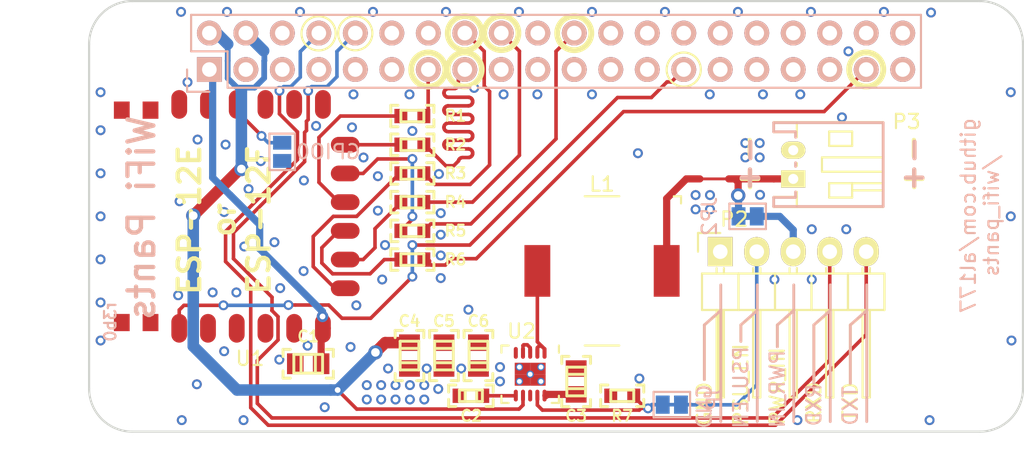
<source format=kicad_pcb>
(kicad_pcb (version 4) (host pcbnew 4.0.0-stable)

  (general
    (links 168)
    (no_connects 0)
    (area 64.924999 84.924999 130.075001 115.075001)
    (thickness 1.6)
    (drawings 75)
    (tracks 383)
    (zones 0)
    (modules 130)
    (nets 59)
  )

  (page A4)
  (title_block
    (title "ESP8266 WiFi for Raspberry Pi")
    (date 2016-02-10)
    (rev v0.3b0)
    (comment 1 https://github.com/al177/wifi_pants)
    (comment 2 "Licensed under Creative Commons Attribution Share-Alike")
  )

  (layers
    (0 F.Cu signal)
    (31 B.Cu signal)
    (32 B.Adhes user)
    (33 F.Adhes user)
    (34 B.Paste user)
    (35 F.Paste user)
    (36 B.SilkS user)
    (37 F.SilkS user)
    (38 B.Mask user)
    (39 F.Mask user)
    (40 Dwgs.User user)
    (41 Cmts.User user)
    (42 Eco1.User user)
    (43 Eco2.User user)
    (44 Edge.Cuts user)
    (45 Margin user)
    (46 B.CrtYd user)
    (47 F.CrtYd user)
    (48 B.Fab user hide)
    (49 F.Fab user)
  )

  (setup
    (last_trace_width 0.25)
    (trace_clearance 0.2)
    (zone_clearance 0.3)
    (zone_45_only yes)
    (trace_min 0.1524)
    (segment_width 0.2)
    (edge_width 0.15)
    (via_size 0.6858)
    (via_drill 0.4)
    (via_min_size 0.6858)
    (via_min_drill 0.3302)
    (uvia_size 0.508)
    (uvia_drill 0.127)
    (uvias_allowed no)
    (uvia_min_size 0.508)
    (uvia_min_drill 0.127)
    (pcb_text_width 0.3)
    (pcb_text_size 1.5 1.5)
    (mod_edge_width 0.15)
    (mod_text_size 1 1)
    (mod_text_width 0.15)
    (pad_size 1.6 5.7)
    (pad_drill 0)
    (pad_to_mask_clearance 0.08)
    (aux_axis_origin 0 0)
    (visible_elements 7FFFFF7F)
    (pcbplotparams
      (layerselection 0x010f8_80000001)
      (usegerberextensions true)
      (excludeedgelayer true)
      (linewidth 0.150000)
      (plotframeref false)
      (viasonmask false)
      (mode 1)
      (useauxorigin false)
      (hpglpennumber 1)
      (hpglpenspeed 20)
      (hpglpendiameter 15)
      (hpglpenoverlay 2)
      (psnegative false)
      (psa4output false)
      (plotreference true)
      (plotvalue true)
      (plotinvisibletext false)
      (padsonsilk false)
      (subtractmaskfromsilk true)
      (outputformat 1)
      (mirror false)
      (drillshape 0)
      (scaleselection 1)
      (outputdirectory fab/))
  )

  (net 0 "")
  (net 1 GND)
  (net 2 +3V3)
  (net 3 SD_CLK)
  (net 4 SD_CMD)
  (net 5 SD_D0)
  (net 6 SD_D1)
  (net 7 //HOLD)
  (net 8 //CS)
  (net 9 /SO)
  (net 10 /SI)
  (net 11 /CLK)
  (net 12 PI_UART0_RXD)
  (net 13 PI_UART0_TXD)
  (net 14 +5V)
  (net 15 ID_SD)
  (net 16 SD_D3)
  (net 17 SD_D2)
  (net 18 "Net-(P1-Pad3)")
  (net 19 "Net-(P1-Pad5)")
  (net 20 "Net-(P1-Pad7)")
  (net 21 "Net-(P1-Pad9)")
  (net 22 "Net-(P1-Pad11)")
  (net 23 "Net-(P1-Pad12)")
  (net 24 "Net-(P1-Pad17)")
  (net 25 "Net-(P1-Pad19)")
  (net 26 "Net-(P1-Pad21)")
  (net 27 "Net-(P1-Pad23)")
  (net 28 "Net-(P1-Pad24)")
  (net 29 "Net-(P1-Pad26)")
  (net 30 "Net-(P1-Pad28)")
  (net 31 "Net-(P1-Pad31)")
  (net 32 "Net-(P1-Pad35)")
  (net 33 "Net-(P1-Pad36)")
  (net 34 "Net-(P1-Pad38)")
  (net 35 "Net-(P1-Pad40)")
  (net 36 "Net-(U1-Pad1)")
  (net 37 "Net-(U1-Pad2)")
  (net 38 "Net-(U1-Pad4)")
  (net 39 "Net-(U1-Pad5)")
  (net 40 "Net-(U1-Pad6)")
  (net 41 "Net-(U1-Pad7)")
  (net 42 "Net-(U1-Pad16)")
  (net 43 "Net-(U1-Pad17)")
  (net 44 "Net-(U1-Pad19)")
  (net 45 "Net-(U1-Pad20)")
  (net 46 "Net-(U1-Pad21)")
  (net 47 "Net-(U1-Pad22)")
  (net 48 //WP)
  (net 49 "Net-(P1-Pad29)")
  (net 50 "Net-(P1-Pad32)")
  (net 51 "Net-(P1-Pad33)")
  (net 52 PWR_IN)
  (net 53 "Net-(L1-Pad2)")
  (net 54 /PSU_SHDN)
  (net 55 "Net-(U2-Pad5)")
  (net 56 "Net-(JP3-Pad1)")
  (net 57 "Net-(C2-Pad1)")
  (net 58 "Net-(U2-Pad8)")

  (net_class Default "This is the default net class."
    (clearance 0.2)
    (trace_width 0.25)
    (via_dia 0.6858)
    (via_drill 0.4)
    (uvia_dia 0.508)
    (uvia_drill 0.127)
    (add_net //CS)
    (add_net //HOLD)
    (add_net //WP)
    (add_net /CLK)
    (add_net /PSU_SHDN)
    (add_net /SI)
    (add_net /SO)
    (add_net ID_SD)
    (add_net "Net-(C2-Pad1)")
    (add_net "Net-(JP3-Pad1)")
    (add_net "Net-(P1-Pad11)")
    (add_net "Net-(P1-Pad12)")
    (add_net "Net-(P1-Pad17)")
    (add_net "Net-(P1-Pad19)")
    (add_net "Net-(P1-Pad21)")
    (add_net "Net-(P1-Pad23)")
    (add_net "Net-(P1-Pad24)")
    (add_net "Net-(P1-Pad26)")
    (add_net "Net-(P1-Pad28)")
    (add_net "Net-(P1-Pad29)")
    (add_net "Net-(P1-Pad3)")
    (add_net "Net-(P1-Pad31)")
    (add_net "Net-(P1-Pad32)")
    (add_net "Net-(P1-Pad33)")
    (add_net "Net-(P1-Pad35)")
    (add_net "Net-(P1-Pad36)")
    (add_net "Net-(P1-Pad38)")
    (add_net "Net-(P1-Pad40)")
    (add_net "Net-(P1-Pad5)")
    (add_net "Net-(P1-Pad7)")
    (add_net "Net-(P1-Pad9)")
    (add_net "Net-(U1-Pad1)")
    (add_net "Net-(U1-Pad16)")
    (add_net "Net-(U1-Pad17)")
    (add_net "Net-(U1-Pad19)")
    (add_net "Net-(U1-Pad2)")
    (add_net "Net-(U1-Pad20)")
    (add_net "Net-(U1-Pad21)")
    (add_net "Net-(U1-Pad22)")
    (add_net "Net-(U1-Pad4)")
    (add_net "Net-(U1-Pad5)")
    (add_net "Net-(U1-Pad6)")
    (add_net "Net-(U1-Pad7)")
    (add_net "Net-(U2-Pad5)")
    (add_net "Net-(U2-Pad8)")
    (add_net PI_UART0_RXD)
    (add_net PI_UART0_TXD)
    (add_net SD_CLK)
    (add_net SD_CMD)
    (add_net SD_D0)
    (add_net SD_D1)
    (add_net SD_D2)
    (add_net SD_D3)
  )

  (net_class 50ohm_oshpark ""
    (clearance 0.16)
    (trace_width 1)
    (via_dia 0.6858)
    (via_drill 0.4)
    (uvia_dia 0.508)
    (uvia_drill 0.127)
  )

  (net_class 5V ""
    (clearance 0.2)
    (trace_width 0.8)
    (via_dia 1)
    (via_drill 0.6)
    (uvia_dia 0.508)
    (uvia_drill 0.127)
    (add_net +5V)
  )

  (net_class power ""
    (clearance 0.2)
    (trace_width 0.5)
    (via_dia 0.8)
    (via_drill 0.4)
    (uvia_dia 0.508)
    (uvia_drill 0.127)
    (add_net +3V3)
    (add_net GND)
    (add_net "Net-(L1-Pad2)")
    (add_net PWR_IN)
  )

  (module wifi_pants:VIA_0.40mm (layer F.Cu) (tedit 56A910A7) (tstamp 56BEC806)
    (at 114.3 114.2)
    (zone_connect 2)
    (fp_text reference REF**1 (at 0.4 -4.8) (layer Cmts.User) hide
      (effects (font (size 1 1) (thickness 0.15)))
    )
    (fp_text value VIA_0.40mm (at -0.2 -3.3) (layer Cmts.User) hide
      (effects (font (size 1 1) (thickness 0.15)))
    )
    (pad 1 thru_hole circle (at 0 0) (size 0.69 0.69) (drill 0.4) (layers *.Cu)
      (net 1 GND) (zone_connect 2))
  )

  (module wifi_pants:VIA_0.40mm (layer F.Cu) (tedit 56A910A7) (tstamp 56BEC7FA)
    (at 81.4 113.3)
    (zone_connect 2)
    (fp_text reference REF**1 (at 0.4 -4.8) (layer Cmts.User) hide
      (effects (font (size 1 1) (thickness 0.15)))
    )
    (fp_text value VIA_0.40mm (at -0.2 -3.3) (layer Cmts.User) hide
      (effects (font (size 1 1) (thickness 0.15)))
    )
    (pad 1 thru_hole circle (at 0 0) (size 0.69 0.69) (drill 0.4) (layers *.Cu)
      (net 1 GND) (zone_connect 2))
  )

  (module wifi_pants:VIA_0.40mm (layer F.Cu) (tedit 56A910A7) (tstamp 56BEC71B)
    (at 84.328 112.76)
    (zone_connect 2)
    (fp_text reference REF**10 (at 0.4 -4.8) (layer Cmts.User) hide
      (effects (font (size 1 1) (thickness 0.15)))
    )
    (fp_text value VIA_0.40mm (at -0.2 -3.3) (layer Cmts.User) hide
      (effects (font (size 1 1) (thickness 0.15)))
    )
    (pad 1 thru_hole circle (at 0 0) (size 0.69 0.69) (drill 0.4) (layers *.Cu)
      (net 1 GND) (zone_connect 2))
  )

  (module wifi_pants:VIA_0.40mm (layer F.Cu) (tedit 56A910A7) (tstamp 56BEC717)
    (at 85.328 112.76)
    (zone_connect 2)
    (fp_text reference REF**9 (at 0.4 -4.8) (layer Cmts.User) hide
      (effects (font (size 1 1) (thickness 0.15)))
    )
    (fp_text value VIA_0.40mm (at -0.2 -3.3) (layer Cmts.User) hide
      (effects (font (size 1 1) (thickness 0.15)))
    )
    (pad 1 thru_hole circle (at 0 0) (size 0.69 0.69) (drill 0.4) (layers *.Cu)
      (net 1 GND) (zone_connect 2))
  )

  (module wifi_pants:VIA_0.40mm (layer F.Cu) (tedit 56A910A7) (tstamp 56BEC713)
    (at 86.328 112.76)
    (zone_connect 2)
    (fp_text reference REF**8 (at 0.4 -4.8) (layer Cmts.User) hide
      (effects (font (size 1 1) (thickness 0.15)))
    )
    (fp_text value VIA_0.40mm (at -0.2 -3.3) (layer Cmts.User) hide
      (effects (font (size 1 1) (thickness 0.15)))
    )
    (pad 1 thru_hole circle (at 0 0) (size 0.69 0.69) (drill 0.4) (layers *.Cu)
      (net 1 GND) (zone_connect 2))
  )

  (module wifi_pants:VIA_0.40mm (layer F.Cu) (tedit 56A910A7) (tstamp 56BEC70F)
    (at 87.328 112.76)
    (zone_connect 2)
    (fp_text reference REF**7 (at 0.4 -4.8) (layer Cmts.User) hide
      (effects (font (size 1 1) (thickness 0.15)))
    )
    (fp_text value VIA_0.40mm (at -0.2 -3.3) (layer Cmts.User) hide
      (effects (font (size 1 1) (thickness 0.15)))
    )
    (pad 1 thru_hole circle (at 0 0) (size 0.69 0.69) (drill 0.4) (layers *.Cu)
      (net 1 GND) (zone_connect 2))
  )

  (module wifi_pants:VIA_0.40mm (layer F.Cu) (tedit 56A910A7) (tstamp 56BEC70B)
    (at 88.328 112.76)
    (zone_connect 2)
    (fp_text reference REF**6 (at 0.4 -4.8) (layer Cmts.User) hide
      (effects (font (size 1 1) (thickness 0.15)))
    )
    (fp_text value VIA_0.40mm (at -0.2 -3.3) (layer Cmts.User) hide
      (effects (font (size 1 1) (thickness 0.15)))
    )
    (pad 1 thru_hole circle (at 0 0) (size 0.69 0.69) (drill 0.4) (layers *.Cu)
      (net 1 GND) (zone_connect 2))
  )

  (module wifi_pants:VIA_0.40mm (layer F.Cu) (tedit 56A910A7) (tstamp 56BEC707)
    (at 88.328 111.76)
    (zone_connect 2)
    (fp_text reference REF**5 (at 0.4 -4.8) (layer Cmts.User) hide
      (effects (font (size 1 1) (thickness 0.15)))
    )
    (fp_text value VIA_0.40mm (at -0.2 -3.3) (layer Cmts.User) hide
      (effects (font (size 1 1) (thickness 0.15)))
    )
    (pad 1 thru_hole circle (at 0 0) (size 0.69 0.69) (drill 0.4) (layers *.Cu)
      (net 1 GND) (zone_connect 2))
  )

  (module wifi_pants:VIA_0.40mm (layer F.Cu) (tedit 56A910A7) (tstamp 56BEC703)
    (at 87.328 111.76)
    (zone_connect 2)
    (fp_text reference REF**4 (at 0.4 -4.8) (layer Cmts.User) hide
      (effects (font (size 1 1) (thickness 0.15)))
    )
    (fp_text value VIA_0.40mm (at -0.2 -3.3) (layer Cmts.User) hide
      (effects (font (size 1 1) (thickness 0.15)))
    )
    (pad 1 thru_hole circle (at 0 0) (size 0.69 0.69) (drill 0.4) (layers *.Cu)
      (net 1 GND) (zone_connect 2))
  )

  (module wifi_pants:VIA_0.40mm (layer F.Cu) (tedit 56A910A7) (tstamp 56BEC6FF)
    (at 86.328 111.76)
    (zone_connect 2)
    (fp_text reference REF**3 (at 0.4 -4.8) (layer Cmts.User) hide
      (effects (font (size 1 1) (thickness 0.15)))
    )
    (fp_text value VIA_0.40mm (at -0.2 -3.3) (layer Cmts.User) hide
      (effects (font (size 1 1) (thickness 0.15)))
    )
    (pad 1 thru_hole circle (at 0 0) (size 0.69 0.69) (drill 0.4) (layers *.Cu)
      (net 1 GND) (zone_connect 2))
  )

  (module wifi_pants:VIA_0.40mm (layer F.Cu) (tedit 56A910A7) (tstamp 56BEC6FB)
    (at 85.328 111.76)
    (zone_connect 2)
    (fp_text reference REF**2 (at 0.4 -4.8) (layer Cmts.User) hide
      (effects (font (size 1 1) (thickness 0.15)))
    )
    (fp_text value VIA_0.40mm (at -0.2 -3.3) (layer Cmts.User) hide
      (effects (font (size 1 1) (thickness 0.15)))
    )
    (pad 1 thru_hole circle (at 0 0) (size 0.69 0.69) (drill 0.4) (layers *.Cu)
      (net 1 GND) (zone_connect 2))
  )

  (module wifi_pants:VIA_0.40mm (layer F.Cu) (tedit 56A910A7) (tstamp 56BEC23B)
    (at 78.24 109.98)
    (zone_connect 2)
    (fp_text reference REF**6 (at 0.4 -4.8) (layer Cmts.User) hide
      (effects (font (size 1 1) (thickness 0.15)))
    )
    (fp_text value VIA_0.40mm (at -0.2 -3.3) (layer Cmts.User) hide
      (effects (font (size 1 1) (thickness 0.15)))
    )
    (pad 1 thru_hole circle (at 0 0) (size 0.69 0.69) (drill 0.4) (layers *.Cu)
      (net 1 GND) (zone_connect 2))
  )

  (module wifi_pants:VIA_0.40mm (layer F.Cu) (tedit 56A910A7) (tstamp 56BEC22D)
    (at 80.21 109.01)
    (zone_connect 2)
    (fp_text reference REF**6 (at 0.4 -4.8) (layer Cmts.User) hide
      (effects (font (size 1 1) (thickness 0.15)))
    )
    (fp_text value VIA_0.40mm (at -0.2 -3.3) (layer Cmts.User) hide
      (effects (font (size 1 1) (thickness 0.15)))
    )
    (pad 1 thru_hole circle (at 0 0) (size 0.69 0.69) (drill 0.4) (layers *.Cu)
      (net 1 GND) (zone_connect 2))
  )

  (module wifi_pants:VIA_0.40mm (layer F.Cu) (tedit 56A910A7) (tstamp 56BEC1F7)
    (at 90.9 110.6)
    (zone_connect 2)
    (fp_text reference REF**4 (at 0.4 -4.8) (layer Cmts.User) hide
      (effects (font (size 1 1) (thickness 0.15)))
    )
    (fp_text value VIA_0.40mm (at -0.2 -3.3) (layer Cmts.User) hide
      (effects (font (size 1 1) (thickness 0.15)))
    )
    (pad 1 thru_hole circle (at 0 0) (size 0.69 0.69) (drill 0.4) (layers *.Cu)
      (net 1 GND) (zone_connect 2))
  )

  (module wifi_pants:VIA_0.40mm (layer F.Cu) (tedit 56A910A7) (tstamp 56BEC1EE)
    (at 88.5 110.6)
    (zone_connect 2)
    (fp_text reference REF**4 (at 0.4 -4.8) (layer Cmts.User) hide
      (effects (font (size 1 1) (thickness 0.15)))
    )
    (fp_text value VIA_0.40mm (at -0.2 -3.3) (layer Cmts.User) hide
      (effects (font (size 1 1) (thickness 0.15)))
    )
    (pad 1 thru_hole circle (at 0 0) (size 0.69 0.69) (drill 0.4) (layers *.Cu)
      (net 1 GND) (zone_connect 2))
  )

  (module wifi_pants:VIA_0.40mm (layer F.Cu) (tedit 56A910A7) (tstamp 56BEC1E8)
    (at 85.81 110.6)
    (zone_connect 2)
    (fp_text reference REF**4 (at 0.4 -4.8) (layer Cmts.User) hide
      (effects (font (size 1 1) (thickness 0.15)))
    )
    (fp_text value VIA_0.40mm (at -0.2 -3.3) (layer Cmts.User) hide
      (effects (font (size 1 1) (thickness 0.15)))
    )
    (pad 1 thru_hole circle (at 0 0) (size 0.69 0.69) (drill 0.4) (layers *.Cu)
      (net 1 GND) (zone_connect 2))
  )

  (module wifi_pants:VIA_0.40mm (layer F.Cu) (tedit 56A910A7) (tstamp 56BEC05C)
    (at 78.3 105)
    (zone_connect 2)
    (fp_text reference REF** (at 0.4 -4.8) (layer Cmts.User) hide
      (effects (font (size 1 1) (thickness 0.15)))
    )
    (fp_text value VIA_0.40mm (at -0.2 -3.3) (layer Cmts.User) hide
      (effects (font (size 1 1) (thickness 0.15)))
    )
    (pad 1 thru_hole circle (at 0 0) (size 0.69 0.69) (drill 0.4) (layers *.Cu)
      (net 1 GND) (zone_connect 2))
  )

  (module wifi_pants:VIA_0.40mm (layer F.Cu) (tedit 56A910A7) (tstamp 56BEC04F)
    (at 79.93 103.81)
    (zone_connect 2)
    (fp_text reference REF** (at 0.4 -4.8) (layer Cmts.User) hide
      (effects (font (size 1 1) (thickness 0.15)))
    )
    (fp_text value VIA_0.40mm (at -0.2 -3.3) (layer Cmts.User) hide
      (effects (font (size 1 1) (thickness 0.15)))
    )
    (pad 1 thru_hole circle (at 0 0) (size 0.69 0.69) (drill 0.4) (layers *.Cu)
      (net 1 GND) (zone_connect 2))
  )

  (module wifi_pants:VIA_0.40mm (layer F.Cu) (tedit 56A910A7) (tstamp 56A928A3)
    (at 83.6 106.2)
    (zone_connect 2)
    (fp_text reference REF** (at 0.4 -4.8) (layer Cmts.User) hide
      (effects (font (size 1 1) (thickness 0.15)))
    )
    (fp_text value VIA_0.40mm (at -0.2 -3.3) (layer Cmts.User) hide
      (effects (font (size 1 1) (thickness 0.15)))
    )
    (pad 1 thru_hole circle (at 0 0) (size 0.69 0.69) (drill 0.4) (layers *.Cu)
      (net 1 GND) (zone_connect 2))
  )

  (module wifi_pants:VIA_0.40mm (layer F.Cu) (tedit 56A910A7) (tstamp 56A92740)
    (at 85.4 104.4)
    (zone_connect 2)
    (fp_text reference REF** (at 0.4 -4.8) (layer Cmts.User) hide
      (effects (font (size 1 1) (thickness 0.15)))
    )
    (fp_text value VIA_0.40mm (at -0.2 -3.3) (layer Cmts.User) hide
      (effects (font (size 1 1) (thickness 0.15)))
    )
    (pad 1 thru_hole circle (at 0 0) (size 0.69 0.69) (drill 0.4) (layers *.Cu)
      (net 1 GND) (zone_connect 2))
  )

  (module wifi_pants:VIA_0.40mm (layer F.Cu) (tedit 56A910A7) (tstamp 56BEBE44)
    (at 110.675 95.895)
    (zone_connect 2)
    (fp_text reference REF**6 (at 0.4 -4.8) (layer Cmts.User) hide
      (effects (font (size 1 1) (thickness 0.15)))
    )
    (fp_text value VIA_0.40mm (at -0.2 -3.3) (layer Cmts.User) hide
      (effects (font (size 1 1) (thickness 0.15)))
    )
    (pad 1 thru_hole circle (at 0 0) (size 0.69 0.69) (drill 0.4) (layers *.Cu)
      (net 1 GND) (zone_connect 2))
  )

  (module wifi_pants:VIA_0.40mm (layer F.Cu) (tedit 56A910A7) (tstamp 56BEBE40)
    (at 111.675 95.895)
    (zone_connect 2)
    (fp_text reference REF**5 (at 0.4 -4.8) (layer Cmts.User) hide
      (effects (font (size 1 1) (thickness 0.15)))
    )
    (fp_text value VIA_0.40mm (at -0.2 -3.3) (layer Cmts.User) hide
      (effects (font (size 1 1) (thickness 0.15)))
    )
    (pad 1 thru_hole circle (at 0 0) (size 0.69 0.69) (drill 0.4) (layers *.Cu)
      (net 1 GND) (zone_connect 2))
  )

  (module wifi_pants:VIA_0.40mm (layer F.Cu) (tedit 56A910A7) (tstamp 56BEBE3C)
    (at 111.675 94.895)
    (zone_connect 2)
    (fp_text reference REF**2 (at 0.4 -4.8) (layer Cmts.User) hide
      (effects (font (size 1 1) (thickness 0.15)))
    )
    (fp_text value VIA_0.40mm (at -0.2 -3.3) (layer Cmts.User) hide
      (effects (font (size 1 1) (thickness 0.15)))
    )
    (pad 1 thru_hole circle (at 0 0) (size 0.69 0.69) (drill 0.4) (layers *.Cu)
      (net 1 GND) (zone_connect 2))
  )

  (module wifi_pants:VIA_0.40mm (layer F.Cu) (tedit 56A910A7) (tstamp 56BEBE38)
    (at 110.675 94.895)
    (zone_connect 2)
    (fp_text reference REF**1 (at 0.4 -4.8) (layer Cmts.User) hide
      (effects (font (size 1 1) (thickness 0.15)))
    )
    (fp_text value VIA_0.40mm (at -0.2 -3.3) (layer Cmts.User) hide
      (effects (font (size 1 1) (thickness 0.15)))
    )
    (pad 1 thru_hole circle (at 0 0) (size 0.69 0.69) (drill 0.4) (layers *.Cu)
      (net 1 GND) (zone_connect 2))
  )

  (module wifi_pants:VIA_0.40mm (layer F.Cu) (tedit 56A910A7) (tstamp 56BEBE34)
    (at 107.215 99.515)
    (zone_connect 2)
    (fp_text reference REF**6 (at 0.4 -4.8) (layer Cmts.User) hide
      (effects (font (size 1 1) (thickness 0.15)))
    )
    (fp_text value VIA_0.40mm (at -0.2 -3.3) (layer Cmts.User) hide
      (effects (font (size 1 1) (thickness 0.15)))
    )
    (pad 1 thru_hole circle (at 0 0) (size 0.69 0.69) (drill 0.4) (layers *.Cu)
      (net 1 GND) (zone_connect 2))
  )

  (module wifi_pants:VIA_0.40mm (layer F.Cu) (tedit 56A910A7) (tstamp 56BEBE30)
    (at 108.215 99.515)
    (zone_connect 2)
    (fp_text reference REF**5 (at 0.4 -4.8) (layer Cmts.User) hide
      (effects (font (size 1 1) (thickness 0.15)))
    )
    (fp_text value VIA_0.40mm (at -0.2 -3.3) (layer Cmts.User) hide
      (effects (font (size 1 1) (thickness 0.15)))
    )
    (pad 1 thru_hole circle (at 0 0) (size 0.69 0.69) (drill 0.4) (layers *.Cu)
      (net 1 GND) (zone_connect 2))
  )

  (module wifi_pants:VIA_0.40mm (layer F.Cu) (tedit 56A910A7) (tstamp 56BEBE2C)
    (at 108.215 98.515)
    (zone_connect 2)
    (fp_text reference REF**2 (at 0.4 -4.8) (layer Cmts.User) hide
      (effects (font (size 1 1) (thickness 0.15)))
    )
    (fp_text value VIA_0.40mm (at -0.2 -3.3) (layer Cmts.User) hide
      (effects (font (size 1 1) (thickness 0.15)))
    )
    (pad 1 thru_hole circle (at 0 0) (size 0.69 0.69) (drill 0.4) (layers *.Cu)
      (net 1 GND) (zone_connect 2))
  )

  (module wifi_pants:VIA_0.40mm (layer F.Cu) (tedit 56A910A7) (tstamp 56BEBE28)
    (at 107.215 98.515)
    (zone_connect 2)
    (fp_text reference REF**1 (at 0.4 -4.8) (layer Cmts.User) hide
      (effects (font (size 1 1) (thickness 0.15)))
    )
    (fp_text value VIA_0.40mm (at -0.2 -3.3) (layer Cmts.User) hide
      (effects (font (size 1 1) (thickness 0.15)))
    )
    (pad 1 thru_hole circle (at 0 0) (size 0.69 0.69) (drill 0.4) (layers *.Cu)
      (net 1 GND) (zone_connect 2))
  )

  (module wifi_pants:VIA_0.40mm (layer F.Cu) (tedit 56A910A7) (tstamp 56BEBA5D)
    (at 103.3 111.3)
    (zone_connect 2)
    (fp_text reference REF**6 (at 0.4 -4.8) (layer Cmts.User) hide
      (effects (font (size 1 1) (thickness 0.15)))
    )
    (fp_text value VIA_0.40mm (at -0.2 -3.3) (layer Cmts.User) hide
      (effects (font (size 1 1) (thickness 0.15)))
    )
    (pad 1 thru_hole circle (at 0 0) (size 0.69 0.69) (drill 0.4) (layers *.Cu)
      (net 1 GND) (zone_connect 2))
  )

  (module wifi_pants:VIA_0.40mm (layer F.Cu) (tedit 56A910A7) (tstamp 56BEB9F9)
    (at 93.6 111.5)
    (zone_connect 2)
    (fp_text reference REF**4 (at 0.4 -4.8) (layer Cmts.User) hide
      (effects (font (size 1 1) (thickness 0.15)))
    )
    (fp_text value VIA_0.40mm (at -0.2 -3.3) (layer Cmts.User) hide
      (effects (font (size 1 1) (thickness 0.15)))
    )
    (pad 1 thru_hole circle (at 0 0) (size 0.69 0.69) (drill 0.4) (layers *.Cu)
      (net 1 GND) (zone_connect 2))
  )

  (module wifi_pants:VIA_0.40mm (layer F.Cu) (tedit 56A910A7) (tstamp 56BEB9F5)
    (at 93.6 110.5)
    (zone_connect 2)
    (fp_text reference REF**3 (at 0.4 -4.8) (layer Cmts.User) hide
      (effects (font (size 1 1) (thickness 0.15)))
    )
    (fp_text value VIA_0.40mm (at -0.2 -3.3) (layer Cmts.User) hide
      (effects (font (size 1 1) (thickness 0.15)))
    )
    (pad 1 thru_hole circle (at 0 0) (size 0.69 0.69) (drill 0.4) (layers *.Cu)
      (net 1 GND) (zone_connect 2))
  )

  (module wifi_pants:VIA_0.40mm (layer F.Cu) (tedit 56A910A7) (tstamp 56BEB9EF)
    (at 84.328 111.76)
    (zone_connect 2)
    (fp_text reference REF**1 (at 0.4 -4.8) (layer Cmts.User) hide
      (effects (font (size 1 1) (thickness 0.15)))
    )
    (fp_text value VIA_0.40mm (at -0.2 -3.3) (layer Cmts.User) hide
      (effects (font (size 1 1) (thickness 0.15)))
    )
    (pad 1 thru_hole circle (at 0 0) (size 0.69 0.69) (drill 0.4) (layers *.Cu)
      (net 1 GND) (zone_connect 2))
  )

  (module wifi_pants:VIA_0.40mm (layer F.Cu) (tedit 56A910A7) (tstamp 56BEB9E3)
    (at 89.3 112.025)
    (zone_connect 2)
    (fp_text reference REF**3 (at 0.4 -4.8) (layer Cmts.User) hide
      (effects (font (size 1 1) (thickness 0.15)))
    )
    (fp_text value VIA_0.40mm (at -0.2 -3.3) (layer Cmts.User) hide
      (effects (font (size 1 1) (thickness 0.15)))
    )
    (pad 1 thru_hole circle (at 0 0) (size 0.69 0.69) (drill 0.4) (layers *.Cu)
      (net 1 GND) (zone_connect 2))
  )

  (module wifi_pants:VIA_0.40mm (layer F.Cu) (tedit 56A910A7) (tstamp 56BCF44C)
    (at 123.6 85.8)
    (zone_connect 2)
    (fp_text reference REF**101 (at 0.4 -4.8) (layer Cmts.User) hide
      (effects (font (size 1 1) (thickness 0.15)))
    )
    (fp_text value VIA_0.40mm (at -0.2 -3.3) (layer Cmts.User) hide
      (effects (font (size 1 1) (thickness 0.15)))
    )
    (pad 1 thru_hole circle (at 0 0) (size 0.69 0.69) (drill 0.4) (layers *.Cu)
      (net 1 GND) (zone_connect 2))
  )

  (module wifi_pants:VIA_0.40mm (layer F.Cu) (tedit 56A910A7) (tstamp 56BCF436)
    (at 117.4 93.1)
    (zone_connect 2)
    (fp_text reference REF** (at 0.4 -4.8) (layer Cmts.User) hide
      (effects (font (size 1 1) (thickness 0.15)))
    )
    (fp_text value VIA_0.40mm (at -0.2 -3.3) (layer Cmts.User) hide
      (effects (font (size 1 1) (thickness 0.15)))
    )
    (pad 1 thru_hole circle (at 0 0) (size 0.69 0.69) (drill 0.4) (layers *.Cu)
      (net 1 GND) (zone_connect 2))
  )

  (module wifi_pants:VIA_0.40mm (layer F.Cu) (tedit 56A910A7) (tstamp 56BCF429)
    (at 83.3 93.8)
    (zone_connect 2)
    (fp_text reference REF** (at 0.4 -4.8) (layer Cmts.User) hide
      (effects (font (size 1 1) (thickness 0.15)))
    )
    (fp_text value VIA_0.40mm (at -0.2 -3.3) (layer Cmts.User) hide
      (effects (font (size 1 1) (thickness 0.15)))
    )
    (pad 1 thru_hole circle (at 0 0) (size 0.69 0.69) (drill 0.4) (layers *.Cu)
      (net 1 GND) (zone_connect 2))
  )

  (module wifi_pants:VIA_0.40mm (layer F.Cu) (tedit 56A910A7) (tstamp 56BCF41A)
    (at 84.1 95.9)
    (zone_connect 2)
    (fp_text reference REF** (at 0.4 -4.8) (layer Cmts.User) hide
      (effects (font (size 1 1) (thickness 0.15)))
    )
    (fp_text value VIA_0.40mm (at -0.2 -3.3) (layer Cmts.User) hide
      (effects (font (size 1 1) (thickness 0.15)))
    )
    (pad 1 thru_hole circle (at 0 0) (size 0.69 0.69) (drill 0.4) (layers *.Cu)
      (net 1 GND) (zone_connect 2))
  )

  (module wifi_pants:VIA_0.40mm (layer F.Cu) (tedit 56A910A7) (tstamp 56BCF3E8)
    (at 65.8 106)
    (zone_connect 2)
    (fp_text reference REF**1113 (at 0.4 -4.8) (layer Cmts.User) hide
      (effects (font (size 1 1) (thickness 0.15)))
    )
    (fp_text value VIA_0.40mm (at -0.2 -3.3) (layer Cmts.User) hide
      (effects (font (size 1 1) (thickness 0.15)))
    )
    (pad 1 thru_hole circle (at 0 0) (size 0.69 0.69) (drill 0.4) (layers *.Cu)
      (net 1 GND) (zone_connect 2))
  )

  (module wifi_pants:VIA_0.40mm (layer F.Cu) (tedit 56A910A7) (tstamp 56BCF3E4)
    (at 65.8 103)
    (zone_connect 2)
    (fp_text reference REF**1112 (at 0.4 -4.8) (layer Cmts.User) hide
      (effects (font (size 1 1) (thickness 0.15)))
    )
    (fp_text value VIA_0.40mm (at -0.2 -3.3) (layer Cmts.User) hide
      (effects (font (size 1 1) (thickness 0.15)))
    )
    (pad 1 thru_hole circle (at 0 0) (size 0.69 0.69) (drill 0.4) (layers *.Cu)
      (net 1 GND) (zone_connect 2))
  )

  (module wifi_pants:VIA_0.40mm (layer F.Cu) (tedit 56A910A7) (tstamp 56BCF3DB)
    (at 65.8 94)
    (zone_connect 2)
    (fp_text reference REF**113 (at 0.4 -4.8) (layer Cmts.User) hide
      (effects (font (size 1 1) (thickness 0.15)))
    )
    (fp_text value VIA_0.40mm (at -0.2 -3.3) (layer Cmts.User) hide
      (effects (font (size 1 1) (thickness 0.15)))
    )
    (pad 1 thru_hole circle (at 0 0) (size 0.69 0.69) (drill 0.4) (layers *.Cu)
      (net 1 GND) (zone_connect 2))
  )

  (module wifi_pants:VIA_0.40mm (layer F.Cu) (tedit 56A910A7) (tstamp 56BCF3D7)
    (at 65.8 97)
    (zone_connect 2)
    (fp_text reference REF**112 (at 0.4 -4.8) (layer Cmts.User) hide
      (effects (font (size 1 1) (thickness 0.15)))
    )
    (fp_text value VIA_0.40mm (at -0.2 -3.3) (layer Cmts.User) hide
      (effects (font (size 1 1) (thickness 0.15)))
    )
    (pad 1 thru_hole circle (at 0 0) (size 0.69 0.69) (drill 0.4) (layers *.Cu)
      (net 1 GND) (zone_connect 2))
  )

  (module wifi_pants:VIA_0.40mm (layer F.Cu) (tedit 56A910A7) (tstamp 56BCF333)
    (at 120.32 85.75)
    (zone_connect 2)
    (fp_text reference REF**101 (at 0.4 -4.8) (layer Cmts.User) hide
      (effects (font (size 1 1) (thickness 0.15)))
    )
    (fp_text value VIA_0.40mm (at -0.2 -3.3) (layer Cmts.User) hide
      (effects (font (size 1 1) (thickness 0.15)))
    )
    (pad 1 thru_hole circle (at 0 0) (size 0.69 0.69) (drill 0.4) (layers *.Cu)
      (net 1 GND) (zone_connect 2))
  )

  (module wifi_pants:VIA_0.40mm (layer F.Cu) (tedit 56A910A7) (tstamp 56BCF32F)
    (at 115.24 85.75)
    (zone_connect 2)
    (fp_text reference REF**91 (at 0.4 -4.8) (layer Cmts.User) hide
      (effects (font (size 1 1) (thickness 0.15)))
    )
    (fp_text value VIA_0.40mm (at -0.2 -3.3) (layer Cmts.User) hide
      (effects (font (size 1 1) (thickness 0.15)))
    )
    (pad 1 thru_hole circle (at 0 0) (size 0.69 0.69) (drill 0.4) (layers *.Cu)
      (net 1 GND) (zone_connect 2))
  )

  (module wifi_pants:VIA_0.40mm (layer F.Cu) (tedit 56A910A7) (tstamp 56BCF32B)
    (at 110.16 85.75)
    (zone_connect 2)
    (fp_text reference REF**81 (at 0.4 -4.8) (layer Cmts.User) hide
      (effects (font (size 1 1) (thickness 0.15)))
    )
    (fp_text value VIA_0.40mm (at -0.2 -3.3) (layer Cmts.User) hide
      (effects (font (size 1 1) (thickness 0.15)))
    )
    (pad 1 thru_hole circle (at 0 0) (size 0.69 0.69) (drill 0.4) (layers *.Cu)
      (net 1 GND) (zone_connect 2))
  )

  (module wifi_pants:VIA_0.40mm (layer F.Cu) (tedit 56A910A7) (tstamp 56BCF327)
    (at 105.08 85.75)
    (zone_connect 2)
    (fp_text reference REF**71 (at 0.4 -4.8) (layer Cmts.User) hide
      (effects (font (size 1 1) (thickness 0.15)))
    )
    (fp_text value VIA_0.40mm (at -0.2 -3.3) (layer Cmts.User) hide
      (effects (font (size 1 1) (thickness 0.15)))
    )
    (pad 1 thru_hole circle (at 0 0) (size 0.69 0.69) (drill 0.4) (layers *.Cu)
      (net 1 GND) (zone_connect 2))
  )

  (module wifi_pants:VIA_0.40mm (layer F.Cu) (tedit 56A910A7) (tstamp 56BCF323)
    (at 100 85.75)
    (zone_connect 2)
    (fp_text reference REF**61 (at 0.4 -4.8) (layer Cmts.User) hide
      (effects (font (size 1 1) (thickness 0.15)))
    )
    (fp_text value VIA_0.40mm (at -0.2 -3.3) (layer Cmts.User) hide
      (effects (font (size 1 1) (thickness 0.15)))
    )
    (pad 1 thru_hole circle (at 0 0) (size 0.69 0.69) (drill 0.4) (layers *.Cu)
      (net 1 GND) (zone_connect 2))
  )

  (module wifi_pants:VIA_0.40mm (layer F.Cu) (tedit 56A910A7) (tstamp 56BCF31F)
    (at 94.92 85.75)
    (zone_connect 2)
    (fp_text reference REF**51 (at 0.4 -4.8) (layer Cmts.User) hide
      (effects (font (size 1 1) (thickness 0.15)))
    )
    (fp_text value VIA_0.40mm (at -0.2 -3.3) (layer Cmts.User) hide
      (effects (font (size 1 1) (thickness 0.15)))
    )
    (pad 1 thru_hole circle (at 0 0) (size 0.69 0.69) (drill 0.4) (layers *.Cu)
      (net 1 GND) (zone_connect 2))
  )

  (module wifi_pants:VIA_0.40mm (layer F.Cu) (tedit 56A910A7) (tstamp 56BCF31B)
    (at 89.84 85.75)
    (zone_connect 2)
    (fp_text reference REF**41 (at 0.4 -4.8) (layer Cmts.User) hide
      (effects (font (size 1 1) (thickness 0.15)))
    )
    (fp_text value VIA_0.40mm (at -0.2 -3.3) (layer Cmts.User) hide
      (effects (font (size 1 1) (thickness 0.15)))
    )
    (pad 1 thru_hole circle (at 0 0) (size 0.69 0.69) (drill 0.4) (layers *.Cu)
      (net 1 GND) (zone_connect 2))
  )

  (module wifi_pants:VIA_0.40mm (layer F.Cu) (tedit 56A910A7) (tstamp 56BCF317)
    (at 84.76 85.75)
    (zone_connect 2)
    (fp_text reference REF**31 (at 0.4 -4.8) (layer Cmts.User) hide
      (effects (font (size 1 1) (thickness 0.15)))
    )
    (fp_text value VIA_0.40mm (at -0.2 -3.3) (layer Cmts.User) hide
      (effects (font (size 1 1) (thickness 0.15)))
    )
    (pad 1 thru_hole circle (at 0 0) (size 0.69 0.69) (drill 0.4) (layers *.Cu)
      (net 1 GND) (zone_connect 2))
  )

  (module wifi_pants:VIA_0.40mm (layer F.Cu) (tedit 56A910A7) (tstamp 56BCF313)
    (at 79.68 85.75)
    (zone_connect 2)
    (fp_text reference REF**21 (at 0.4 -4.8) (layer Cmts.User) hide
      (effects (font (size 1 1) (thickness 0.15)))
    )
    (fp_text value VIA_0.40mm (at -0.2 -3.3) (layer Cmts.User) hide
      (effects (font (size 1 1) (thickness 0.15)))
    )
    (pad 1 thru_hole circle (at 0 0) (size 0.69 0.69) (drill 0.4) (layers *.Cu)
      (net 1 GND) (zone_connect 2))
  )

  (module wifi_pants:VIA_0.40mm (layer F.Cu) (tedit 56A910A7) (tstamp 56BCF2E3)
    (at 74.6 85.75)
    (zone_connect 2)
    (fp_text reference REF**11 (at 0.4 -4.8) (layer Cmts.User) hide
      (effects (font (size 1 1) (thickness 0.15)))
    )
    (fp_text value VIA_0.40mm (at -0.2 -3.3) (layer Cmts.User) hide
      (effects (font (size 1 1) (thickness 0.15)))
    )
    (pad 1 thru_hole circle (at 0 0) (size 0.69 0.69) (drill 0.4) (layers *.Cu)
      (net 1 GND) (zone_connect 2))
  )

  (module wifi_pants:VIA_0.40mm (layer F.Cu) (tedit 56A910A7) (tstamp 56BCF15B)
    (at 87.3 91.5)
    (zone_connect 2)
    (fp_text reference REF** (at 0.4 -4.8) (layer Cmts.User) hide
      (effects (font (size 1 1) (thickness 0.15)))
    )
    (fp_text value VIA_0.40mm (at -0.2 -3.3) (layer Cmts.User) hide
      (effects (font (size 1 1) (thickness 0.15)))
    )
    (pad 1 thru_hole circle (at 0 0) (size 0.69 0.69) (drill 0.4) (layers *.Cu)
      (net 1 GND) (zone_connect 2))
  )

  (module wifi_pants:VIA_0.40mm (layer F.Cu) (tedit 56A910A7) (tstamp 56BCF156)
    (at 76.1 98.1)
    (zone_connect 2)
    (fp_text reference REF** (at 0.4 -4.8) (layer Cmts.User) hide
      (effects (font (size 1 1) (thickness 0.15)))
    )
    (fp_text value VIA_0.40mm (at -0.2 -3.3) (layer Cmts.User) hide
      (effects (font (size 1 1) (thickness 0.15)))
    )
    (pad 1 thru_hole circle (at 0 0) (size 0.69 0.69) (drill 0.4) (layers *.Cu)
      (net 1 GND) (zone_connect 2))
  )

  (module wifi_pants:VIA_0.40mm (layer F.Cu) (tedit 56A910A7) (tstamp 56BCF151)
    (at 74.4 99.7)
    (zone_connect 2)
    (fp_text reference REF** (at 0.4 -4.8) (layer Cmts.User) hide
      (effects (font (size 1 1) (thickness 0.15)))
    )
    (fp_text value VIA_0.40mm (at -0.2 -3.3) (layer Cmts.User) hide
      (effects (font (size 1 1) (thickness 0.15)))
    )
    (pad 1 thru_hole circle (at 0 0) (size 0.69 0.69) (drill 0.4) (layers *.Cu)
      (net 1 GND) (zone_connect 2))
  )

  (module wifi_pants:VIA_0.40mm (layer F.Cu) (tedit 56A910A7) (tstamp 56BCF14D)
    (at 73.6 105.3)
    (zone_connect 2)
    (fp_text reference REF** (at 0.4 -4.8) (layer Cmts.User) hide
      (effects (font (size 1 1) (thickness 0.15)))
    )
    (fp_text value VIA_0.40mm (at -0.2 -3.3) (layer Cmts.User) hide
      (effects (font (size 1 1) (thickness 0.15)))
    )
    (pad 1 thru_hole circle (at 0 0) (size 0.69 0.69) (drill 0.4) (layers *.Cu)
      (net 1 GND) (zone_connect 2))
  )

  (module wifi_pants:VIA_0.40mm (layer F.Cu) (tedit 56A910A7) (tstamp 56BCF147)
    (at 72.5 111.7)
    (zone_connect 2)
    (fp_text reference REF** (at 0.4 -4.8) (layer Cmts.User) hide
      (effects (font (size 1 1) (thickness 0.15)))
    )
    (fp_text value VIA_0.40mm (at -0.2 -3.3) (layer Cmts.User) hide
      (effects (font (size 1 1) (thickness 0.15)))
    )
    (pad 1 thru_hole circle (at 0 0) (size 0.69 0.69) (drill 0.4) (layers *.Cu)
      (net 1 GND) (zone_connect 2))
  )

  (module wifi_pants:VIA_0.40mm (layer F.Cu) (tedit 56A910A7) (tstamp 56BCF142)
    (at 74.4 109.4)
    (zone_connect 2)
    (fp_text reference REF** (at 0.4 -4.8) (layer Cmts.User) hide
      (effects (font (size 1 1) (thickness 0.15)))
    )
    (fp_text value VIA_0.40mm (at -0.2 -3.3) (layer Cmts.User) hide
      (effects (font (size 1 1) (thickness 0.15)))
    )
    (pad 1 thru_hole circle (at 0 0) (size 0.69 0.69) (drill 0.4) (layers *.Cu)
      (net 1 GND) (zone_connect 2))
  )

  (module wifi_pants:VIA_0.40mm (layer F.Cu) (tedit 56A910A7) (tstamp 56BCF013)
    (at 74.5 95)
    (zone_connect 2)
    (fp_text reference REF** (at 0.4 -4.8) (layer Cmts.User) hide
      (effects (font (size 1 1) (thickness 0.15)))
    )
    (fp_text value VIA_0.40mm (at -0.2 -3.3) (layer Cmts.User) hide
      (effects (font (size 1 1) (thickness 0.15)))
    )
    (pad 1 thru_hole circle (at 0 0) (size 0.69 0.69) (drill 0.4) (layers *.Cu)
      (net 1 GND) (zone_connect 2))
  )

  (module wifi_pants:VIA_0.40mm (layer F.Cu) (tedit 56A910A7) (tstamp 56BCEF7F)
    (at 112.7 104.4)
    (zone_connect 2)
    (fp_text reference REF** (at 0.4 -4.8) (layer Cmts.User) hide
      (effects (font (size 1 1) (thickness 0.15)))
    )
    (fp_text value VIA_0.40mm (at -0.2 -3.3) (layer Cmts.User) hide
      (effects (font (size 1 1) (thickness 0.15)))
    )
    (pad 1 thru_hole circle (at 0 0) (size 0.69 0.69) (drill 0.4) (layers *.Cu)
      (net 1 GND) (zone_connect 2))
  )

  (module wifi_pants:VIA_0.40mm (layer F.Cu) (tedit 56A910A7) (tstamp 56BCEF7B)
    (at 115.3 104.4)
    (zone_connect 2)
    (fp_text reference REF** (at 0.4 -4.8) (layer Cmts.User) hide
      (effects (font (size 1 1) (thickness 0.15)))
    )
    (fp_text value VIA_0.40mm (at -0.2 -3.3) (layer Cmts.User) hide
      (effects (font (size 1 1) (thickness 0.15)))
    )
    (pad 1 thru_hole circle (at 0 0) (size 0.69 0.69) (drill 0.4) (layers *.Cu)
      (net 1 GND) (zone_connect 2))
  )

  (module wifi_pants:VIA_0.40mm (layer F.Cu) (tedit 56A910A7) (tstamp 56BCEF77)
    (at 115.3 100.9)
    (zone_connect 2)
    (fp_text reference REF** (at 0.4 -4.8) (layer Cmts.User) hide
      (effects (font (size 1 1) (thickness 0.15)))
    )
    (fp_text value VIA_0.40mm (at -0.2 -3.3) (layer Cmts.User) hide
      (effects (font (size 1 1) (thickness 0.15)))
    )
    (pad 1 thru_hole circle (at 0 0) (size 0.69 0.69) (drill 0.4) (layers *.Cu)
      (net 1 GND) (zone_connect 2))
  )

  (module wifi_pants:VIA_0.40mm (layer F.Cu) (tedit 56A910A7) (tstamp 56BCEF73)
    (at 117.7 100.9)
    (zone_connect 2)
    (fp_text reference REF** (at 0.4 -4.8) (layer Cmts.User) hide
      (effects (font (size 1 1) (thickness 0.15)))
    )
    (fp_text value VIA_0.40mm (at -0.2 -3.3) (layer Cmts.User) hide
      (effects (font (size 1 1) (thickness 0.15)))
    )
    (pad 1 thru_hole circle (at 0 0) (size 0.69 0.69) (drill 0.4) (layers *.Cu)
      (net 1 GND) (zone_connect 2))
  )

  (module wifi_pants:VIA_0.40mm (layer F.Cu) (tedit 56A910A7) (tstamp 56BCEF6F)
    (at 111.7 98.5)
    (zone_connect 2)
    (fp_text reference REF** (at 0.4 -4.8) (layer Cmts.User) hide
      (effects (font (size 1 1) (thickness 0.15)))
    )
    (fp_text value VIA_0.40mm (at -0.2 -3.3) (layer Cmts.User) hide
      (effects (font (size 1 1) (thickness 0.15)))
    )
    (pad 1 thru_hole circle (at 0 0) (size 0.69 0.69) (drill 0.4) (layers *.Cu)
      (net 1 GND) (zone_connect 2))
  )

  (module wifi_pants:VIA_0.40mm (layer F.Cu) (tedit 56A910A7) (tstamp 56BCEF6B)
    (at 103.2 95.6)
    (zone_connect 2)
    (fp_text reference REF** (at 0.4 -4.8) (layer Cmts.User) hide
      (effects (font (size 1 1) (thickness 0.15)))
    )
    (fp_text value VIA_0.40mm (at -0.2 -3.3) (layer Cmts.User) hide
      (effects (font (size 1 1) (thickness 0.15)))
    )
    (pad 1 thru_hole circle (at 0 0) (size 0.69 0.69) (drill 0.4) (layers *.Cu)
      (net 1 GND) (zone_connect 2))
  )

  (module wifi_pants:VIA_0.40mm (layer F.Cu) (tedit 56A910A7) (tstamp 56BCE59E)
    (at 89.475 104.3)
    (zone_connect 2)
    (fp_text reference REF** (at 0.4 -4.8) (layer Cmts.User) hide
      (effects (font (size 1 1) (thickness 0.15)))
    )
    (fp_text value VIA_0.40mm (at -0.2 -3.3) (layer Cmts.User) hide
      (effects (font (size 1 1) (thickness 0.15)))
    )
    (pad 1 thru_hole circle (at 0 0) (size 0.69 0.69) (drill 0.4) (layers *.Cu)
      (net 1 GND) (zone_connect 2))
  )

  (module wifi_pants:VIA_0.40mm (layer F.Cu) (tedit 56A910A7) (tstamp 56B82020)
    (at 89.475 102.725)
    (zone_connect 2)
    (fp_text reference REF** (at 0.4 -4.8) (layer Cmts.User) hide
      (effects (font (size 1 1) (thickness 0.15)))
    )
    (fp_text value VIA_0.40mm (at -0.2 -3.3) (layer Cmts.User) hide
      (effects (font (size 1 1) (thickness 0.15)))
    )
    (pad 1 thru_hole circle (at 0 0) (size 0.69 0.69) (drill 0.4) (layers *.Cu)
      (net 1 GND) (zone_connect 2))
  )

  (module wifi_pants:VIA_0.40mm (layer F.Cu) (tedit 56A910A7) (tstamp 56B82017)
    (at 89.475 101.275)
    (zone_connect 2)
    (fp_text reference REF** (at 0.4 -4.8) (layer Cmts.User) hide
      (effects (font (size 1 1) (thickness 0.15)))
    )
    (fp_text value VIA_0.40mm (at -0.2 -3.3) (layer Cmts.User) hide
      (effects (font (size 1 1) (thickness 0.15)))
    )
    (pad 1 thru_hole circle (at 0 0) (size 0.69 0.69) (drill 0.4) (layers *.Cu)
      (net 1 GND) (zone_connect 2))
  )

  (module wifi_pants:VIA_0.40mm (layer F.Cu) (tedit 56A910A7) (tstamp 56B8200C)
    (at 89.475 99.775)
    (zone_connect 2)
    (fp_text reference REF** (at 0.4 -4.8) (layer Cmts.User) hide
      (effects (font (size 1 1) (thickness 0.15)))
    )
    (fp_text value VIA_0.40mm (at -0.2 -3.3) (layer Cmts.User) hide
      (effects (font (size 1 1) (thickness 0.15)))
    )
    (pad 1 thru_hole circle (at 0 0) (size 0.69 0.69) (drill 0.4) (layers *.Cu)
      (net 1 GND) (zone_connect 2))
  )

  (module wifi_pants:VIA_0.40mm (layer F.Cu) (tedit 56A910A7) (tstamp 56B81F7E)
    (at 85.6 102)
    (zone_connect 2)
    (fp_text reference REF** (at 0.4 -4.8) (layer Cmts.User) hide
      (effects (font (size 1 1) (thickness 0.15)))
    )
    (fp_text value VIA_0.40mm (at -0.2 -3.3) (layer Cmts.User) hide
      (effects (font (size 1 1) (thickness 0.15)))
    )
    (pad 1 thru_hole circle (at 0 0) (size 0.69 0.69) (drill 0.4) (layers *.Cu)
      (net 1 GND) (zone_connect 2))
  )

  (module wifi_pants:VIA_0.40mm (layer F.Cu) (tedit 56A910A7) (tstamp 56B81F76)
    (at 85.1 97.2)
    (zone_connect 2)
    (fp_text reference REF** (at 0.4 -4.8) (layer Cmts.User) hide
      (effects (font (size 1 1) (thickness 0.15)))
    )
    (fp_text value VIA_0.40mm (at -0.2 -3.3) (layer Cmts.User) hide
      (effects (font (size 1 1) (thickness 0.15)))
    )
    (pad 1 thru_hole circle (at 0 0) (size 0.69 0.69) (drill 0.4) (layers *.Cu)
      (net 1 GND) (zone_connect 2))
  )

  (module wifi_pants:VIA_0.40mm (layer F.Cu) (tedit 56A910A7) (tstamp 56B81F72)
    (at 85.1 99.6)
    (zone_connect 2)
    (fp_text reference REF** (at 0.4 -4.8) (layer Cmts.User) hide
      (effects (font (size 1 1) (thickness 0.15)))
    )
    (fp_text value VIA_0.40mm (at -0.2 -3.3) (layer Cmts.User) hide
      (effects (font (size 1 1) (thickness 0.15)))
    )
    (pad 1 thru_hole circle (at 0 0) (size 0.69 0.69) (drill 0.4) (layers *.Cu)
      (net 1 GND) (zone_connect 2))
  )

  (module wifi_pants:VIA_0.40mm (layer F.Cu) (tedit 56A910A7) (tstamp 56B81F62)
    (at 96.2 91.5)
    (zone_connect 2)
    (fp_text reference REF** (at 0.4 -4.8) (layer Cmts.User) hide
      (effects (font (size 1 1) (thickness 0.15)))
    )
    (fp_text value VIA_0.40mm (at -0.2 -3.3) (layer Cmts.User) hide
      (effects (font (size 1 1) (thickness 0.15)))
    )
    (pad 1 thru_hole circle (at 0 0) (size 0.69 0.69) (drill 0.4) (layers *.Cu)
      (net 1 GND) (zone_connect 2))
  )

  (module wifi_pants:VIA_0.40mm (layer F.Cu) (tedit 56A910A7) (tstamp 56B81F59)
    (at 89.35 97.05)
    (zone_connect 2)
    (fp_text reference REF** (at 0.4 -4.8) (layer Cmts.User) hide
      (effects (font (size 1 1) (thickness 0.15)))
    )
    (fp_text value VIA_0.40mm (at -0.2 -3.3) (layer Cmts.User) hide
      (effects (font (size 1 1) (thickness 0.15)))
    )
    (pad 1 thru_hole circle (at 0 0) (size 0.69 0.69) (drill 0.4) (layers *.Cu)
      (net 1 GND) (zone_connect 2))
  )

  (module wifi_pants:VIA_0.40mm (layer F.Cu) (tedit 56A910A7) (tstamp 56B81F51)
    (at 91.8 91.05)
    (zone_connect 2)
    (fp_text reference REF** (at 0.4 -4.8) (layer Cmts.User) hide
      (effects (font (size 1 1) (thickness 0.15)))
    )
    (fp_text value VIA_0.40mm (at -0.2 -3.3) (layer Cmts.User) hide
      (effects (font (size 1 1) (thickness 0.15)))
    )
    (pad 1 thru_hole circle (at 0 0) (size 0.69 0.69) (drill 0.4) (layers *.Cu)
      (net 1 GND) (zone_connect 2))
  )

  (module wifi_pants:VIA_0.40mm (layer F.Cu) (tedit 56A910A7) (tstamp 56B81F39)
    (at 93.85 91.5)
    (zone_connect 2)
    (fp_text reference REF** (at 0.4 -4.8) (layer Cmts.User) hide
      (effects (font (size 1 1) (thickness 0.15)))
    )
    (fp_text value VIA_0.40mm (at -0.2 -3.3) (layer Cmts.User) hide
      (effects (font (size 1 1) (thickness 0.15)))
    )
    (pad 1 thru_hole circle (at 0 0) (size 0.69 0.69) (drill 0.4) (layers *.Cu)
      (net 1 GND) (zone_connect 2))
  )

  (module wifi_pants:VIA_0.40mm (layer F.Cu) (tedit 56A910A7) (tstamp 56A918D8)
    (at 117.85 88.5)
    (zone_connect 2)
    (fp_text reference REF** (at 0.4 -4.8) (layer Cmts.User) hide
      (effects (font (size 1 1) (thickness 0.15)))
    )
    (fp_text value VIA_0.40mm (at -0.2 -3.3) (layer Cmts.User) hide
      (effects (font (size 1 1) (thickness 0.15)))
    )
    (pad 1 thru_hole circle (at 0 0) (size 0.69 0.69) (drill 0.4) (layers *.Cu)
      (net 1 GND) (zone_connect 2))
  )

  (module wifi_pants:VIA_0.40mm (layer F.Cu) (tedit 56A910A7) (tstamp 56A9A541)
    (at 123.5 114.2)
    (zone_connect 2)
    (fp_text reference REF** (at 0.4 -4.8) (layer Cmts.User) hide
      (effects (font (size 1 1) (thickness 0.15)))
    )
    (fp_text value VIA_0.40mm (at -0.2 -3.3) (layer Cmts.User) hide
      (effects (font (size 1 1) (thickness 0.15)))
    )
    (pad 1 thru_hole circle (at 0 0) (size 0.69 0.69) (drill 0.4) (layers *.Cu)
      (net 1 GND) (zone_connect 2))
  )

  (module wifi_pants:VIA_0.40mm (layer F.Cu) (tedit 56A910A7) (tstamp 56A9A485)
    (at 129.15 91.35)
    (zone_connect 2)
    (fp_text reference REF** (at 0.4 -4.8) (layer Cmts.User) hide
      (effects (font (size 1 1) (thickness 0.15)))
    )
    (fp_text value VIA_0.40mm (at -0.2 -3.3) (layer Cmts.User) hide
      (effects (font (size 1 1) (thickness 0.15)))
    )
    (pad 1 thru_hole circle (at 0 0) (size 0.69 0.69) (drill 0.4) (layers *.Cu)
      (net 1 GND) (zone_connect 2))
  )

  (module wifi_pants:VIA_0.40mm (layer F.Cu) (tedit 56A910A7) (tstamp 56A9A3CD)
    (at 129.2 108.65)
    (zone_connect 2)
    (fp_text reference REF** (at 0.4 -4.8) (layer Cmts.User) hide
      (effects (font (size 1 1) (thickness 0.15)))
    )
    (fp_text value VIA_0.40mm (at -0.2 -3.3) (layer Cmts.User) hide
      (effects (font (size 1 1) (thickness 0.15)))
    )
    (pad 1 thru_hole circle (at 0 0) (size 0.69 0.69) (drill 0.4) (layers *.Cu)
      (net 1 GND) (zone_connect 2))
  )

  (module wifi_pants:VIA_0.40mm (layer F.Cu) (tedit 56A910A7) (tstamp 56A9927D)
    (at 80.8 93.7)
    (zone_connect 2)
    (fp_text reference REF** (at 0.4 -4.8) (layer Cmts.User) hide
      (effects (font (size 1 1) (thickness 0.15)))
    )
    (fp_text value VIA_0.40mm (at -0.2 -3.3) (layer Cmts.User) hide
      (effects (font (size 1 1) (thickness 0.15)))
    )
    (pad 1 thru_hole circle (at 0 0) (size 0.69 0.69) (drill 0.4) (layers *.Cu)
      (net 1 GND) (zone_connect 2))
  )

  (module wifi_pants:VIA_0.40mm (layer F.Cu) (tedit 56A910A7) (tstamp 56A92CDD)
    (at 71.85 90.65)
    (zone_connect 2)
    (fp_text reference REF** (at 0.4 -4.8) (layer Cmts.User) hide
      (effects (font (size 1 1) (thickness 0.15)))
    )
    (fp_text value VIA_0.40mm (at -0.2 -3.3) (layer Cmts.User) hide
      (effects (font (size 1 1) (thickness 0.15)))
    )
    (pad 1 thru_hole circle (at 0 0) (size 0.69 0.69) (drill 0.4) (layers *.Cu)
      (net 1 GND) (zone_connect 2))
  )

  (module wifi_pants:VIA_0.40mm (layer F.Cu) (tedit 56A910A7) (tstamp 56A92CB0)
    (at 100 91.5)
    (zone_connect 2)
    (fp_text reference REF** (at 0.4 -4.8) (layer Cmts.User) hide
      (effects (font (size 1 1) (thickness 0.15)))
    )
    (fp_text value VIA_0.40mm (at -0.2 -3.3) (layer Cmts.User) hide
      (effects (font (size 1 1) (thickness 0.15)))
    )
    (pad 1 thru_hole circle (at 0 0) (size 0.69 0.69) (drill 0.4) (layers *.Cu)
      (net 1 GND) (zone_connect 2))
  )

  (module wifi_pants:VIA_0.40mm (layer F.Cu) (tedit 56A910A7) (tstamp 56A92BF6)
    (at 91.4 106.5)
    (zone_connect 2)
    (fp_text reference REF** (at 0.4 -4.8) (layer Cmts.User) hide
      (effects (font (size 1 1) (thickness 0.15)))
    )
    (fp_text value VIA_0.40mm (at -0.2 -3.3) (layer Cmts.User) hide
      (effects (font (size 1 1) (thickness 0.15)))
    )
    (pad 1 thru_hole circle (at 0 0) (size 0.69 0.69) (drill 0.4) (layers *.Cu)
      (net 1 GND) (zone_connect 2))
  )

  (module wifi_pants:VIA_0.40mm (layer F.Cu) (tedit 56A910A7) (tstamp 56A92A27)
    (at 75.25 105.3)
    (zone_connect 2)
    (fp_text reference REF** (at 0.4 -4.8) (layer Cmts.User) hide
      (effects (font (size 1 1) (thickness 0.15)))
    )
    (fp_text value VIA_0.40mm (at -0.2 -3.3) (layer Cmts.User) hide
      (effects (font (size 1 1) (thickness 0.15)))
    )
    (pad 1 thru_hole circle (at 0 0) (size 0.69 0.69) (drill 0.4) (layers *.Cu)
      (net 1 GND) (zone_connect 2))
  )

  (module wifi_pants:VIA_0.40mm (layer F.Cu) (tedit 56A910A7) (tstamp 56A92998)
    (at 83.4 91.5)
    (zone_connect 2)
    (fp_text reference REF** (at 0.4 -4.8) (layer Cmts.User) hide
      (effects (font (size 1 1) (thickness 0.15)))
    )
    (fp_text value VIA_0.40mm (at -0.2 -3.3) (layer Cmts.User) hide
      (effects (font (size 1 1) (thickness 0.15)))
    )
    (pad 1 thru_hole circle (at 0 0) (size 0.69 0.69) (drill 0.4) (layers *.Cu)
      (net 1 GND) (zone_connect 2))
  )

  (module wifi_pants:VIA_0.40mm (layer F.Cu) (tedit 56A910A7) (tstamp 56A92933)
    (at 129.15 100 90)
    (zone_connect 2)
    (fp_text reference REF** (at 0.4 -4.8 90) (layer Cmts.User) hide
      (effects (font (size 1 1) (thickness 0.15)))
    )
    (fp_text value VIA_0.40mm (at -0.2 -3.3 90) (layer Cmts.User) hide
      (effects (font (size 1 1) (thickness 0.15)))
    )
    (pad 1 thru_hole circle (at 0 0 90) (size 0.69 0.69) (drill 0.4) (layers *.Cu)
      (net 1 GND) (zone_connect 2))
  )

  (module wifi_pants:VIA_0.40mm (layer F.Cu) (tedit 56A910A7) (tstamp 56A9292D)
    (at 75.75 114.2)
    (zone_connect 2)
    (fp_text reference REF** (at 0.4 -4.8) (layer Cmts.User) hide
      (effects (font (size 1 1) (thickness 0.15)))
    )
    (fp_text value VIA_0.40mm (at -0.2 -3.3) (layer Cmts.User) hide
      (effects (font (size 1 1) (thickness 0.15)))
    )
    (pad 1 thru_hole circle (at 0 0) (size 0.69 0.69) (drill 0.4) (layers *.Cu)
      (net 1 GND) (zone_connect 2))
  )

  (module wifi_pants:VIA_0.40mm (layer F.Cu) (tedit 56A910A7) (tstamp 56A92928)
    (at 71.45 114.2)
    (zone_connect 2)
    (fp_text reference REF** (at 0.4 -4.8) (layer Cmts.User) hide
      (effects (font (size 1 1) (thickness 0.15)))
    )
    (fp_text value VIA_0.40mm (at -0.2 -3.3) (layer Cmts.User) hide
      (effects (font (size 1 1) (thickness 0.15)))
    )
    (pad 1 thru_hole circle (at 0 0) (size 0.69 0.69) (drill 0.4) (layers *.Cu)
      (net 1 GND) (zone_connect 2))
  )

  (module wifi_pants:VIA_0.40mm (layer F.Cu) (tedit 56A910A7) (tstamp 56A9291C)
    (at 71.3 98.95)
    (zone_connect 2)
    (fp_text reference REF** (at 0.4 -4.8) (layer Cmts.User) hide
      (effects (font (size 1 1) (thickness 0.15)))
    )
    (fp_text value VIA_0.40mm (at -0.2 -3.3) (layer Cmts.User) hide
      (effects (font (size 1 1) (thickness 0.15)))
    )
    (pad 1 thru_hole circle (at 0 0) (size 0.69 0.69) (drill 0.4) (layers *.Cu)
      (net 1 GND) (zone_connect 2))
  )

  (module wifi_pants:VIA_0.40mm (layer F.Cu) (tedit 56A910A7) (tstamp 56A92916)
    (at 71.2 105.5)
    (zone_connect 2)
    (fp_text reference REF** (at 0.4 -4.8) (layer Cmts.User) hide
      (effects (font (size 1 1) (thickness 0.15)))
    )
    (fp_text value VIA_0.40mm (at -0.2 -3.3) (layer Cmts.User) hide
      (effects (font (size 1 1) (thickness 0.15)))
    )
    (pad 1 thru_hole circle (at 0 0) (size 0.69 0.69) (drill 0.4) (layers *.Cu)
      (net 1 GND) (zone_connect 2))
  )

  (module wifi_pants:VIA_0.40mm (layer F.Cu) (tedit 56A910A7) (tstamp 56A928DC)
    (at 65.8 108.65)
    (zone_connect 2)
    (fp_text reference REF** (at 0.4 -4.8) (layer Cmts.User) hide
      (effects (font (size 1 1) (thickness 0.15)))
    )
    (fp_text value VIA_0.40mm (at -0.2 -3.3) (layer Cmts.User) hide
      (effects (font (size 1 1) (thickness 0.15)))
    )
    (pad 1 thru_hole circle (at 0 0) (size 0.69 0.69) (drill 0.4) (layers *.Cu)
      (net 1 GND) (zone_connect 2))
  )

  (module wifi_pants:VIA_0.40mm (layer F.Cu) (tedit 56A910A7) (tstamp 56A928C8)
    (at 71.4 85.75)
    (zone_connect 2)
    (fp_text reference REF** (at 0.4 -4.8) (layer Cmts.User) hide
      (effects (font (size 1 1) (thickness 0.15)))
    )
    (fp_text value VIA_0.40mm (at -0.2 -3.3) (layer Cmts.User) hide
      (effects (font (size 1 1) (thickness 0.15)))
    )
    (pad 1 thru_hole circle (at 0 0) (size 0.69 0.69) (drill 0.4) (layers *.Cu)
      (net 1 GND) (zone_connect 2))
  )

  (module wifi_pants:VIA_0.40mm (layer F.Cu) (tedit 56A910A7) (tstamp 56A928C3)
    (at 72.55 94.65)
    (zone_connect 2)
    (fp_text reference REF** (at 0.4 -4.8) (layer Cmts.User) hide
      (effects (font (size 1 1) (thickness 0.15)))
    )
    (fp_text value VIA_0.40mm (at -0.2 -3.3) (layer Cmts.User) hide
      (effects (font (size 1 1) (thickness 0.15)))
    )
    (pad 1 thru_hole circle (at 0 0) (size 0.69 0.69) (drill 0.4) (layers *.Cu)
      (net 1 GND) (zone_connect 2))
  )

  (module wifi_pants:VIA_0.40mm (layer F.Cu) (tedit 56A910A7) (tstamp 56A927A5)
    (at 75.8 102.1)
    (zone_connect 2)
    (fp_text reference REF** (at 0.4 -4.8) (layer Cmts.User) hide
      (effects (font (size 1 1) (thickness 0.15)))
    )
    (fp_text value VIA_0.40mm (at -0.2 -3.3) (layer Cmts.User) hide
      (effects (font (size 1 1) (thickness 0.15)))
    )
    (pad 1 thru_hole circle (at 0 0) (size 0.69 0.69) (drill 0.4) (layers *.Cu)
      (net 1 GND) (zone_connect 2))
  )

  (module wifi_pants:VIA_0.40mm (layer F.Cu) (tedit 56A910A7) (tstamp 56A926B7)
    (at 76.95 96.15)
    (zone_connect 2)
    (fp_text reference REF** (at 0.4 -4.8) (layer Cmts.User) hide
      (effects (font (size 1 1) (thickness 0.15)))
    )
    (fp_text value VIA_0.40mm (at -0.2 -3.3) (layer Cmts.User) hide
      (effects (font (size 1 1) (thickness 0.15)))
    )
    (pad 1 thru_hole circle (at 0 0) (size 0.69 0.69) (drill 0.4) (layers *.Cu)
      (net 1 GND) (zone_connect 2))
  )

  (module wifi_pants:VIA_0.40mm (layer F.Cu) (tedit 56A910A7) (tstamp 56A926AC)
    (at 79.95 97.5)
    (zone_connect 2)
    (fp_text reference REF** (at 0.4 -4.8) (layer Cmts.User) hide
      (effects (font (size 1 1) (thickness 0.15)))
    )
    (fp_text value VIA_0.40mm (at -0.2 -3.3) (layer Cmts.User) hide
      (effects (font (size 1 1) (thickness 0.15)))
    )
    (pad 1 thru_hole circle (at 0 0) (size 0.69 0.69) (drill 0.4) (layers *.Cu)
      (net 1 GND) (zone_connect 2))
  )

  (module wifi_pants:VIA_0.40mm (layer F.Cu) (tedit 56A910A7) (tstamp 56A92635)
    (at 77.9 101.8)
    (zone_connect 2)
    (fp_text reference REF** (at 0.4 -4.8) (layer Cmts.User) hide
      (effects (font (size 1 1) (thickness 0.15)))
    )
    (fp_text value VIA_0.40mm (at -0.2 -3.3) (layer Cmts.User) hide
      (effects (font (size 1 1) (thickness 0.15)))
    )
    (pad 1 thru_hole circle (at 0 0) (size 0.69 0.69) (drill 0.4) (layers *.Cu)
      (net 1 GND) (zone_connect 2))
  )

  (module wifi_pants:Socket_Strip_Straight_2x20_pi locked (layer B.Cu) (tedit 5697CCBE) (tstamp 56940CFB)
    (at 97.5 88.5)
    (descr "Through hole socket strip")
    (tags "socket strip")
    (path /5665E56D)
    (fp_text reference P1 (at -24.13 6.37) (layer B.SilkS) hide
      (effects (font (size 1 1) (thickness 0.15)) (justify mirror))
    )
    (fp_text value CONN_02X20 (at -24.13 4.37) (layer B.Fab)
      (effects (font (size 1 1) (thickness 0.15)) (justify mirror))
    )
    (fp_line (start -25.88 3.02) (end -25.88 -3.03) (layer B.CrtYd) (width 0.05))
    (fp_line (start 25.92 3.02) (end 25.92 -3.03) (layer B.CrtYd) (width 0.05))
    (fp_line (start -25.88 3.02) (end 25.92 3.02) (layer B.CrtYd) (width 0.05))
    (fp_line (start -25.88 -3.03) (end 25.92 -3.03) (layer B.CrtYd) (width 0.05))
    (fp_line (start 25.4 -2.54) (end -25.4 -2.54) (layer B.SilkS) (width 0.15))
    (fp_line (start -22.86 2.54) (end 25.4 2.54) (layer B.SilkS) (width 0.15))
    (fp_line (start 25.4 -2.54) (end 25.4 2.54) (layer B.SilkS) (width 0.15))
    (fp_line (start -25.4 -2.54) (end -25.4 0) (layer B.SilkS) (width 0.15))
    (fp_line (start -24.13 2.82) (end -25.68 2.82) (layer B.SilkS) (width 0.15))
    (fp_line (start -25.4 0) (end -22.86 0) (layer B.SilkS) (width 0.15))
    (fp_line (start -22.86 0) (end -22.86 2.54) (layer B.SilkS) (width 0.15))
    (fp_line (start -25.68 2.82) (end -25.68 1.27) (layer B.SilkS) (width 0.15))
    (pad 1 thru_hole rect (at -24.13 1.27) (size 1.7272 1.7272) (drill 1.016) (layers *.Cu *.Mask B.SilkS)
      (net 2 +3V3) (zone_connect 1))
    (pad 2 thru_hole oval (at -24.13 -1.27) (size 1.7272 1.7272) (drill 1.016) (layers *.Cu *.Mask B.SilkS)
      (net 14 +5V) (zone_connect 1))
    (pad 3 thru_hole oval (at -21.59 1.27) (size 1.7272 1.7272) (drill 1.016) (layers *.Cu *.Mask B.SilkS)
      (net 18 "Net-(P1-Pad3)") (zone_connect 1))
    (pad 4 thru_hole oval (at -21.59 -1.27) (size 1.7272 1.7272) (drill 1.016) (layers *.Cu *.Mask B.SilkS)
      (net 14 +5V) (zone_connect 1))
    (pad 5 thru_hole oval (at -19.05 1.27) (size 1.7272 1.7272) (drill 1.016) (layers *.Cu *.Mask B.SilkS)
      (net 19 "Net-(P1-Pad5)") (zone_connect 1))
    (pad 6 thru_hole oval (at -19.05 -1.27) (size 1.7272 1.7272) (drill 1.016) (layers *.Cu *.Mask B.SilkS)
      (net 1 GND) (zone_connect 1))
    (pad 7 thru_hole oval (at -16.51 1.27) (size 1.7272 1.7272) (drill 1.016) (layers *.Cu *.Mask B.SilkS)
      (net 20 "Net-(P1-Pad7)") (zone_connect 1))
    (pad 8 thru_hole oval (at -16.51 -1.27) (size 1.7272 1.7272) (drill 1.016) (layers *.Cu *.Mask B.SilkS)
      (net 13 PI_UART0_TXD) (zone_connect 1))
    (pad 9 thru_hole oval (at -13.97 1.27) (size 1.7272 1.7272) (drill 1.016) (layers *.Cu *.Mask B.SilkS)
      (net 21 "Net-(P1-Pad9)") (zone_connect 1))
    (pad 10 thru_hole oval (at -13.97 -1.27) (size 1.7272 1.7272) (drill 1.016) (layers *.Cu *.Mask B.SilkS)
      (net 12 PI_UART0_RXD) (zone_connect 1))
    (pad 11 thru_hole oval (at -11.43 1.27) (size 1.7272 1.7272) (drill 1.016) (layers *.Cu *.Mask B.SilkS)
      (net 22 "Net-(P1-Pad11)") (zone_connect 1))
    (pad 12 thru_hole oval (at -11.43 -1.27) (size 1.7272 1.7272) (drill 1.016) (layers *.Cu *.Mask B.SilkS)
      (net 23 "Net-(P1-Pad12)") (zone_connect 1))
    (pad 13 thru_hole oval (at -8.89 1.27) (size 1.7272 1.7272) (drill 1.016) (layers *.Cu *.Mask B.SilkS)
      (net 16 SD_D3) (zone_connect 1))
    (pad 14 thru_hole oval (at -8.89 -1.27) (size 1.7272 1.7272) (drill 1.016) (layers *.Cu *.Mask B.SilkS)
      (net 1 GND) (zone_connect 1))
    (pad 15 thru_hole oval (at -6.35 1.27) (size 1.7272 1.7272) (drill 1.016) (layers *.Cu *.Mask B.SilkS)
      (net 3 SD_CLK) (zone_connect 1))
    (pad 16 thru_hole oval (at -6.35 -1.27) (size 1.7272 1.7272) (drill 1.016) (layers *.Cu *.Mask B.SilkS)
      (net 4 SD_CMD) (zone_connect 1))
    (pad 17 thru_hole oval (at -3.81 1.27) (size 1.7272 1.7272) (drill 1.016) (layers *.Cu *.Mask B.SilkS)
      (net 24 "Net-(P1-Pad17)") (zone_connect 1))
    (pad 18 thru_hole oval (at -3.81 -1.27) (size 1.7272 1.7272) (drill 1.016) (layers *.Cu *.Mask B.SilkS)
      (net 5 SD_D0) (zone_connect 1))
    (pad 19 thru_hole oval (at -1.27 1.27) (size 1.7272 1.7272) (drill 1.016) (layers *.Cu *.Mask B.SilkS)
      (net 25 "Net-(P1-Pad19)") (zone_connect 1))
    (pad 20 thru_hole oval (at -1.27 -1.27) (size 1.7272 1.7272) (drill 1.016) (layers *.Cu *.Mask B.SilkS)
      (net 1 GND) (zone_connect 1))
    (pad 21 thru_hole oval (at 1.27 1.27) (size 1.7272 1.7272) (drill 1.016) (layers *.Cu *.Mask B.SilkS)
      (net 26 "Net-(P1-Pad21)") (zone_connect 1))
    (pad 22 thru_hole oval (at 1.27 -1.27) (size 1.7272 1.7272) (drill 1.016) (layers *.Cu *.Mask B.SilkS)
      (net 6 SD_D1) (zone_connect 1))
    (pad 23 thru_hole oval (at 3.81 1.27) (size 1.7272 1.7272) (drill 1.016) (layers *.Cu *.Mask B.SilkS)
      (net 27 "Net-(P1-Pad23)") (zone_connect 1))
    (pad 24 thru_hole oval (at 3.81 -1.27) (size 1.7272 1.7272) (drill 1.016) (layers *.Cu *.Mask B.SilkS)
      (net 28 "Net-(P1-Pad24)") (zone_connect 1))
    (pad 25 thru_hole oval (at 6.35 1.27) (size 1.7272 1.7272) (drill 1.016) (layers *.Cu *.Mask B.SilkS)
      (net 1 GND) (zone_connect 1))
    (pad 26 thru_hole oval (at 6.35 -1.27) (size 1.7272 1.7272) (drill 1.016) (layers *.Cu *.Mask B.SilkS)
      (net 29 "Net-(P1-Pad26)") (zone_connect 1))
    (pad 27 thru_hole oval (at 8.89 1.27) (size 1.7272 1.7272) (drill 1.016) (layers *.Cu *.Mask B.SilkS)
      (net 15 ID_SD) (zone_connect 1))
    (pad 28 thru_hole oval (at 8.89 -1.27) (size 1.7272 1.7272) (drill 1.016) (layers *.Cu *.Mask B.SilkS)
      (net 30 "Net-(P1-Pad28)") (zone_connect 1))
    (pad 29 thru_hole oval (at 11.43 1.27) (size 1.7272 1.7272) (drill 1.016) (layers *.Cu *.Mask B.SilkS)
      (net 49 "Net-(P1-Pad29)") (zone_connect 1))
    (pad 30 thru_hole oval (at 11.43 -1.27) (size 1.7272 1.7272) (drill 1.016) (layers *.Cu *.Mask B.SilkS)
      (net 1 GND) (zone_connect 1))
    (pad 31 thru_hole oval (at 13.97 1.27) (size 1.7272 1.7272) (drill 1.016) (layers *.Cu *.Mask B.SilkS)
      (net 31 "Net-(P1-Pad31)") (zone_connect 1))
    (pad 32 thru_hole oval (at 13.97 -1.27) (size 1.7272 1.7272) (drill 1.016) (layers *.Cu *.Mask B.SilkS)
      (net 50 "Net-(P1-Pad32)") (zone_connect 1))
    (pad 33 thru_hole oval (at 16.51 1.27) (size 1.7272 1.7272) (drill 1.016) (layers *.Cu *.Mask B.SilkS)
      (net 51 "Net-(P1-Pad33)") (zone_connect 1))
    (pad 34 thru_hole oval (at 16.51 -1.27) (size 1.7272 1.7272) (drill 1.016) (layers *.Cu *.Mask B.SilkS)
      (net 1 GND) (zone_connect 1))
    (pad 35 thru_hole oval (at 19.05 1.27) (size 1.7272 1.7272) (drill 1.016) (layers *.Cu *.Mask B.SilkS)
      (net 32 "Net-(P1-Pad35)") (zone_connect 1))
    (pad 36 thru_hole oval (at 19.05 -1.27) (size 1.7272 1.7272) (drill 1.016) (layers *.Cu *.Mask B.SilkS)
      (net 33 "Net-(P1-Pad36)") (zone_connect 1))
    (pad 37 thru_hole oval (at 21.59 1.27) (size 1.7272 1.7272) (drill 1.016) (layers *.Cu *.Mask B.SilkS)
      (net 17 SD_D2) (zone_connect 1))
    (pad 38 thru_hole oval (at 21.59 -1.27) (size 1.7272 1.7272) (drill 1.016) (layers *.Cu *.Mask B.SilkS)
      (net 34 "Net-(P1-Pad38)") (zone_connect 1))
    (pad 39 thru_hole oval (at 24.13 1.27) (size 1.7272 1.7272) (drill 1.016) (layers *.Cu *.Mask B.SilkS)
      (net 1 GND) (zone_connect 1))
    (pad 40 thru_hole oval (at 24.13 -1.27) (size 1.7272 1.7272) (drill 1.016) (layers *.Cu *.Mask B.SilkS)
      (net 35 "Net-(P1-Pad40)") (zone_connect 1))
    (model Socket_Strips.3dshapes/Socket_Strip_Straight_2x20.wrl
      (at (xyz 0 0 0))
      (scale (xyz 1 1 1))
      (rotate (xyz 0 0 180))
    )
  )

  (module wifi_pants:VIA_0.40mm (layer F.Cu) (tedit 56A910A7) (tstamp 56A91A26)
    (at 65.8 91.35)
    (zone_connect 2)
    (fp_text reference REF** (at 0.4 -4.8) (layer Cmts.User) hide
      (effects (font (size 1 1) (thickness 0.15)))
    )
    (fp_text value VIA_0.40mm (at -0.2 -3.3) (layer Cmts.User) hide
      (effects (font (size 1 1) (thickness 0.15)))
    )
    (pad 1 thru_hole circle (at 0 0) (size 0.69 0.69) (drill 0.4) (layers *.Cu)
      (net 1 GND) (zone_connect 2))
  )

  (module wifi_pants:VIA_0.40mm (layer F.Cu) (tedit 56A910A7) (tstamp 56A91A03)
    (at 65.8 100)
    (zone_connect 2)
    (fp_text reference REF**1111 (at 0.4 -4.8) (layer Cmts.User) hide
      (effects (font (size 1 1) (thickness 0.15)))
    )
    (fp_text value VIA_0.40mm (at -0.2 -3.3) (layer Cmts.User) hide
      (effects (font (size 1 1) (thickness 0.15)))
    )
    (pad 1 thru_hole circle (at 0 0) (size 0.69 0.69) (drill 0.4) (layers *.Cu)
      (net 1 GND) (zone_connect 2))
  )

  (module wifi_pants:VIA_0.40mm (layer F.Cu) (tedit 56A910A7) (tstamp 56A91989)
    (at 87.5 94.05)
    (zone_connect 2)
    (fp_text reference REF** (at 0.4 -4.8) (layer Cmts.User) hide
      (effects (font (size 1 1) (thickness 0.15)))
    )
    (fp_text value VIA_0.40mm (at -0.2 -3.3) (layer Cmts.User) hide
      (effects (font (size 1 1) (thickness 0.15)))
    )
    (pad 1 thru_hole circle (at 0 0) (size 0.69 0.69) (drill 0.4) (layers *.Cu)
      (net 1 GND) (zone_connect 2))
  )

  (module wifi_pants:VIA_0.40mm (layer F.Cu) (tedit 56A910A7) (tstamp 56A918A7)
    (at 114.5 91.5)
    (zone_connect 2)
    (fp_text reference REF** (at 0.4 -4.8) (layer Cmts.User) hide
      (effects (font (size 1 1) (thickness 0.15)))
    )
    (fp_text value VIA_0.40mm (at -0.2 -3.3) (layer Cmts.User) hide
      (effects (font (size 1 1) (thickness 0.15)))
    )
    (pad 1 thru_hole circle (at 0 0) (size 0.69 0.69) (drill 0.4) (layers *.Cu)
      (net 1 GND) (zone_connect 2))
  )

  (module wifi_pants:VIA_0.40mm (layer F.Cu) (tedit 56A910A7) (tstamp 56A918A0)
    (at 111.9 91.5)
    (zone_connect 2)
    (fp_text reference REF** (at 0.4 -4.8) (layer Cmts.User) hide
      (effects (font (size 1 1) (thickness 0.15)))
    )
    (fp_text value VIA_0.40mm (at -0.2 -3.3) (layer Cmts.User) hide
      (effects (font (size 1 1) (thickness 0.15)))
    )
    (pad 1 thru_hole circle (at 0 0) (size 0.69 0.69) (drill 0.4) (layers *.Cu)
      (net 1 GND) (zone_connect 2))
  )

  (module wifi_pants:VIA_0.40mm (layer F.Cu) (tedit 56A910A7) (tstamp 56A9189B)
    (at 108.2 91.5)
    (zone_connect 2)
    (fp_text reference REF** (at 0.4 -4.8) (layer Cmts.User) hide
      (effects (font (size 1 1) (thickness 0.15)))
    )
    (fp_text value VIA_0.40mm (at -0.2 -3.3) (layer Cmts.User) hide
      (effects (font (size 1 1) (thickness 0.15)))
    )
    (pad 1 thru_hole circle (at 0 0) (size 0.69 0.69) (drill 0.4) (layers *.Cu)
      (net 1 GND) (zone_connect 2))
  )

  (module wifi_pants:VIA_0.40mm (layer F.Cu) (tedit 56A910A7) (tstamp 56A91883)
    (at 83.2 109.1)
    (zone_connect 2)
    (fp_text reference REF** (at 0.4 -4.8) (layer Cmts.User) hide
      (effects (font (size 1 1) (thickness 0.15)))
    )
    (fp_text value VIA_0.40mm (at -0.2 -3.3) (layer Cmts.User) hide
      (effects (font (size 1 1) (thickness 0.15)))
    )
    (pad 1 thru_hole circle (at 0 0) (size 0.69 0.69) (drill 0.4) (layers *.Cu)
      (net 1 GND) (zone_connect 2))
  )

  (module wifi_pants:NPTH_Hole_2_75mm (layer F.Cu) (tedit 56955AA4) (tstamp 56A67834)
    (at 126.5 88.5)
    (descr "Mounting hole, Befestigungsbohrung, 3,5mm, No Annular, Kein Restring,")
    (tags "Mounting hole, Befestigungsbohrung, 3,5mm, No Annular, Kein Restring,")
    (fp_text reference W1 (at 0 -4.50088) (layer F.SilkS) hide
      (effects (font (size 1 1) (thickness 0.15)))
    )
    (fp_text value MOUNT (at 0 5.00126) (layer F.Fab)
      (effects (font (size 1 1) (thickness 0.15)))
    )
    (fp_circle (center 0 0) (end 3.25 0) (layer Cmts.User) (width 0.381))
    (pad "" np_thru_hole circle (at 0 0) (size 2.75 2.75) (drill 2.75) (layers *.Cu *.Mask)
      (solder_mask_margin 1.875) (clearance 1.875) (zone_connect 0))
  )

  (module wifi_pants:NPTH_Hole_2_75mm (layer F.Cu) (tedit 56955AA4) (tstamp 56A6782F)
    (at 126.5 111.5)
    (descr "Mounting hole, Befestigungsbohrung, 3,5mm, No Annular, Kein Restring,")
    (tags "Mounting hole, Befestigungsbohrung, 3,5mm, No Annular, Kein Restring,")
    (fp_text reference W1 (at 0 -4.50088) (layer F.SilkS) hide
      (effects (font (size 1 1) (thickness 0.15)))
    )
    (fp_text value MOUNT (at 0 5.00126) (layer F.Fab)
      (effects (font (size 1 1) (thickness 0.15)))
    )
    (fp_circle (center 0 0) (end 3.25 0) (layer Cmts.User) (width 0.381))
    (pad "" np_thru_hole circle (at 0 0) (size 2.75 2.75) (drill 2.75) (layers *.Cu *.Mask)
      (solder_mask_margin 1.875) (clearance 1.875) (zone_connect 0))
  )

  (module wifi_pants:GS2 (layer B.Cu) (tedit 56BC1943) (tstamp 56940CFA)
    (at 78.439137 95.504 180)
    (descr "Pontet Goute de soudure")
    (path /5689F45A)
    (attr virtual)
    (fp_text reference JP3 (at 1.778 0 270) (layer B.SilkS) hide
      (effects (font (size 1 1) (thickness 0.15)) (justify mirror))
    )
    (fp_text value GPIO0 (at -3.210863 0.004 360) (layer B.SilkS)
      (effects (font (size 1 1) (thickness 0.15)) (justify mirror))
    )
    (fp_line (start -0.889 1.27) (end -0.889 -1.27) (layer B.SilkS) (width 0.15))
    (fp_line (start 0.889 -1.27) (end 0.889 1.27) (layer B.SilkS) (width 0.15))
    (fp_line (start 0.889 -1.27) (end -0.889 -1.27) (layer B.SilkS) (width 0.15))
    (fp_line (start -0.889 1.27) (end 0.889 1.27) (layer B.SilkS) (width 0.15))
    (pad 1 smd rect (at 0 0.635 180) (size 1.27 0.9652) (layers B.Cu B.Mask)
      (net 56 "Net-(JP3-Pad1)"))
    (pad 2 smd rect (at 0 -0.635 180) (size 1.27 0.9652) (layers B.Cu B.Mask)
      (net 1 GND))
  )

  (module wifi_pants:ESP-12E-narrow locked (layer F.Cu) (tedit 56A674CB) (tstamp 569410EF)
    (at 67.275 108 90)
    (descr "Module, ESP-8266, ESP-12, 16 pad, SMD")
    (tags "Module ESP-8266 ESP8266")
    (path /56940F4A)
    (fp_text reference U1 (at -1.9 8.925 180) (layer F.SilkS)
      (effects (font (size 1 1) (thickness 0.15)))
    )
    (fp_text value ESP-12E (at 8 1 90) (layer F.Fab)
      (effects (font (size 1 1) (thickness 0.15)))
    )
    (fp_line (start 16 -8.4) (end 0 -2.6) (layer F.CrtYd) (width 0.1524))
    (fp_line (start 0 -8.4) (end 16 -2.6) (layer F.CrtYd) (width 0.1524))
    (fp_text user "No Copper" (at 7.9 -5.4 90) (layer F.CrtYd)
      (effects (font (size 1 1) (thickness 0.15)))
    )
    (fp_line (start 0 -8.4) (end 0 -2.6) (layer F.CrtYd) (width 0.1524))
    (fp_line (start 0 -2.6) (end 16 -2.6) (layer F.CrtYd) (width 0.1524))
    (fp_line (start 16 -2.6) (end 16 -8.4) (layer F.CrtYd) (width 0.1524))
    (fp_line (start 16 -8.4) (end 0 -8.4) (layer F.CrtYd) (width 0.1524))
    (fp_line (start 16 -8.4) (end 16 15.6) (layer F.Fab) (width 0.1524))
    (fp_line (start 16 15.6) (end 0 15.6) (layer F.Fab) (width 0.1524))
    (fp_line (start 0 15.6) (end 0 -8.4) (layer F.Fab) (width 0.1524))
    (fp_line (start 0 -8.4) (end 16 -8.4) (layer F.Fab) (width 0.1524))
    (pad 9 smd oval (at 2.99 15.55 180) (size 2 1.1) (layers F.Cu F.Paste F.Mask)
      (net 8 //CS))
    (pad 10 smd oval (at 4.99 15.55 180) (size 2 1.1) (layers F.Cu F.Paste F.Mask)
      (net 9 /SO))
    (pad 11 smd oval (at 6.99 15.55 180) (size 2 1.1) (layers F.Cu F.Paste F.Mask)
      (net 7 //HOLD))
    (pad 12 smd oval (at 8.99 15.55 180) (size 2 1.1) (layers F.Cu F.Paste F.Mask)
      (net 48 //WP))
    (pad 13 smd oval (at 10.99 15.55 180) (size 2 1.1) (layers F.Cu F.Paste F.Mask)
      (net 10 /SI))
    (pad 14 smd oval (at 12.99 15.55 180) (size 2 1.1) (layers F.Cu F.Paste F.Mask)
      (net 11 /CLK))
    (pad 1 smd rect (at 0.6 0 90) (size 1.2 1.1) (layers F.Cu F.Paste F.Mask)
      (net 36 "Net-(U1-Pad1)"))
    (pad 2 smd rect (at 0.6 2 90) (size 1.2 1.1) (layers F.Cu F.Paste F.Mask)
      (net 37 "Net-(U1-Pad2)"))
    (pad 3 smd oval (at 0.2 4 90) (size 2 1.1) (layers F.Cu F.Paste F.Mask)
      (net 15 ID_SD))
    (pad 4 smd oval (at 0.2 6 90) (size 2 1.1) (layers F.Cu F.Paste F.Mask)
      (net 38 "Net-(U1-Pad4)"))
    (pad 5 smd oval (at 0.2 8 90) (size 2 1.1) (layers F.Cu F.Paste F.Mask)
      (net 39 "Net-(U1-Pad5)"))
    (pad 6 smd oval (at 0.2 10 90) (size 2 1.1) (layers F.Cu F.Paste F.Mask)
      (net 40 "Net-(U1-Pad6)"))
    (pad 7 smd oval (at 0.2 12 90) (size 2 1.1) (layers F.Cu F.Paste F.Mask)
      (net 41 "Net-(U1-Pad7)"))
    (pad 8 smd oval (at 0.2 14 90) (size 2 1.1) (layers F.Cu F.Paste F.Mask)
      (net 2 +3V3))
    (pad 15 smd oval (at 15.8 14 90) (size 2 1.1) (layers F.Cu F.Paste F.Mask)
      (net 1 GND))
    (pad 16 smd oval (at 15.8 12 90) (size 2 1.1) (layers F.Cu F.Paste F.Mask)
      (net 42 "Net-(U1-Pad16)"))
    (pad 17 smd oval (at 15.8 10 90) (size 2 1.1) (layers F.Cu F.Paste F.Mask)
      (net 43 "Net-(U1-Pad17)"))
    (pad 18 smd oval (at 15.8 8 90) (size 2 1.1) (layers F.Cu F.Paste F.Mask)
      (net 56 "Net-(JP3-Pad1)"))
    (pad 19 smd oval (at 15.8 6 90) (size 2 1.1) (layers F.Cu F.Paste F.Mask)
      (net 44 "Net-(U1-Pad19)"))
    (pad 20 smd oval (at 15.8 4 90) (size 2 1.1) (layers F.Cu F.Paste F.Mask)
      (net 45 "Net-(U1-Pad20)"))
    (pad 21 smd rect (at 15.4 2 90) (size 1.2 1.1) (layers F.Cu F.Paste F.Mask)
      (net 46 "Net-(U1-Pad21)"))
    (pad 22 smd rect (at 15.4 0 90) (size 1.2 1.1) (layers F.Cu F.Paste F.Mask)
      (net 47 "Net-(U1-Pad22)"))
    (model ${ESPLIB}/ESP8266.3dshapes/ESP-12.wrl
      (at (xyz 0.04 0 0))
      (scale (xyz 0.3937 0.3937 0.3937))
      (rotate (xyz 0 0 0))
    )
    (model ../../../../../../dl/kicad-ESP8266-master/ESP8266.3dshapes/ESP-12.wrl
      (at (xyz 0.04 0 0))
      (scale (xyz 0.3937 0.3937 0.3937))
      (rotate (xyz 0 0 0))
    )
  )

  (module wifi_pants:NPTH_Hole_2_75mm (layer F.Cu) (tedit 56955AA4) (tstamp 56A67821)
    (at 68.5 88.5)
    (descr "Mounting hole, Befestigungsbohrung, 3,5mm, No Annular, Kein Restring,")
    (tags "Mounting hole, Befestigungsbohrung, 3,5mm, No Annular, Kein Restring,")
    (fp_text reference W1 (at 0 -4.50088) (layer F.SilkS) hide
      (effects (font (size 1 1) (thickness 0.15)))
    )
    (fp_text value MOUNT (at 0 5.00126) (layer F.Fab)
      (effects (font (size 1 1) (thickness 0.15)))
    )
    (fp_circle (center 0 0) (end 3.25 0) (layer Cmts.User) (width 0.381))
    (pad "" np_thru_hole circle (at 0 0) (size 2.75 2.75) (drill 2.75) (layers *.Cu *.Mask)
      (solder_mask_margin 1.875) (clearance 1.875) (zone_connect 0))
  )

  (module wifi_pants:NPTH_Hole_2_75mm (layer F.Cu) (tedit 56955AA4) (tstamp 56A67827)
    (at 68.5 111.5)
    (descr "Mounting hole, Befestigungsbohrung, 3,5mm, No Annular, Kein Restring,")
    (tags "Mounting hole, Befestigungsbohrung, 3,5mm, No Annular, Kein Restring,")
    (fp_text reference W1 (at 0 -4.50088) (layer F.SilkS) hide
      (effects (font (size 1 1) (thickness 0.15)))
    )
    (fp_text value MOUNT (at 0 5.00126) (layer F.Fab)
      (effects (font (size 1 1) (thickness 0.15)))
    )
    (fp_circle (center 0 0) (end 3.25 0) (layer Cmts.User) (width 0.381))
    (pad "" np_thru_hole circle (at 0 0) (size 2.75 2.75) (drill 2.75) (layers *.Cu *.Mask)
      (solder_mask_margin 1.875) (clearance 1.875) (zone_connect 0))
  )

  (module wifi_pants:Pin_Header_Angled_1x05_mirror (layer F.Cu) (tedit 56BA116C) (tstamp 56BA203D)
    (at 109.239762 102.640338 90)
    (descr "Through hole pin header")
    (tags "pin header")
    (path /56998AF2)
    (fp_text reference P2 (at 2.440338 0.660238 360) (layer F.SilkS)
      (effects (font (size 1 1) (thickness 0.15)))
    )
    (fp_text value "POWER / UART" (at 0 -3.1 90) (layer F.Fab)
      (effects (font (size 1 1) (thickness 0.15)))
    )
    (fp_line (start 1.680338 11.561538) (end -10.469662 11.561538) (layer F.CrtYd) (width 0.05))
    (fp_line (start 1.680338 -2.059762) (end 1.680338 11.561538) (layer F.CrtYd) (width 0.05))
    (fp_line (start -10.469662 -2.059762) (end -10.469662 11.561538) (layer F.CrtYd) (width 0.05))
    (fp_line (start 1.680338 -2.059762) (end -10.469662 -2.059762) (layer F.CrtYd) (width 0.05))
    (fp_line (start 1.480338 -1.859762) (end 1.480338 -0.309762) (layer F.SilkS) (width 0.15))
    (fp_line (start 0.180338 -1.859762) (end 1.480338 -1.859762) (layer F.SilkS) (width 0.15))
    (fp_line (start -4.010662 -0.436762) (end -9.852662 -0.436762) (layer F.SilkS) (width 0.15))
    (fp_line (start -9.852662 -0.436762) (end -9.852662 -0.182762) (layer F.SilkS) (width 0.15))
    (fp_line (start -9.852662 -0.182762) (end -4.010662 -0.182762) (layer F.SilkS) (width 0.15))
    (fp_line (start -4.010662 -0.182762) (end -4.010662 -0.309762) (layer F.SilkS) (width 0.15))
    (fp_line (start -4.010662 -0.309762) (end -9.852662 -0.309762) (layer F.SilkS) (width 0.15))
    (fp_line (start -1.343662 -0.563762) (end -0.962662 -0.563762) (layer F.SilkS) (width 0.15))
    (fp_line (start -1.343662 -0.055762) (end -0.962662 -0.055762) (layer F.SilkS) (width 0.15))
    (fp_line (start -1.343662 1.976238) (end -0.962662 1.976238) (layer F.SilkS) (width 0.15))
    (fp_line (start -1.343662 2.484238) (end -0.962662 2.484238) (layer F.SilkS) (width 0.15))
    (fp_line (start -1.343662 4.516238) (end -0.962662 4.516238) (layer F.SilkS) (width 0.15))
    (fp_line (start -1.343662 5.024238) (end -0.962662 5.024238) (layer F.SilkS) (width 0.15))
    (fp_line (start -1.343662 10.104238) (end -0.962662 10.104238) (layer F.SilkS) (width 0.15))
    (fp_line (start -1.343662 9.596238) (end -0.962662 9.596238) (layer F.SilkS) (width 0.15))
    (fp_line (start -1.343662 7.564238) (end -0.962662 7.564238) (layer F.SilkS) (width 0.15))
    (fp_line (start -1.343662 7.056238) (end -0.962662 7.056238) (layer F.SilkS) (width 0.15))
    (fp_line (start -1.343662 -1.579762) (end -3.883662 -1.579762) (layer F.SilkS) (width 0.15))
    (fp_line (start -1.343662 0.960238) (end -3.883662 0.960238) (layer F.SilkS) (width 0.15))
    (fp_line (start -1.343662 0.960238) (end -1.343662 3.500238) (layer F.SilkS) (width 0.15))
    (fp_line (start -1.343662 3.500238) (end -3.883662 3.500238) (layer F.SilkS) (width 0.15))
    (fp_line (start -3.883662 1.976238) (end -9.979662 1.976238) (layer F.SilkS) (width 0.15))
    (fp_line (start -9.979662 1.976238) (end -9.979662 2.484238) (layer F.SilkS) (width 0.15))
    (fp_line (start -9.979662 2.484238) (end -3.883662 2.484238) (layer F.SilkS) (width 0.15))
    (fp_line (start -3.883662 3.500238) (end -3.883662 0.960238) (layer F.SilkS) (width 0.15))
    (fp_line (start -3.883662 0.960238) (end -3.883662 -1.579762) (layer F.SilkS) (width 0.15))
    (fp_line (start -9.979662 -0.055762) (end -3.883662 -0.055762) (layer F.SilkS) (width 0.15))
    (fp_line (start -9.979662 -0.563762) (end -9.979662 -0.055762) (layer F.SilkS) (width 0.15))
    (fp_line (start -3.883662 -0.563762) (end -9.979662 -0.563762) (layer F.SilkS) (width 0.15))
    (fp_line (start -1.343662 0.960238) (end -3.883662 0.960238) (layer F.SilkS) (width 0.15))
    (fp_line (start -1.343662 -1.579762) (end -1.343662 0.960238) (layer F.SilkS) (width 0.15))
    (fp_line (start -1.343662 8.580238) (end -3.883662 8.580238) (layer F.SilkS) (width 0.15))
    (fp_line (start -1.343662 8.580238) (end -1.343662 11.120238) (layer F.SilkS) (width 0.15))
    (fp_line (start -1.343662 11.120238) (end -3.883662 11.120238) (layer F.SilkS) (width 0.15))
    (fp_line (start -3.883662 9.596238) (end -9.979662 9.596238) (layer F.SilkS) (width 0.15))
    (fp_line (start -9.979662 9.596238) (end -9.979662 10.104238) (layer F.SilkS) (width 0.15))
    (fp_line (start -9.979662 10.104238) (end -3.883662 10.104238) (layer F.SilkS) (width 0.15))
    (fp_line (start -3.883662 11.120238) (end -3.883662 8.580238) (layer F.SilkS) (width 0.15))
    (fp_line (start -1.343662 11.120238) (end -3.883662 11.120238) (layer F.SilkS) (width 0.15))
    (fp_line (start -1.343662 6.040238) (end -3.883662 6.040238) (layer F.SilkS) (width 0.15))
    (fp_line (start -1.343662 6.040238) (end -1.343662 8.580238) (layer F.SilkS) (width 0.15))
    (fp_line (start -1.343662 8.580238) (end -3.883662 8.580238) (layer F.SilkS) (width 0.15))
    (fp_line (start -3.883662 7.056238) (end -9.979662 7.056238) (layer F.SilkS) (width 0.15))
    (fp_line (start -9.979662 7.056238) (end -9.979662 7.564238) (layer F.SilkS) (width 0.15))
    (fp_line (start -9.979662 7.564238) (end -3.883662 7.564238) (layer F.SilkS) (width 0.15))
    (fp_line (start -3.883662 8.580238) (end -3.883662 6.040238) (layer F.SilkS) (width 0.15))
    (fp_line (start -3.883662 6.040238) (end -3.883662 3.500238) (layer F.SilkS) (width 0.15))
    (fp_line (start -9.979662 5.024238) (end -3.883662 5.024238) (layer F.SilkS) (width 0.15))
    (fp_line (start -9.979662 4.516238) (end -9.979662 5.024238) (layer F.SilkS) (width 0.15))
    (fp_line (start -3.883662 4.516238) (end -9.979662 4.516238) (layer F.SilkS) (width 0.15))
    (fp_line (start -1.343662 6.040238) (end -3.883662 6.040238) (layer F.SilkS) (width 0.15))
    (fp_line (start -1.343662 3.500238) (end -1.343662 6.040238) (layer F.SilkS) (width 0.15))
    (fp_line (start -1.343662 3.500238) (end -3.883662 3.500238) (layer F.SilkS) (width 0.15))
    (pad 1 thru_hole rect (at 0.180338 -0.309762 270) (size 2.032 1.7272) (drill 1.016) (layers *.Cu *.Mask F.SilkS)
      (net 1 GND))
    (pad 2 thru_hole oval (at 0.180338 2.230238 270) (size 2.032 1.7272) (drill 1.016) (layers *.Cu *.Mask F.SilkS)
      (net 54 /PSU_SHDN))
    (pad 3 thru_hole oval (at 0.180338 4.770238 270) (size 2.032 1.7272) (drill 1.016) (layers *.Cu *.Mask F.SilkS)
      (net 52 PWR_IN))
    (pad 4 thru_hole oval (at 0.180338 7.310238 270) (size 2.032 1.7272) (drill 1.016) (layers *.Cu *.Mask F.SilkS)
      (net 12 PI_UART0_RXD))
    (pad 5 thru_hole oval (at 0.180338 9.850238 270) (size 2.032 1.7272) (drill 1.016) (layers *.Cu *.Mask F.SilkS)
      (net 13 PI_UART0_TXD))
    (model Pin_Headers.3dshapes/Pin_Header_Angled_1x05.wrl
      (at (xyz 0.005 -0.185 0))
      (scale (xyz 1 1 1))
      (rotate (xyz 0 0 -90))
    )
  )

  (module Connectors_JST_PH:Connectors_JST_S2B-PH-K (layer F.Cu) (tedit 55F6C32A) (tstamp 56BA207E)
    (at 114.01 97.39 90)
    (descr "JST PH series connector, S2B-PH-K")
    (tags "connector jst ph")
    (path /56BA21CC)
    (fp_text reference P3 (at 3.99 7.89 180) (layer F.SilkS)
      (effects (font (size 1 1) (thickness 0.15)))
    )
    (fp_text value "JST PH POWER IN" (at 1 7.5 90) (layer F.Fab)
      (effects (font (size 1 1) (thickness 0.15)))
    )
    (fp_line (start 0.5 6.25) (end 0.5 2) (layer F.SilkS) (width 0.15))
    (fp_line (start 0.5 2) (end 1.5 2) (layer F.SilkS) (width 0.15))
    (fp_line (start 1.5 2) (end 1.5 6.25) (layer F.SilkS) (width 0.15))
    (fp_line (start -0.9 0.25) (end -1.25 0.25) (layer F.SilkS) (width 0.15))
    (fp_line (start -1.25 0.25) (end -1.25 -1.35) (layer F.SilkS) (width 0.15))
    (fp_line (start -1.25 -1.35) (end -1.95 -1.35) (layer F.SilkS) (width 0.15))
    (fp_line (start -1.95 -1.35) (end -1.95 6.25) (layer F.SilkS) (width 0.15))
    (fp_line (start -1.95 6.25) (end 3.95 6.25) (layer F.SilkS) (width 0.15))
    (fp_line (start 3.95 6.25) (end 3.95 -1.35) (layer F.SilkS) (width 0.15))
    (fp_line (start 3.95 -1.35) (end 3.25 -1.35) (layer F.SilkS) (width 0.15))
    (fp_line (start 3.25 -1.35) (end 3.25 0.25) (layer F.SilkS) (width 0.15))
    (fp_line (start 3.25 0.25) (end 2.9 0.25) (layer F.SilkS) (width 0.15))
    (fp_line (start -1.95 0.25) (end -1.25 0.25) (layer F.SilkS) (width 0.15))
    (fp_line (start 3.95 0.25) (end 3.25 0.25) (layer F.SilkS) (width 0.15))
    (fp_line (start -1.3 2.5) (end -1.3 4.1) (layer F.SilkS) (width 0.15))
    (fp_line (start -1.3 4.1) (end -0.3 4.1) (layer F.SilkS) (width 0.15))
    (fp_line (start -0.3 4.1) (end -0.3 2.5) (layer F.SilkS) (width 0.15))
    (fp_line (start -0.3 2.5) (end -1.3 2.5) (layer F.SilkS) (width 0.15))
    (fp_line (start 3.3 2.5) (end 3.3 4.1) (layer F.SilkS) (width 0.15))
    (fp_line (start 3.3 4.1) (end 2.3 4.1) (layer F.SilkS) (width 0.15))
    (fp_line (start 2.3 4.1) (end 2.3 2.5) (layer F.SilkS) (width 0.15))
    (fp_line (start 2.3 2.5) (end 3.3 2.5) (layer F.SilkS) (width 0.15))
    (fp_line (start -0.3 4.1) (end -0.3 6.25) (layer F.SilkS) (width 0.15))
    (fp_line (start -0.8 4.1) (end -0.8 6.25) (layer F.SilkS) (width 0.15))
    (fp_line (start 0.9 0.25) (end 1.1 0.25) (layer F.SilkS) (width 0.15))
    (fp_line (start -2.45 6.75) (end -2.45 -1.85) (layer F.CrtYd) (width 0.05))
    (fp_line (start -2.45 -1.85) (end 4.45 -1.85) (layer F.CrtYd) (width 0.05))
    (fp_line (start 4.45 -1.85) (end 4.45 6.75) (layer F.CrtYd) (width 0.05))
    (fp_line (start 4.45 6.75) (end -2.45 6.75) (layer F.CrtYd) (width 0.05))
    (pad 1 thru_hole rect (at 0 0 90) (size 1.2 1.7) (drill 0.7) (layers *.Cu *.Mask F.SilkS)
      (net 52 PWR_IN))
    (pad 2 thru_hole oval (at 2 0 90) (size 1.2 1.7) (drill 0.7) (layers *.Cu *.Mask F.SilkS)
      (net 1 GND))
    (model ../../../../../../dl/S2B-PH-K-S/S2B-PH-K-S.wrl
      (at (xyz 0.344 0.108 0.24))
      (scale (xyz 0.393 0.393 0.393))
      (rotate (xyz -90 0 0))
    )
  )

  (module "mcous:0603(1608m)-CHIP-RESISTOR" (layer F.Cu) (tedit 56BDE47E) (tstamp 56A67316)
    (at 87.5 101.01 180)
    (path /56BC356F)
    (fp_text reference R5 (at -3 0.01 180) (layer F.SilkS)
      (effects (font (size 0.762 0.762) (thickness 0.1524)))
    )
    (fp_text value 33 (at 0 0 180) (layer F.SilkS) hide
      (effects (font (size 0.762 0.762) (thickness 0.1524)))
    )
    (fp_line (start -1.5 -0.75) (end -1 -0.75) (layer F.SilkS) (width 0.2032))
    (fp_line (start -1.5 -0.25) (end -1.5 -0.75) (layer F.SilkS) (width 0.2032))
    (fp_line (start -1.5 0.75) (end -1.5 0.25) (layer F.SilkS) (width 0.2032))
    (fp_line (start -1 0.75) (end -1.5 0.75) (layer F.SilkS) (width 0.2032))
    (fp_line (start 1.5 0.75) (end 1 0.75) (layer F.SilkS) (width 0.2032))
    (fp_line (start 1.5 0.25) (end 1.5 0.75) (layer F.SilkS) (width 0.2032))
    (fp_line (start 1.5 -0.75) (end 1.5 -0.25) (layer F.SilkS) (width 0.2032))
    (fp_line (start 1.5 -0.75) (end 1 -0.75) (layer F.SilkS) (width 0.2032))
    (fp_line (start -0.8 -0.4) (end -0.8 0.4) (layer F.SilkS) (width 0.2032))
    (fp_line (start -0.8 0.4) (end 0.8 0.4) (layer F.SilkS) (width 0.2032))
    (fp_line (start 0.8 0.4) (end 0.8 -0.4) (layer F.SilkS) (width 0.2032))
    (fp_line (start 0.8 -0.4) (end -0.8 -0.4) (layer F.SilkS) (width 0.2032))
    (pad 1 smd rect (at -0.8 0 180) (size 0.9 1) (layers F.Cu F.Paste F.Mask)
      (net 6 SD_D1))
    (pad 2 smd rect (at 0.8 0 180) (size 0.9 1) (layers F.Cu F.Paste F.Mask)
      (net 10 /SI))
    (model Resistors_SMD.3dshapes/R_0603.wrl
      (at (xyz 0 0 0))
      (scale (xyz 1 1 1))
      (rotate (xyz 0 0 0))
    )
  )

  (module "mcous:0603(1608m)-CHIP-RESISTOR" (layer F.Cu) (tedit 0) (tstamp 56A67310)
    (at 87.5 103.01 180)
    (path /56BC32CF)
    (fp_text reference R6 (at -3 0.01 180) (layer F.SilkS)
      (effects (font (size 0.762 0.762) (thickness 0.1524)))
    )
    (fp_text value 33 (at 0 0 180) (layer F.SilkS) hide
      (effects (font (size 0.762 0.762) (thickness 0.1524)))
    )
    (fp_line (start -1.5 -0.75) (end -1 -0.75) (layer F.SilkS) (width 0.2032))
    (fp_line (start -1.5 -0.25) (end -1.5 -0.75) (layer F.SilkS) (width 0.2032))
    (fp_line (start -1.5 0.75) (end -1.5 0.25) (layer F.SilkS) (width 0.2032))
    (fp_line (start -1 0.75) (end -1.5 0.75) (layer F.SilkS) (width 0.2032))
    (fp_line (start 1.5 0.75) (end 1 0.75) (layer F.SilkS) (width 0.2032))
    (fp_line (start 1.5 0.25) (end 1.5 0.75) (layer F.SilkS) (width 0.2032))
    (fp_line (start 1.5 -0.75) (end 1.5 -0.25) (layer F.SilkS) (width 0.2032))
    (fp_line (start 1.5 -0.75) (end 1 -0.75) (layer F.SilkS) (width 0.2032))
    (fp_line (start -0.8 -0.4) (end -0.8 0.4) (layer F.SilkS) (width 0.2032))
    (fp_line (start -0.8 0.4) (end 0.8 0.4) (layer F.SilkS) (width 0.2032))
    (fp_line (start 0.8 0.4) (end 0.8 -0.4) (layer F.SilkS) (width 0.2032))
    (fp_line (start 0.8 -0.4) (end -0.8 -0.4) (layer F.SilkS) (width 0.2032))
    (pad 1 smd rect (at -0.8 0 180) (size 0.9 1) (layers F.Cu F.Paste F.Mask)
      (net 17 SD_D2))
    (pad 2 smd rect (at 0.8 0 180) (size 0.9 1) (layers F.Cu F.Paste F.Mask)
      (net 7 //HOLD))
    (model Resistors_SMD.3dshapes/R_0603.wrl
      (at (xyz 0 0 0))
      (scale (xyz 1 1 1))
      (rotate (xyz 0 0 0))
    )
  )

  (module "mcous:0603(1608m)-CHIP-RESISTOR" (layer F.Cu) (tedit 56BDE453) (tstamp 56A67301)
    (at 87.5 97.01 180)
    (path /56A805AD)
    (fp_text reference R3 (at -3 0.01 180) (layer F.SilkS)
      (effects (font (size 0.762 0.762) (thickness 0.1524)))
    )
    (fp_text value 33 (at 0 0 180) (layer F.SilkS) hide
      (effects (font (size 0.762 0.762) (thickness 0.1524)))
    )
    (fp_line (start -1.5 -0.75) (end -1 -0.75) (layer F.SilkS) (width 0.2032))
    (fp_line (start -1.5 -0.25) (end -1.5 -0.75) (layer F.SilkS) (width 0.2032))
    (fp_line (start -1.5 0.75) (end -1.5 0.25) (layer F.SilkS) (width 0.2032))
    (fp_line (start -1 0.75) (end -1.5 0.75) (layer F.SilkS) (width 0.2032))
    (fp_line (start 1.5 0.75) (end 1 0.75) (layer F.SilkS) (width 0.2032))
    (fp_line (start 1.5 0.25) (end 1.5 0.75) (layer F.SilkS) (width 0.2032))
    (fp_line (start 1.5 -0.75) (end 1.5 -0.25) (layer F.SilkS) (width 0.2032))
    (fp_line (start 1.5 -0.75) (end 1 -0.75) (layer F.SilkS) (width 0.2032))
    (fp_line (start -0.8 -0.4) (end -0.8 0.4) (layer F.SilkS) (width 0.2032))
    (fp_line (start -0.8 0.4) (end 0.8 0.4) (layer F.SilkS) (width 0.2032))
    (fp_line (start 0.8 0.4) (end 0.8 -0.4) (layer F.SilkS) (width 0.2032))
    (fp_line (start 0.8 -0.4) (end -0.8 -0.4) (layer F.SilkS) (width 0.2032))
    (pad 1 smd rect (at -0.8 0 180) (size 0.9 1) (layers F.Cu F.Paste F.Mask)
      (net 4 SD_CMD))
    (pad 2 smd rect (at 0.8 0 180) (size 0.9 1) (layers F.Cu F.Paste F.Mask)
      (net 8 //CS))
    (model Resistors_SMD.3dshapes/R_0603.wrl
      (at (xyz 0 0 0))
      (scale (xyz 1 1 1))
      (rotate (xyz 0 0 0))
    )
  )

  (module "mcous:0603(1608m)-CHIP-RESISTOR" (layer F.Cu) (tedit 56BDE466) (tstamp 56A67306)
    (at 87.5 99.01 180)
    (path /56BC31A5)
    (fp_text reference R4 (at -3 0.01 180) (layer F.SilkS)
      (effects (font (size 0.762 0.762) (thickness 0.1524)))
    )
    (fp_text value 33 (at 0 0 180) (layer F.SilkS) hide
      (effects (font (size 0.762 0.762) (thickness 0.1524)))
    )
    (fp_line (start -1.5 -0.75) (end -1 -0.75) (layer F.SilkS) (width 0.2032))
    (fp_line (start -1.5 -0.25) (end -1.5 -0.75) (layer F.SilkS) (width 0.2032))
    (fp_line (start -1.5 0.75) (end -1.5 0.25) (layer F.SilkS) (width 0.2032))
    (fp_line (start -1 0.75) (end -1.5 0.75) (layer F.SilkS) (width 0.2032))
    (fp_line (start 1.5 0.75) (end 1 0.75) (layer F.SilkS) (width 0.2032))
    (fp_line (start 1.5 0.25) (end 1.5 0.75) (layer F.SilkS) (width 0.2032))
    (fp_line (start 1.5 -0.75) (end 1.5 -0.25) (layer F.SilkS) (width 0.2032))
    (fp_line (start 1.5 -0.75) (end 1 -0.75) (layer F.SilkS) (width 0.2032))
    (fp_line (start -0.8 -0.4) (end -0.8 0.4) (layer F.SilkS) (width 0.2032))
    (fp_line (start -0.8 0.4) (end 0.8 0.4) (layer F.SilkS) (width 0.2032))
    (fp_line (start 0.8 0.4) (end 0.8 -0.4) (layer F.SilkS) (width 0.2032))
    (fp_line (start 0.8 -0.4) (end -0.8 -0.4) (layer F.SilkS) (width 0.2032))
    (pad 1 smd rect (at -0.8 0 180) (size 0.9 1) (layers F.Cu F.Paste F.Mask)
      (net 5 SD_D0))
    (pad 2 smd rect (at 0.8 0 180) (size 0.9 1) (layers F.Cu F.Paste F.Mask)
      (net 9 /SO))
    (model Resistors_SMD.3dshapes/R_0603.wrl
      (at (xyz 0 0 0))
      (scale (xyz 1 1 1))
      (rotate (xyz 0 0 0))
    )
  )

  (module "mcous:0603(1608m)-CHIP-RESISTOR" (layer F.Cu) (tedit 0) (tstamp 56A67311)
    (at 87.5 93.01 180)
    (path /56BC33FF)
    (fp_text reference R1 (at -3 0.01 180) (layer F.SilkS)
      (effects (font (size 0.762 0.762) (thickness 0.1524)))
    )
    (fp_text value 33 (at 0 0 180) (layer F.SilkS) hide
      (effects (font (size 0.762 0.762) (thickness 0.1524)))
    )
    (fp_line (start -1.5 -0.75) (end -1 -0.75) (layer F.SilkS) (width 0.2032))
    (fp_line (start -1.5 -0.25) (end -1.5 -0.75) (layer F.SilkS) (width 0.2032))
    (fp_line (start -1.5 0.75) (end -1.5 0.25) (layer F.SilkS) (width 0.2032))
    (fp_line (start -1 0.75) (end -1.5 0.75) (layer F.SilkS) (width 0.2032))
    (fp_line (start 1.5 0.75) (end 1 0.75) (layer F.SilkS) (width 0.2032))
    (fp_line (start 1.5 0.25) (end 1.5 0.75) (layer F.SilkS) (width 0.2032))
    (fp_line (start 1.5 -0.75) (end 1.5 -0.25) (layer F.SilkS) (width 0.2032))
    (fp_line (start 1.5 -0.75) (end 1 -0.75) (layer F.SilkS) (width 0.2032))
    (fp_line (start -0.8 -0.4) (end -0.8 0.4) (layer F.SilkS) (width 0.2032))
    (fp_line (start -0.8 0.4) (end 0.8 0.4) (layer F.SilkS) (width 0.2032))
    (fp_line (start 0.8 0.4) (end 0.8 -0.4) (layer F.SilkS) (width 0.2032))
    (fp_line (start 0.8 -0.4) (end -0.8 -0.4) (layer F.SilkS) (width 0.2032))
    (pad 1 smd rect (at -0.8 0 180) (size 0.9 1) (layers F.Cu F.Paste F.Mask)
      (net 16 SD_D3))
    (pad 2 smd rect (at 0.8 0 180) (size 0.9 1) (layers F.Cu F.Paste F.Mask)
      (net 48 //WP))
    (model Resistors_SMD.3dshapes/R_0603.wrl
      (at (xyz 0 0 0))
      (scale (xyz 1 1 1))
      (rotate (xyz 0 0 0))
    )
  )

  (module "mcous:0603(1608m)-CHIP-RESISTOR" (layer F.Cu) (tedit 0) (tstamp 56A6731B)
    (at 87.5 95.01 180)
    (path /56BC36B7)
    (fp_text reference R2 (at -3 0.01 180) (layer F.SilkS)
      (effects (font (size 0.762 0.762) (thickness 0.1524)))
    )
    (fp_text value 33 (at 0 0 180) (layer F.SilkS) hide
      (effects (font (size 0.762 0.762) (thickness 0.1524)))
    )
    (fp_line (start -1.5 -0.75) (end -1 -0.75) (layer F.SilkS) (width 0.2032))
    (fp_line (start -1.5 -0.25) (end -1.5 -0.75) (layer F.SilkS) (width 0.2032))
    (fp_line (start -1.5 0.75) (end -1.5 0.25) (layer F.SilkS) (width 0.2032))
    (fp_line (start -1 0.75) (end -1.5 0.75) (layer F.SilkS) (width 0.2032))
    (fp_line (start 1.5 0.75) (end 1 0.75) (layer F.SilkS) (width 0.2032))
    (fp_line (start 1.5 0.25) (end 1.5 0.75) (layer F.SilkS) (width 0.2032))
    (fp_line (start 1.5 -0.75) (end 1.5 -0.25) (layer F.SilkS) (width 0.2032))
    (fp_line (start 1.5 -0.75) (end 1 -0.75) (layer F.SilkS) (width 0.2032))
    (fp_line (start -0.8 -0.4) (end -0.8 0.4) (layer F.SilkS) (width 0.2032))
    (fp_line (start -0.8 0.4) (end 0.8 0.4) (layer F.SilkS) (width 0.2032))
    (fp_line (start 0.8 0.4) (end 0.8 -0.4) (layer F.SilkS) (width 0.2032))
    (fp_line (start 0.8 -0.4) (end -0.8 -0.4) (layer F.SilkS) (width 0.2032))
    (pad 1 smd rect (at -0.8 0 180) (size 0.9 1) (layers F.Cu F.Paste F.Mask)
      (net 3 SD_CLK))
    (pad 2 smd rect (at 0.8 0 180) (size 0.9 1) (layers F.Cu F.Paste F.Mask)
      (net 11 /CLK))
    (model Resistors_SMD.3dshapes/R_0603.wrl
      (at (xyz 0 0 0))
      (scale (xyz 1 1 1))
      (rotate (xyz 0 0 0))
    )
  )

  (module "mcous:0805(2012m)-CHIP-CAP" (layer F.Cu) (tedit 0) (tstamp 56A672DB)
    (at 80.25 110.27 180)
    (path /56945510)
    (attr smd)
    (fp_text reference C1 (at 0 1.905 180) (layer F.SilkS)
      (effects (font (size 0.762 0.762) (thickness 0.1524)))
    )
    (fp_text value 10uF (at 0 0 180) (layer F.SilkS) hide
      (effects (font (size 0.762 0.762) (thickness 0.1524)))
    )
    (fp_line (start 0.5 -0.65) (end 0.5 0.65) (layer F.SilkS) (width 0.2032))
    (fp_line (start -0.5 -0.65) (end -0.5 0.65) (layer F.SilkS) (width 0.2032))
    (fp_line (start -1 -0.65) (end -1 0.65) (layer F.SilkS) (width 0.2032))
    (fp_line (start -1 0.65) (end 1 0.65) (layer F.SilkS) (width 0.2032))
    (fp_line (start 1 0.65) (end 1 -0.65) (layer F.SilkS) (width 0.2032))
    (fp_line (start 1 -0.65) (end -1 -0.65) (layer F.SilkS) (width 0.2032))
    (fp_line (start 1.75 0.5) (end 1.75 1) (layer F.SilkS) (width 0.2032))
    (fp_line (start 1.75 1) (end 1.25 1) (layer F.SilkS) (width 0.2032))
    (fp_line (start 1.25 -1) (end 1.75 -1) (layer F.SilkS) (width 0.2032))
    (fp_line (start 1.75 -1) (end 1.75 -0.5) (layer F.SilkS) (width 0.2032))
    (fp_line (start -1.75 0.5) (end -1.75 1) (layer F.SilkS) (width 0.2032))
    (fp_line (start -1.75 1) (end -1.25 1) (layer F.SilkS) (width 0.2032))
    (fp_line (start -1.25 -1) (end -1.75 -1) (layer F.SilkS) (width 0.2032))
    (fp_line (start -1.75 -1) (end -1.75 -0.5) (layer F.SilkS) (width 0.2032))
    (pad 1 smd rect (at -0.9 0 180) (size 1.15 1.45) (layers F.Cu F.Paste F.Mask)
      (net 2 +3V3))
    (pad 2 smd rect (at 0.9 0 180) (size 1.15 1.45) (layers F.Cu F.Paste F.Mask)
      (net 1 GND))
    (model Capacitors_SMD.3dshapes/C_0805.wrl
      (at (xyz 0 0 0))
      (scale (xyz 1 1 1))
      (rotate (xyz 0 0 0))
    )
  )

  (module wifi_pants:GS2 (layer B.Cu) (tedit 5686DEAD) (tstamp 56BD5086)
    (at 105.56 113.12 90)
    (descr "Pontet Goute de soudure")
    (path /56BC71CA)
    (attr virtual)
    (fp_text reference JP1 (at 0 2.96 90) (layer B.SilkS)
      (effects (font (size 1 1) (thickness 0.15)) (justify mirror))
    )
    (fp_text value Jumper_NO_Small (at 1.524 0 360) (layer B.Fab)
      (effects (font (size 1 1) (thickness 0.15)) (justify mirror))
    )
    (fp_line (start -0.889 1.27) (end -0.889 -1.27) (layer B.SilkS) (width 0.15))
    (fp_line (start 0.889 -1.27) (end 0.889 1.27) (layer B.SilkS) (width 0.15))
    (fp_line (start 0.889 -1.27) (end -0.889 -1.27) (layer B.SilkS) (width 0.15))
    (fp_line (start -0.889 1.27) (end 0.889 1.27) (layer B.SilkS) (width 0.15))
    (pad 1 smd rect (at 0 0.635 90) (size 1.27 0.9652) (layers B.Cu B.Mask)
      (net 54 /PSU_SHDN))
    (pad 2 smd rect (at 0 -0.635 90) (size 1.27 0.9652) (layers B.Cu B.Mask)
      (net 54 /PSU_SHDN))
  )

  (module wifi_pants:GS2 (layer B.Cu) (tedit 5686DEAD) (tstamp 56BD5090)
    (at 110.835 100 90)
    (descr "Pontet Goute de soudure")
    (path /56BC717F)
    (attr virtual)
    (fp_text reference JP2 (at 0 -2.66 270) (layer B.SilkS)
      (effects (font (size 1 1) (thickness 0.15)) (justify mirror))
    )
    (fp_text value Jumper_NO_Small (at 1.524 0 360) (layer B.Fab)
      (effects (font (size 1 1) (thickness 0.15)) (justify mirror))
    )
    (fp_line (start -0.889 1.27) (end -0.889 -1.27) (layer B.SilkS) (width 0.15))
    (fp_line (start 0.889 -1.27) (end 0.889 1.27) (layer B.SilkS) (width 0.15))
    (fp_line (start 0.889 -1.27) (end -0.889 -1.27) (layer B.SilkS) (width 0.15))
    (fp_line (start -0.889 1.27) (end 0.889 1.27) (layer B.SilkS) (width 0.15))
    (pad 1 smd rect (at 0 0.635 90) (size 1.27 0.9652) (layers B.Cu B.Mask)
      (net 52 PWR_IN))
    (pad 2 smd rect (at 0 -0.635 90) (size 1.27 0.9652) (layers B.Cu B.Mask)
      (net 52 PWR_IN))
  )

  (module "mcous:0603(1608m)-CHIP-CAP" (layer F.Cu) (tedit 0) (tstamp 56BE5F30)
    (at 91.575 112.5 180)
    (path /56BE46FB)
    (attr smd)
    (fp_text reference C2 (at -0.025 -1.4 180) (layer F.SilkS)
      (effects (font (size 0.762 0.762) (thickness 0.1524)))
    )
    (fp_text value "0.15uF X5R" (at 0 0 180) (layer F.SilkS) hide
      (effects (font (size 0.762 0.762) (thickness 0.1524)))
    )
    (fp_line (start 1.55 -0.75) (end 1.55 -0.25) (layer F.SilkS) (width 0.2032))
    (fp_line (start 1.55 -0.75) (end 1.05 -0.75) (layer F.SilkS) (width 0.2032))
    (fp_line (start 1.55 0.75) (end 1.55 0.25) (layer F.SilkS) (width 0.2032))
    (fp_line (start 1.55 0.75) (end 1.05 0.75) (layer F.SilkS) (width 0.2032))
    (fp_line (start -1.55 0.75) (end -1.05 0.75) (layer F.SilkS) (width 0.2032))
    (fp_line (start -1.55 0.75) (end -1.55 0.25) (layer F.SilkS) (width 0.2032))
    (fp_line (start -1.55 -0.75) (end -1.05 -0.75) (layer F.SilkS) (width 0.2032))
    (fp_line (start -1.55 -0.75) (end -1.55 -0.25) (layer F.SilkS) (width 0.2032))
    (fp_line (start 0.4 -0.4) (end 0.4 0.4) (layer F.SilkS) (width 0.2032))
    (fp_line (start -0.4 -0.4) (end -0.4 0.4) (layer F.SilkS) (width 0.2032))
    (fp_line (start -0.8 -0.4) (end -0.8 0.4) (layer F.SilkS) (width 0.2032))
    (fp_line (start -0.8 0.4) (end 0.8 0.4) (layer F.SilkS) (width 0.2032))
    (fp_line (start 0.8 0.4) (end 0.8 -0.4) (layer F.SilkS) (width 0.2032))
    (fp_line (start 0.8 -0.4) (end -0.8 -0.4) (layer F.SilkS) (width 0.2032))
    (pad 1 smd rect (at -0.8 0 180) (size 0.95 1) (layers F.Cu F.Paste F.Mask)
      (net 57 "Net-(C2-Pad1)"))
    (pad 2 smd rect (at 0.8 0 180) (size 0.95 1) (layers F.Cu F.Paste F.Mask)
      (net 1 GND))
    (model Capacitors_SMD.3dshapes/C_0603.wrl
      (at (xyz 0 0 0))
      (scale (xyz 1 1 1))
      (rotate (xyz 0 0 0))
    )
  )

  (module "mcous:0805(2012m)-CHIP-CAP" (layer F.Cu) (tedit 0) (tstamp 56BE5F44)
    (at 98.9 111.506 90)
    (path /56BE4135)
    (attr smd)
    (fp_text reference C3 (at -2.394 0 180) (layer F.SilkS)
      (effects (font (size 0.762 0.762) (thickness 0.1524)))
    )
    (fp_text value "22uF X5R" (at 0 0 90) (layer F.SilkS) hide
      (effects (font (size 0.762 0.762) (thickness 0.1524)))
    )
    (fp_line (start 0.5 -0.65) (end 0.5 0.65) (layer F.SilkS) (width 0.2032))
    (fp_line (start -0.5 -0.65) (end -0.5 0.65) (layer F.SilkS) (width 0.2032))
    (fp_line (start -1 -0.65) (end -1 0.65) (layer F.SilkS) (width 0.2032))
    (fp_line (start -1 0.65) (end 1 0.65) (layer F.SilkS) (width 0.2032))
    (fp_line (start 1 0.65) (end 1 -0.65) (layer F.SilkS) (width 0.2032))
    (fp_line (start 1 -0.65) (end -1 -0.65) (layer F.SilkS) (width 0.2032))
    (fp_line (start 1.75 0.5) (end 1.75 1) (layer F.SilkS) (width 0.2032))
    (fp_line (start 1.75 1) (end 1.25 1) (layer F.SilkS) (width 0.2032))
    (fp_line (start 1.25 -1) (end 1.75 -1) (layer F.SilkS) (width 0.2032))
    (fp_line (start 1.75 -1) (end 1.75 -0.5) (layer F.SilkS) (width 0.2032))
    (fp_line (start -1.75 0.5) (end -1.75 1) (layer F.SilkS) (width 0.2032))
    (fp_line (start -1.75 1) (end -1.25 1) (layer F.SilkS) (width 0.2032))
    (fp_line (start -1.25 -1) (end -1.75 -1) (layer F.SilkS) (width 0.2032))
    (fp_line (start -1.75 -1) (end -1.75 -0.5) (layer F.SilkS) (width 0.2032))
    (pad 1 smd rect (at -0.9 0 90) (size 1.15 1.45) (layers F.Cu F.Paste F.Mask)
      (net 52 PWR_IN))
    (pad 2 smd rect (at 0.9 0 90) (size 1.15 1.45) (layers F.Cu F.Paste F.Mask)
      (net 1 GND))
    (model Capacitors_SMD.3dshapes/C_0805.wrl
      (at (xyz 0 0 0))
      (scale (xyz 1 1 1))
      (rotate (xyz 0 0 0))
    )
  )

  (module "mcous:0805(2012m)-CHIP-CAP" (layer F.Cu) (tedit 56BEC9E7) (tstamp 56BE5F58)
    (at 92.1 109.7 270)
    (path /56BBBDB1)
    (attr smd)
    (fp_text reference C6 (at -2.4 0 360) (layer F.SilkS)
      (effects (font (size 0.762 0.762) (thickness 0.1524)))
    )
    (fp_text value "10uF X5R" (at 0 0 270) (layer F.SilkS) hide
      (effects (font (size 0.762 0.762) (thickness 0.1524)))
    )
    (fp_line (start 0.5 -0.65) (end 0.5 0.65) (layer F.SilkS) (width 0.2032))
    (fp_line (start -0.5 -0.65) (end -0.5 0.65) (layer F.SilkS) (width 0.2032))
    (fp_line (start -1 -0.65) (end -1 0.65) (layer F.SilkS) (width 0.2032))
    (fp_line (start -1 0.65) (end 1 0.65) (layer F.SilkS) (width 0.2032))
    (fp_line (start 1 0.65) (end 1 -0.65) (layer F.SilkS) (width 0.2032))
    (fp_line (start 1 -0.65) (end -1 -0.65) (layer F.SilkS) (width 0.2032))
    (fp_line (start 1.75 0.5) (end 1.75 1) (layer F.SilkS) (width 0.2032))
    (fp_line (start 1.75 1) (end 1.25 1) (layer F.SilkS) (width 0.2032))
    (fp_line (start 1.25 -1) (end 1.75 -1) (layer F.SilkS) (width 0.2032))
    (fp_line (start 1.75 -1) (end 1.75 -0.5) (layer F.SilkS) (width 0.2032))
    (fp_line (start -1.75 0.5) (end -1.75 1) (layer F.SilkS) (width 0.2032))
    (fp_line (start -1.75 1) (end -1.25 1) (layer F.SilkS) (width 0.2032))
    (fp_line (start -1.25 -1) (end -1.75 -1) (layer F.SilkS) (width 0.2032))
    (fp_line (start -1.75 -1) (end -1.75 -0.5) (layer F.SilkS) (width 0.2032))
    (pad 1 smd rect (at -0.9 0 270) (size 1.15 1.45) (layers F.Cu F.Paste F.Mask)
      (net 14 +5V))
    (pad 2 smd rect (at 0.9 0 270) (size 1.15 1.45) (layers F.Cu F.Paste F.Mask)
      (net 1 GND))
    (model Capacitors_SMD.3dshapes/C_0805.wrl
      (at (xyz 0 0 0))
      (scale (xyz 1 1 1))
      (rotate (xyz 0 0 0))
    )
  )

  (module "mcous:0805(2012m)-CHIP-CAP" (layer F.Cu) (tedit 56BEC9D2) (tstamp 56BE5F6C)
    (at 87.3 109.7 270)
    (path /56BE3AE2)
    (attr smd)
    (fp_text reference C4 (at -2.4 0 360) (layer F.SilkS)
      (effects (font (size 0.762 0.762) (thickness 0.1524)))
    )
    (fp_text value "10uF X5R" (at 0 0 270) (layer F.SilkS) hide
      (effects (font (size 0.762 0.762) (thickness 0.1524)))
    )
    (fp_line (start 0.5 -0.65) (end 0.5 0.65) (layer F.SilkS) (width 0.2032))
    (fp_line (start -0.5 -0.65) (end -0.5 0.65) (layer F.SilkS) (width 0.2032))
    (fp_line (start -1 -0.65) (end -1 0.65) (layer F.SilkS) (width 0.2032))
    (fp_line (start -1 0.65) (end 1 0.65) (layer F.SilkS) (width 0.2032))
    (fp_line (start 1 0.65) (end 1 -0.65) (layer F.SilkS) (width 0.2032))
    (fp_line (start 1 -0.65) (end -1 -0.65) (layer F.SilkS) (width 0.2032))
    (fp_line (start 1.75 0.5) (end 1.75 1) (layer F.SilkS) (width 0.2032))
    (fp_line (start 1.75 1) (end 1.25 1) (layer F.SilkS) (width 0.2032))
    (fp_line (start 1.25 -1) (end 1.75 -1) (layer F.SilkS) (width 0.2032))
    (fp_line (start 1.75 -1) (end 1.75 -0.5) (layer F.SilkS) (width 0.2032))
    (fp_line (start -1.75 0.5) (end -1.75 1) (layer F.SilkS) (width 0.2032))
    (fp_line (start -1.75 1) (end -1.25 1) (layer F.SilkS) (width 0.2032))
    (fp_line (start -1.25 -1) (end -1.75 -1) (layer F.SilkS) (width 0.2032))
    (fp_line (start -1.75 -1) (end -1.75 -0.5) (layer F.SilkS) (width 0.2032))
    (pad 1 smd rect (at -0.9 0 270) (size 1.15 1.45) (layers F.Cu F.Paste F.Mask)
      (net 14 +5V))
    (pad 2 smd rect (at 0.9 0 270) (size 1.15 1.45) (layers F.Cu F.Paste F.Mask)
      (net 1 GND))
    (model Capacitors_SMD.3dshapes/C_0805.wrl
      (at (xyz 0 0 0))
      (scale (xyz 1 1 1))
      (rotate (xyz 0 0 0))
    )
  )

  (module "mcous:0805(2012m)-CHIP-CAP" (layer F.Cu) (tedit 56BEC9DD) (tstamp 56BE5F80)
    (at 89.7 109.7 270)
    (path /56BE3B54)
    (attr smd)
    (fp_text reference C5 (at -2.4 0 360) (layer F.SilkS)
      (effects (font (size 0.762 0.762) (thickness 0.1524)))
    )
    (fp_text value "10uF X5R" (at 0 0 270) (layer F.SilkS) hide
      (effects (font (size 0.762 0.762) (thickness 0.1524)))
    )
    (fp_line (start 0.5 -0.65) (end 0.5 0.65) (layer F.SilkS) (width 0.2032))
    (fp_line (start -0.5 -0.65) (end -0.5 0.65) (layer F.SilkS) (width 0.2032))
    (fp_line (start -1 -0.65) (end -1 0.65) (layer F.SilkS) (width 0.2032))
    (fp_line (start -1 0.65) (end 1 0.65) (layer F.SilkS) (width 0.2032))
    (fp_line (start 1 0.65) (end 1 -0.65) (layer F.SilkS) (width 0.2032))
    (fp_line (start 1 -0.65) (end -1 -0.65) (layer F.SilkS) (width 0.2032))
    (fp_line (start 1.75 0.5) (end 1.75 1) (layer F.SilkS) (width 0.2032))
    (fp_line (start 1.75 1) (end 1.25 1) (layer F.SilkS) (width 0.2032))
    (fp_line (start 1.25 -1) (end 1.75 -1) (layer F.SilkS) (width 0.2032))
    (fp_line (start 1.75 -1) (end 1.75 -0.5) (layer F.SilkS) (width 0.2032))
    (fp_line (start -1.75 0.5) (end -1.75 1) (layer F.SilkS) (width 0.2032))
    (fp_line (start -1.75 1) (end -1.25 1) (layer F.SilkS) (width 0.2032))
    (fp_line (start -1.25 -1) (end -1.75 -1) (layer F.SilkS) (width 0.2032))
    (fp_line (start -1.75 -1) (end -1.75 -0.5) (layer F.SilkS) (width 0.2032))
    (pad 1 smd rect (at -0.9 0 270) (size 1.15 1.45) (layers F.Cu F.Paste F.Mask)
      (net 14 +5V))
    (pad 2 smd rect (at 0.9 0 270) (size 1.15 1.45) (layers F.Cu F.Paste F.Mask)
      (net 1 GND))
    (model Capacitors_SMD.3dshapes/C_0805.wrl
      (at (xyz 0 0 0))
      (scale (xyz 1 1 1))
      (rotate (xyz 0 0 0))
    )
  )

  (module "mcous:0603(1608m)-CHIP-RESISTOR" (layer F.Cu) (tedit 0) (tstamp 56BE5F98)
    (at 102.108 112.5)
    (path /56BB8C7C)
    (fp_text reference R7 (at -0.008 1.4) (layer F.SilkS)
      (effects (font (size 0.762 0.762) (thickness 0.1524)))
    )
    (fp_text value 47K (at 0 0) (layer F.SilkS) hide
      (effects (font (size 0.762 0.762) (thickness 0.1524)))
    )
    (fp_line (start -1.5 -0.75) (end -1 -0.75) (layer F.SilkS) (width 0.2032))
    (fp_line (start -1.5 -0.25) (end -1.5 -0.75) (layer F.SilkS) (width 0.2032))
    (fp_line (start -1.5 0.75) (end -1.5 0.25) (layer F.SilkS) (width 0.2032))
    (fp_line (start -1 0.75) (end -1.5 0.75) (layer F.SilkS) (width 0.2032))
    (fp_line (start 1.5 0.75) (end 1 0.75) (layer F.SilkS) (width 0.2032))
    (fp_line (start 1.5 0.25) (end 1.5 0.75) (layer F.SilkS) (width 0.2032))
    (fp_line (start 1.5 -0.75) (end 1.5 -0.25) (layer F.SilkS) (width 0.2032))
    (fp_line (start 1.5 -0.75) (end 1 -0.75) (layer F.SilkS) (width 0.2032))
    (fp_line (start -0.8 -0.4) (end -0.8 0.4) (layer F.SilkS) (width 0.2032))
    (fp_line (start -0.8 0.4) (end 0.8 0.4) (layer F.SilkS) (width 0.2032))
    (fp_line (start 0.8 0.4) (end 0.8 -0.4) (layer F.SilkS) (width 0.2032))
    (fp_line (start 0.8 -0.4) (end -0.8 -0.4) (layer F.SilkS) (width 0.2032))
    (pad 1 smd rect (at -0.8 0) (size 0.9 1) (layers F.Cu F.Paste F.Mask)
      (net 52 PWR_IN))
    (pad 2 smd rect (at 0.8 0) (size 0.9 1) (layers F.Cu F.Paste F.Mask)
      (net 54 /PSU_SHDN))
    (model Resistors_SMD.3dshapes/R_0603.wrl
      (at (xyz 0 0 0))
      (scale (xyz 1 1 1))
      (rotate (xyz 0 0 0))
    )
  )

  (module wifi_pants:VSON-10 (layer F.Cu) (tedit 56BE56AB) (tstamp 56BE5FBA)
    (at 95.7 111 180)
    (path /56BE2858)
    (fp_text reference U2 (at 0.6 3 180) (layer F.SilkS)
      (effects (font (size 1 1) (thickness 0.15)))
    )
    (fp_text value TPS6123x (at 0.0254 -4.6736 180) (layer F.Fab)
      (effects (font (size 1 1) (thickness 0.15)))
    )
    (fp_line (start -2 1.5) (end -2 2) (layer F.SilkS) (width 0.15))
    (fp_line (start -1.55 -1.55) (end -1.55 1.55) (layer F.CrtYd) (width 0.15))
    (fp_line (start 1.55 -1.55) (end 1.55 1.55) (layer F.CrtYd) (width 0.15))
    (fp_line (start -1.55 1.55) (end 1.55 1.55) (layer F.CrtYd) (width 0.15))
    (fp_line (start -1.55 -1.55) (end 1.55 -1.55) (layer F.CrtYd) (width 0.15))
    (fp_line (start 2 -1.5) (end 2 -2) (layer F.SilkS) (width 0.15))
    (fp_line (start 2 -2) (end 1.5 -2) (layer F.SilkS) (width 0.15))
    (fp_line (start -1.5 -2) (end -2 -2) (layer F.SilkS) (width 0.15))
    (fp_line (start -2 -2) (end -2 -1.5) (layer F.SilkS) (width 0.15))
    (fp_line (start 1.5 2) (end 2 2) (layer F.SilkS) (width 0.15))
    (fp_line (start 2 2) (end 2 1.5) (layer F.SilkS) (width 0.15))
    (pad 1 smd oval (at -1 1.4875 180) (size 0.28 0.825) (layers F.Cu F.Paste F.Mask)
      (net 53 "Net-(L1-Pad2)") (solder_mask_margin 0.07) (solder_paste_margin -0.02) (zone_connect 2))
    (pad 2 smd oval (at -0.5 1.4875 180) (size 0.28 0.825) (layers F.Cu F.Paste F.Mask)
      (net 53 "Net-(L1-Pad2)") (solder_mask_margin 0.07) (solder_paste_margin -0.02) (zone_connect 2))
    (pad 3 smd oval (at 0 1.4875 180) (size 0.28 0.825) (layers F.Cu F.Paste F.Mask)
      (net 14 +5V) (solder_mask_margin 0.07) (solder_paste_margin -0.02) (zone_connect 2))
    (pad 4 smd oval (at 0.5 1.4875 180) (size 0.28 0.825) (layers F.Cu F.Paste F.Mask)
      (net 14 +5V) (solder_mask_margin 0.07) (solder_paste_margin -0.02) (zone_connect 2))
    (pad 5 smd oval (at 1 1.4875 180) (size 0.28 0.825) (layers F.Cu F.Paste F.Mask)
      (net 55 "Net-(U2-Pad5)") (solder_mask_margin 0.07) (solder_paste_margin -0.02) (zone_connect 2))
    (pad 6 smd oval (at 1 -1.4875 180) (size 0.28 0.825) (layers F.Cu F.Paste F.Mask)
      (net 57 "Net-(C2-Pad1)") (solder_mask_margin 0.07) (solder_paste_margin -0.02) (zone_connect 2))
    (pad 7 smd oval (at 0.5 -1.4875 180) (size 0.28 0.825) (layers F.Cu F.Paste F.Mask)
      (net 14 +5V) (solder_mask_margin 0.07) (solder_paste_margin -0.02) (zone_connect 2))
    (pad 8 smd oval (at 0 -1.4875 180) (size 0.28 0.825) (layers F.Cu F.Paste F.Mask)
      (net 58 "Net-(U2-Pad8)") (solder_mask_margin 0.07) (solder_paste_margin -0.02) (zone_connect 2))
    (pad 9 smd oval (at -0.5 -1.4875 180) (size 0.28 0.825) (layers F.Cu F.Paste F.Mask)
      (net 54 /PSU_SHDN) (solder_mask_margin 0.07) (solder_paste_margin -0.02) (zone_connect 2))
    (pad 10 smd oval (at -1 -1.4875 180) (size 0.28 0.825) (layers F.Cu F.Paste F.Mask)
      (net 52 PWR_IN) (solder_mask_margin 0.07) (solder_paste_margin -0.02) (zone_connect 2))
    (pad 11 smd rect (at 0.5375 0.4 180) (size 1.075 0.8) (layers F.Cu F.Paste F.Mask)
      (net 1 GND) (solder_mask_margin 0.02) (solder_paste_margin -0.15) (zone_connect 2))
    (pad 11 smd rect (at 0.5375 -0.4 180) (size 1.075 0.8) (layers F.Cu F.Paste F.Mask)
      (net 1 GND) (solder_mask_margin 0.02) (solder_paste_margin -0.15))
    (pad 11 smd rect (at -0.5375 -0.4 180) (size 1.075 0.8) (layers F.Cu F.Paste F.Mask)
      (net 1 GND) (solder_mask_margin 0.02) (solder_paste_margin -0.15))
    (pad 11 smd rect (at -0.5375 0.4 180) (size 1.075 0.8) (layers F.Cu F.Paste F.Mask)
      (net 1 GND) (solder_mask_margin 0.02) (solder_paste_margin -0.15))
    (pad 11 thru_hole circle (at 0 0 180) (size 0.508 0.508) (drill 0.3302) (layers *.Cu F.Paste F.Mask)
      (net 1 GND) (zone_connect 2))
    (pad 11 thru_hole circle (at -0.75 -0.5 180) (size 0.508 0.508) (drill 0.3302) (layers *.Cu F.Paste)
      (net 1 GND) (zone_connect 2))
    (pad 11 thru_hole circle (at 0.75 -0.5 180) (size 0.508 0.508) (drill 0.3302) (layers *.Cu F.Paste)
      (net 1 GND) (zone_connect 2))
    (pad 11 thru_hole circle (at 0.75 0.5 180) (size 0.508 0.508) (drill 0.3302) (layers *.Cu F.Paste)
      (net 1 GND) (zone_connect 2))
    (pad 11 thru_hole circle (at -0.75 0.5 180) (size 0.508 0.508) (drill 0.3302) (layers *.Cu F.Paste)
      (net 1 GND) (zone_connect 2))
  )

  (module wifi_pants:SRU1028-1R (layer F.Cu) (tedit 56BE5DA3) (tstamp 56BE6323)
    (at 100.7 103.8 180)
    (descr http://www.yuden.co.jp/productdata/catalog/en/wound04_e.pdf)
    (path /56BBC78E)
    (attr smd)
    (fp_text reference L1 (at 0 6.0452 180) (layer F.SilkS)
      (effects (font (size 1 1) (thickness 0.15)))
    )
    (fp_text value 1.0uH (at 0 -6.096 180) (layer F.Fab)
      (effects (font (size 1 1) (thickness 0.15)))
    )
    (fp_line (start -5.5 4.7) (end -5.5 5.2) (layer F.SilkS) (width 0.15))
    (fp_line (start -5 5.2) (end -5.5 5.2) (layer F.SilkS) (width 0.15))
    (fp_line (start 5 -2) (end 5 2) (layer F.CrtYd) (width 0.05))
    (fp_line (start -2 -5) (end 2 -5) (layer F.CrtYd) (width 0.05))
    (fp_line (start -5 -2) (end -5 2) (layer F.CrtYd) (width 0.05))
    (fp_line (start -2 5) (end 2 5) (layer F.CrtYd) (width 0.05))
    (fp_line (start -1.2 -5.2) (end 1.2 -5.2) (layer F.SilkS) (width 0.15))
    (fp_line (start 1.2 5.2) (end -1.2 5.2) (layer F.SilkS) (width 0.15))
    (fp_line (start 2 -5) (end 5 -2) (layer F.CrtYd) (width 0.05))
    (fp_line (start -2 -5) (end -5 -2) (layer F.CrtYd) (width 0.05))
    (fp_line (start 5 2) (end 2 5) (layer F.CrtYd) (width 0.05))
    (fp_line (start -5 2) (end -2 5) (layer F.CrtYd) (width 0.05))
    (pad 1 smd rect (at -4.5 0 180) (size 1.8 3.6) (layers F.Cu F.Paste F.Mask)
      (net 52 PWR_IN))
    (pad 2 smd rect (at 4.5 0 180) (size 1.8 3.6) (layers F.Cu F.Paste F.Mask)
      (net 53 "Net-(L1-Pad2)"))
    (model ../../../../../../dl/sru1028.wrl
      (at (xyz 0 0 0.001))
      (scale (xyz 0.393 0.393 0.393))
      (rotate (xyz -90 0 0))
    )
  )

  (gr_text + (at 110.998 97.409 180) (layer B.SilkS) (tstamp 56BB5AF9)
    (effects (font (size 1.5 1.5) (thickness 0.3)) (justify mirror))
  )
  (gr_text - (at 111.125 95.377 270) (layer B.SilkS) (tstamp 56BB5AF8)
    (effects (font (size 1.5 1.5) (thickness 0.3)) (justify mirror))
  )
  (gr_text + (at 122.428 97.409 180) (layer B.SilkS) (tstamp 56BB5AEA)
    (effects (font (size 1.5 1.5) (thickness 0.3)) (justify mirror))
  )
  (gr_text - (at 122.555 95.377 270) (layer B.SilkS) (tstamp 56BB5AE9)
    (effects (font (size 1.5 1.5) (thickness 0.3)) (justify mirror))
  )
  (gr_text + (at 122.428 97.282) (layer F.SilkS) (tstamp 56BB5AD6)
    (effects (font (size 1.5 1.5) (thickness 0.3)))
  )
  (gr_text - (at 122.301 95.25 90) (layer F.SilkS) (tstamp 56BB5AD5)
    (effects (font (size 1.5 1.5) (thickness 0.3)))
  )
  (gr_line (start 114.173 96.266) (end 114.173 96.52) (layer B.SilkS) (width 0.2))
  (gr_line (start 114.173 94.107) (end 114.173 94.488) (layer B.SilkS) (width 0.2))
  (gr_line (start 112.649 94.107) (end 114.173 94.107) (layer B.SilkS) (width 0.2))
  (gr_line (start 112.649 93.472) (end 112.649 94.107) (layer B.SilkS) (width 0.2))
  (gr_line (start 114.173 98.679) (end 114.173 98.298) (layer B.SilkS) (width 0.2))
  (gr_line (start 112.649 98.679) (end 114.173 98.679) (layer B.SilkS) (width 0.2))
  (gr_line (start 112.649 99.314) (end 112.649 98.679) (layer B.SilkS) (width 0.2))
  (gr_line (start 120.269 99.314) (end 112.649 99.314) (layer B.SilkS) (width 0.2))
  (gr_line (start 120.269 93.472) (end 120.269 99.314) (layer B.SilkS) (width 0.2))
  (gr_line (start 112.649 93.472) (end 120.269 93.472) (layer B.SilkS) (width 0.2))
  (gr_text - (at 110.871 95.25 90) (layer F.SilkS)
    (effects (font (size 1.5 1.5) (thickness 0.3)))
  )
  (gr_text + (at 110.998 97.282) (layer F.SilkS)
    (effects (font (size 1.5 1.5) (thickness 0.3)))
  )
  (gr_line (start 117.983 107.569) (end 118.745 106.934) (layer F.SilkS) (width 0.2) (tstamp 56BB5A23))
  (gr_line (start 115.443 107.569) (end 116.205 106.934) (layer F.SilkS) (width 0.2) (tstamp 56BB5A22))
  (gr_line (start 117.983 111.633) (end 117.983 107.569) (layer F.SilkS) (width 0.2))
  (gr_line (start 115.443 107.569) (end 115.443 111.633) (layer F.SilkS) (width 0.2))
  (gr_line (start 112.903 107.569) (end 113.665 106.934) (layer F.SilkS) (width 0.2))
  (gr_line (start 112.903 107.569) (end 112.903 109.093) (layer F.SilkS) (width 0.2))
  (gr_line (start 110.363 107.569) (end 110.363 108.712) (layer F.SilkS) (width 0.2))
  (gr_line (start 110.363 107.569) (end 111.125 106.934) (layer F.SilkS) (width 0.2))
  (gr_line (start 107.823 107.569) (end 107.823 111.379) (layer F.SilkS) (width 0.2))
  (gr_line (start 108.712 106.807) (end 107.823 107.569) (layer F.SilkS) (width 0.2))
  (gr_line (start 117.983 107.569) (end 117.983 111.633) (layer B.SilkS) (width 0.2))
  (gr_line (start 115.443 107.569) (end 115.443 111.633) (layer B.SilkS) (width 0.2))
  (gr_line (start 112.903 107.569) (end 112.903 109.093) (layer B.SilkS) (width 0.2))
  (gr_line (start 110.363 107.569) (end 110.363 108.712) (layer B.SilkS) (width 0.2))
  (gr_line (start 107.823 107.569) (end 107.823 111.379) (layer B.SilkS) (width 0.2))
  (gr_line (start 119.126 106.553) (end 117.983 107.569) (layer B.SilkS) (width 0.2) (tstamp 56BB593F))
  (gr_line (start 116.586 106.553) (end 115.443 107.569) (layer B.SilkS) (width 0.2) (tstamp 56BB593E))
  (gr_line (start 114.046 106.553) (end 112.903 107.569) (layer B.SilkS) (width 0.2) (tstamp 56BB593D))
  (gr_line (start 111.506 106.553) (end 110.363 107.569) (layer B.SilkS) (width 0.2) (tstamp 56BB593C))
  (gr_line (start 108.966 106.553) (end 107.823 107.569) (layer B.SilkS) (width 0.2))
  (gr_line (start 119.126 114.3) (end 119.126 104.775) (layer B.SilkS) (width 0.2) (tstamp 56BB58A1))
  (gr_line (start 116.586 114.3) (end 116.586 104.775) (layer B.SilkS) (width 0.2) (tstamp 56BB58A0))
  (gr_line (start 114.046 114.3) (end 114.046 104.775) (layer B.SilkS) (width 0.2) (tstamp 56BB589F))
  (gr_line (start 111.506 114.3) (end 111.506 104.775) (layer B.SilkS) (width 0.2) (tstamp 56BB589E))
  (gr_line (start 108.966 114.3) (end 108.966 104.775) (layer B.SilkS) (width 0.2) (tstamp 56BB5831))
  (gr_text TXD (at 117.983 111.76 90) (layer B.SilkS) (tstamp 56BB582B)
    (effects (font (size 1 1) (thickness 0.15)) (justify left mirror))
  )
  (gr_text RXD (at 115.45 111.575 90) (layer B.SilkS) (tstamp 56BB5823)
    (effects (font (size 1 1) (thickness 0.15)) (justify left mirror))
  )
  (gr_text PWR_IN (at 112.903 109.22 90) (layer B.SilkS) (tstamp 56BB5813)
    (effects (font (size 1 1) (thickness 0.15)) (justify left mirror))
  )
  (gr_text PSU_EN (at 110.363 108.966 90) (layer B.SilkS) (tstamp 56BB5809)
    (effects (font (size 1 1) (thickness 0.15)) (justify left mirror))
  )
  (gr_text GND (at 107.823 111.633 90) (layer B.SilkS) (tstamp 56BB57F6)
    (effects (font (size 1 1) (thickness 0.15)) (justify left mirror))
  )
  (gr_line (start 112.49 97.39) (end 115.22 97.39) (layer F.CrtYd) (width 0.2))
  (gr_text RXD (at 115.443 114.554 90) (layer F.SilkS) (tstamp 56BAD99A)
    (effects (font (size 1 1) (thickness 0.15)) (justify left))
  )
  (gr_text TXD (at 117.975 114.375 90) (layer F.SilkS) (tstamp 56BAD984)
    (effects (font (size 1 1) (thickness 0.15)) (justify left))
  )
  (gr_text PWR_IN (at 112.9 114.65 90) (layer F.SilkS) (tstamp 56BAD968)
    (effects (font (size 1 1) (thickness 0.15)) (justify left))
  )
  (gr_circle (center 83.525 87.240683) (end 84.66292 87.591203) (layer F.SilkS) (width 0.15) (tstamp 56BA73FF))
  (gr_circle (center 80.975 87.25) (end 82.11292 87.60052) (layer F.SilkS) (width 0.15) (tstamp 56BA73EA))
  (gr_text PSU_EN (at 110.363 114.681 90) (layer F.SilkS) (tstamp 56BA2817)
    (effects (font (size 1 1) (thickness 0.15)) (justify left))
  )
  (gr_text GND (at 107.823 114.681 90) (layer F.SilkS) (tstamp 56BA2813)
    (effects (font (size 1 1) (thickness 0.15)) (justify left))
  )
  (gr_circle (center 119.09044 89.766717) (end 120.22836 90.117237) (layer F.SilkS) (width 0.4) (tstamp 56B773B7))
  (gr_circle (center 106.388477 89.77376) (end 107.526397 90.12428) (layer F.SilkS) (width 0.15) (tstamp 56B773B3))
  (gr_circle (center 98.768477 87.23376) (end 99.906397 87.58428) (layer F.SilkS) (width 0.4) (tstamp 56B773B2))
  (gr_circle (center 91.15044 87.23376) (end 92.28836 87.58428) (layer F.SilkS) (width 0.4) (tstamp 56B773B1))
  (gr_circle (center 93.693557 87.22868) (end 94.831477 87.5792) (layer F.SilkS) (width 0.4) (tstamp 56B773B0))
  (gr_circle (center 91.138317 89.76868) (end 92.276237 90.1192) (layer F.SilkS) (width 0.4) (tstamp 56B773AF))
  (gr_circle (center 88.608477 89.76868) (end 89.746397 90.1192) (layer F.SilkS) (width 0.4))
  (gr_text r3b0 (at 66.475 107.35 90) (layer B.SilkS)
    (effects (font (size 0.8 0.8) (thickness 0.15)) (justify mirror))
  )
  (gr_text "github.com/al177\n/wifi_pants" (at 127 99.949 90) (layer B.SilkS)
    (effects (font (size 1 1) (thickness 0.15)) (justify mirror))
  )
  (gr_text "WiFi Pants" (at 68.65 100.1 90) (layer B.SilkS)
    (effects (font (size 1.8 1.8) (thickness 0.3)) (justify mirror))
  )
  (gr_text "ESP-12E\nor\nESP-12F" (at 74.4 100.25 90) (layer F.SilkS)
    (effects (font (size 1.5 1.5) (thickness 0.3)))
  )
  (gr_arc (start 68 112) (end 68 115) (angle 90) (layer Edge.Cuts) (width 0.15) (tstamp 5668527C))
  (gr_arc (start 127 112) (end 130 112) (angle 90) (layer Edge.Cuts) (width 0.15) (tstamp 5668527A))
  (gr_arc (start 127 88) (end 127 85) (angle 90) (layer Edge.Cuts) (width 0.15) (tstamp 56685278))
  (gr_arc (start 68 88) (end 65 88) (angle 90) (layer Edge.Cuts) (width 0.15))
  (gr_line (start 68 115) (end 127 115) (layer Edge.Cuts) (width 0.15) (tstamp 5668525E))
  (gr_line (start 68 85) (end 127 85) (layer Edge.Cuts) (width 0.15))
  (gr_line (start 130 88) (end 130 112) (layer Edge.Cuts) (width 0.15) (tstamp 56685259))
  (gr_line (start 65 88) (end 65 112) (layer Edge.Cuts) (width 0.15))

  (segment (start 81.4324 92.2132) (end 81.4192 92.2) (width 0.25) (layer F.Cu) (net 1) (status 30))
  (segment (start 78.45 87.23) (end 78.61686 87.23) (width 0.25) (layer F.Cu) (net 1) (status 30))
  (segment (start 114.01 87.23) (end 114.01 87.265) (width 0.25) (layer B.Cu) (net 1) (status 30))
  (segment (start 88.61 87.23) (end 89.051787 87.23) (width 0.25) (layer B.Cu) (net 1) (status 30))
  (segment (start 81.15 110.27) (end 81.15 107.925) (width 0.5) (layer F.Cu) (net 2))
  (segment (start 81.15 107.925) (end 81.275 107.8) (width 0.5) (layer F.Cu) (net 2))
  (segment (start 74.8 98.5) (end 76.873398 100.573398) (width 0.5) (layer B.Cu) (net 2))
  (segment (start 76.873398 100.573398) (end 76.873398 102.263398) (width 0.5) (layer B.Cu) (net 2))
  (segment (start 76.873398 102.263398) (end 81.247497 106.637497) (width 0.5) (layer B.Cu) (net 2))
  (segment (start 81.247497 106.637497) (end 81.247497 106.974744) (width 0.5) (layer B.Cu) (net 2))
  (segment (start 81.275 107.8) (end 81.247497 107.772497) (width 0.5) (layer F.Cu) (net 2))
  (segment (start 81.247497 107.540429) (end 81.247497 106.974744) (width 0.5) (layer F.Cu) (net 2))
  (via (at 81.247497 106.974744) (size 0.8) (drill 0.4) (layers F.Cu B.Cu) (net 2))
  (segment (start 81.247497 107.772497) (end 81.247497 107.540429) (width 0.5) (layer F.Cu) (net 2))
  (segment (start 73.37 89.77) (end 73.6 90) (width 0.5) (layer B.Cu) (net 2))
  (segment (start 73.6 90) (end 73.6 97.3) (width 0.5) (layer B.Cu) (net 2))
  (segment (start 73.6 97.3) (end 74.8 98.5) (width 0.5) (layer B.Cu) (net 2))
  (segment (start 74.8 98.5) (end 76.65 100.35) (width 0.5) (layer B.Cu) (net 2))
  (segment (start 81.275 107.8) (end 81.575 107.8) (width 0.5) (layer F.Cu) (net 2))
  (segment (start 91.67029 95.469834) (end 91.634549 95.412953) (width 0.25) (layer F.Cu) (net 3))
  (segment (start 88.3 95.01) (end 88.36 95.01) (width 0.25) (layer F.Cu) (net 3))
  (segment (start 89.7 95) (end 89.707522 94.933243) (width 0.25) (layer F.Cu) (net 3))
  (segment (start 91.4 95.3) (end 90 95.3) (width 0.25) (layer F.Cu) (net 3))
  (segment (start 88.36 95.01) (end 89.825 96.475) (width 0.25) (layer F.Cu) (net 3))
  (segment (start 89.707522 91.466756) (end 89.7 91.4) (width 0.25) (layer F.Cu) (net 3))
  (segment (start 89.869835 95.27029) (end 89.812954 95.234549) (width 0.25) (layer F.Cu) (net 3))
  (segment (start 91.634549 91.812953) (end 91.587046 91.76545) (width 0.25) (layer F.Cu) (net 3))
  (segment (start 89.825 96.475) (end 90.375 96.475) (width 0.25) (layer F.Cu) (net 3))
  (segment (start 91.7 94.4) (end 91.692478 94.333243) (width 0.25) (layer F.Cu) (net 3))
  (segment (start 90.375 96.475) (end 90.707521 96.142479) (width 0.25) (layer F.Cu) (net 3))
  (segment (start 91.7 95.6) (end 91.692478 95.533243) (width 0.25) (layer F.Cu) (net 3))
  (segment (start 89.933244 93.507521) (end 90 93.5) (width 0.25) (layer F.Cu) (net 3))
  (segment (start 91.634549 94.212953) (end 91.587046 94.16545) (width 0.25) (layer F.Cu) (net 3))
  (segment (start 89.933244 92.307521) (end 90 92.3) (width 0.25) (layer F.Cu) (net 3))
  (segment (start 90.707521 96.133243) (end 90.729709 96.069834) (width 0.25) (layer F.Cu) (net 3))
  (segment (start 90.707521 96.142479) (end 90.707521 96.133243) (width 0.25) (layer F.Cu) (net 3))
  (segment (start 90 94.1) (end 89.933244 94.092478) (width 0.25) (layer F.Cu) (net 3))
  (segment (start 90.812953 95.96545) (end 90.869834 95.929709) (width 0.25) (layer F.Cu) (net 3))
  (segment (start 90.729709 96.069834) (end 90.76545 96.012953) (width 0.25) (layer F.Cu) (net 3))
  (segment (start 91.466756 94.107521) (end 91.4 94.1) (width 0.25) (layer F.Cu) (net 3))
  (segment (start 91.530165 91.729709) (end 91.466756 91.707521) (width 0.25) (layer F.Cu) (net 3))
  (segment (start 90.869834 95.929709) (end 90.933243 95.907521) (width 0.25) (layer F.Cu) (net 3))
  (segment (start 89.933244 95.292478) (end 89.869835 95.27029) (width 0.25) (layer F.Cu) (net 3))
  (segment (start 90.76545 96.012953) (end 90.812953 95.96545) (width 0.25) (layer F.Cu) (net 3))
  (segment (start 89.707522 92.666756) (end 89.7 92.6) (width 0.25) (layer F.Cu) (net 3))
  (segment (start 91.587046 95.834549) (end 91.634549 95.787046) (width 0.25) (layer F.Cu) (net 3))
  (segment (start 90.933243 95.907521) (end 91 95.9) (width 0.25) (layer F.Cu) (net 3))
  (segment (start 90 95.3) (end 89.933244 95.292478) (width 0.25) (layer F.Cu) (net 3))
  (segment (start 91.530165 95.87029) (end 91.587046 95.834549) (width 0.25) (layer F.Cu) (net 3))
  (segment (start 91.4 92.9) (end 90 92.9) (width 0.25) (layer F.Cu) (net 3))
  (segment (start 91.466756 94.692478) (end 91.530165 94.67029) (width 0.25) (layer F.Cu) (net 3))
  (segment (start 91.692478 95.666756) (end 91.7 95.6) (width 0.25) (layer F.Cu) (net 3))
  (segment (start 91 95.9) (end 91.4 95.9) (width 0.25) (layer F.Cu) (net 3))
  (segment (start 91.4 95.9) (end 91.466756 95.892478) (width 0.25) (layer F.Cu) (net 3))
  (segment (start 90.670291 90.930165) (end 90.692479 90.866756) (width 0.25) (layer F.Cu) (net 3))
  (segment (start 89.812954 91.634549) (end 89.765451 91.587046) (width 0.25) (layer F.Cu) (net 3))
  (segment (start 89.72971 93.930165) (end 89.707522 93.866756) (width 0.25) (layer F.Cu) (net 3))
  (segment (start 90.587047 91.034549) (end 90.63455 90.987046) (width 0.25) (layer F.Cu) (net 3))
  (segment (start 91.587046 95.36545) (end 91.530165 95.329709) (width 0.25) (layer F.Cu) (net 3))
  (segment (start 90 92.9) (end 89.933244 92.892478) (width 0.25) (layer F.Cu) (net 3))
  (segment (start 91.67029 93.330165) (end 91.692478 93.266756) (width 0.25) (layer F.Cu) (net 3))
  (segment (start 91.530165 95.329709) (end 91.466756 95.307521) (width 0.25) (layer F.Cu) (net 3))
  (segment (start 91.466756 95.892478) (end 91.530165 95.87029) (width 0.25) (layer F.Cu) (net 3))
  (segment (start 91.634549 95.787046) (end 91.67029 95.730165) (width 0.25) (layer F.Cu) (net 3))
  (segment (start 89.707522 94.933243) (end 89.72971 94.869834) (width 0.25) (layer F.Cu) (net 3))
  (segment (start 91.67029 95.730165) (end 91.692478 95.666756) (width 0.25) (layer F.Cu) (net 3))
  (segment (start 91.587046 93.434549) (end 91.634549 93.387046) (width 0.25) (layer F.Cu) (net 3))
  (segment (start 91.692478 95.533243) (end 91.67029 95.469834) (width 0.25) (layer F.Cu) (net 3))
  (segment (start 89.869835 91.67029) (end 89.812954 91.634549) (width 0.25) (layer F.Cu) (net 3))
  (segment (start 91.634549 95.412953) (end 91.587046 95.36545) (width 0.25) (layer F.Cu) (net 3))
  (segment (start 91.587046 92.96545) (end 91.530165 92.929709) (width 0.25) (layer F.Cu) (net 3))
  (segment (start 91.587046 92.234549) (end 91.634549 92.187046) (width 0.25) (layer F.Cu) (net 3))
  (segment (start 91.466756 95.307521) (end 91.4 95.3) (width 0.25) (layer F.Cu) (net 3))
  (segment (start 89.72971 92.469834) (end 89.765451 92.412953) (width 0.25) (layer F.Cu) (net 3))
  (segment (start 89.812954 95.234549) (end 89.765451 95.187046) (width 0.25) (layer F.Cu) (net 3))
  (segment (start 89.765451 95.187046) (end 89.72971 95.130165) (width 0.25) (layer F.Cu) (net 3))
  (segment (start 91.692478 94.333243) (end 91.67029 94.269834) (width 0.25) (layer F.Cu) (net 3))
  (segment (start 89.72971 95.130165) (end 89.707522 95.066756) (width 0.25) (layer F.Cu) (net 3))
  (segment (start 89.707522 95.066756) (end 89.7 95) (width 0.25) (layer F.Cu) (net 3))
  (segment (start 89.812954 94.76545) (end 89.869835 94.729709) (width 0.25) (layer F.Cu) (net 3))
  (segment (start 89.869835 91.129709) (end 89.933244 91.107521) (width 0.25) (layer F.Cu) (net 3))
  (segment (start 89.72971 94.869834) (end 89.765451 94.812953) (width 0.25) (layer F.Cu) (net 3))
  (segment (start 89.765451 94.812953) (end 89.812954 94.76545) (width 0.25) (layer F.Cu) (net 3))
  (segment (start 91.4 91.7) (end 90 91.7) (width 0.25) (layer F.Cu) (net 3))
  (segment (start 91.634549 94.587046) (end 91.67029 94.530165) (width 0.25) (layer F.Cu) (net 3))
  (segment (start 91.530165 92.929709) (end 91.466756 92.907521) (width 0.25) (layer F.Cu) (net 3))
  (segment (start 91.692478 94.466756) (end 91.7 94.4) (width 0.25) (layer F.Cu) (net 3))
  (segment (start 89.869835 94.729709) (end 89.933244 94.707521) (width 0.25) (layer F.Cu) (net 3))
  (segment (start 89.933244 94.707521) (end 90 94.7) (width 0.25) (layer F.Cu) (net 3))
  (segment (start 90 94.7) (end 91.4 94.7) (width 0.25) (layer F.Cu) (net 3))
  (segment (start 89.765451 92.412953) (end 89.812954 92.36545) (width 0.25) (layer F.Cu) (net 3))
  (segment (start 91.466756 92.907521) (end 91.4 92.9) (width 0.25) (layer F.Cu) (net 3))
  (segment (start 91.587046 94.16545) (end 91.530165 94.129709) (width 0.25) (layer F.Cu) (net 3))
  (segment (start 89.765451 92.787046) (end 89.72971 92.730165) (width 0.25) (layer F.Cu) (net 3))
  (segment (start 91.4 94.7) (end 91.466756 94.692478) (width 0.25) (layer F.Cu) (net 3))
  (segment (start 91.530165 94.67029) (end 91.587046 94.634549) (width 0.25) (layer F.Cu) (net 3))
  (segment (start 91.587046 94.634549) (end 91.634549 94.587046) (width 0.25) (layer F.Cu) (net 3))
  (segment (start 91.530165 92.27029) (end 91.587046 92.234549) (width 0.25) (layer F.Cu) (net 3))
  (segment (start 91.67029 94.530165) (end 91.692478 94.466756) (width 0.25) (layer F.Cu) (net 3))
  (segment (start 91.67029 94.269834) (end 91.634549 94.212953) (width 0.25) (layer F.Cu) (net 3))
  (segment (start 91.530165 94.129709) (end 91.466756 94.107521) (width 0.25) (layer F.Cu) (net 3))
  (segment (start 91.587046 91.76545) (end 91.530165 91.729709) (width 0.25) (layer F.Cu) (net 3))
  (segment (start 91.4 94.1) (end 90 94.1) (width 0.25) (layer F.Cu) (net 3))
  (segment (start 89.707522 93.866756) (end 89.7 93.8) (width 0.25) (layer F.Cu) (net 3))
  (segment (start 89.933244 94.092478) (end 89.869835 94.07029) (width 0.25) (layer F.Cu) (net 3))
  (segment (start 89.707522 92.533243) (end 89.72971 92.469834) (width 0.25) (layer F.Cu) (net 3))
  (segment (start 91.7 93.2) (end 91.692478 93.133243) (width 0.25) (layer F.Cu) (net 3))
  (segment (start 89.812954 91.16545) (end 89.869835 91.129709) (width 0.25) (layer F.Cu) (net 3))
  (segment (start 89.869835 94.07029) (end 89.812954 94.034549) (width 0.25) (layer F.Cu) (net 3))
  (segment (start 89.72971 93.669834) (end 89.765451 93.612953) (width 0.25) (layer F.Cu) (net 3))
  (segment (start 89.812954 94.034549) (end 89.765451 93.987046) (width 0.25) (layer F.Cu) (net 3))
  (segment (start 91.692478 91.933243) (end 91.67029 91.869834) (width 0.25) (layer F.Cu) (net 3))
  (segment (start 89.765451 93.987046) (end 89.72971 93.930165) (width 0.25) (layer F.Cu) (net 3))
  (segment (start 89.7 93.8) (end 89.707522 93.733243) (width 0.25) (layer F.Cu) (net 3))
  (segment (start 91.692478 93.266756) (end 91.7 93.2) (width 0.25) (layer F.Cu) (net 3))
  (segment (start 89.707522 93.733243) (end 89.72971 93.669834) (width 0.25) (layer F.Cu) (net 3))
  (segment (start 89.765451 93.612953) (end 89.812954 93.56545) (width 0.25) (layer F.Cu) (net 3))
  (segment (start 89.812954 93.56545) (end 89.869835 93.529709) (width 0.25) (layer F.Cu) (net 3))
  (segment (start 89.869835 93.529709) (end 89.933244 93.507521) (width 0.25) (layer F.Cu) (net 3))
  (segment (start 90 93.5) (end 91.4 93.5) (width 0.25) (layer F.Cu) (net 3))
  (segment (start 89.812954 92.834549) (end 89.765451 92.787046) (width 0.25) (layer F.Cu) (net 3))
  (segment (start 91.4 93.5) (end 91.466756 93.492478) (width 0.25) (layer F.Cu) (net 3))
  (segment (start 91.466756 93.492478) (end 91.530165 93.47029) (width 0.25) (layer F.Cu) (net 3))
  (segment (start 89.933244 91.692478) (end 89.869835 91.67029) (width 0.25) (layer F.Cu) (net 3))
  (segment (start 91.530165 93.47029) (end 91.587046 93.434549) (width 0.25) (layer F.Cu) (net 3))
  (segment (start 91.634549 93.387046) (end 91.67029 93.330165) (width 0.25) (layer F.Cu) (net 3))
  (segment (start 91.4 92.3) (end 91.466756 92.292478) (width 0.25) (layer F.Cu) (net 3))
  (segment (start 89.72971 92.730165) (end 89.707522 92.666756) (width 0.25) (layer F.Cu) (net 3))
  (segment (start 91.692478 93.133243) (end 91.67029 93.069834) (width 0.25) (layer F.Cu) (net 3))
  (segment (start 91.67029 93.069834) (end 91.634549 93.012953) (width 0.25) (layer F.Cu) (net 3))
  (segment (start 91.634549 93.012953) (end 91.587046 92.96545) (width 0.25) (layer F.Cu) (net 3))
  (segment (start 89.933244 92.892478) (end 89.869835 92.87029) (width 0.25) (layer F.Cu) (net 3))
  (segment (start 91.692478 92.066756) (end 91.7 92) (width 0.25) (layer F.Cu) (net 3))
  (segment (start 89.869835 92.87029) (end 89.812954 92.834549) (width 0.25) (layer F.Cu) (net 3))
  (segment (start 89.812954 92.36545) (end 89.869835 92.329709) (width 0.25) (layer F.Cu) (net 3))
  (segment (start 90.4 91.1) (end 90.466757 91.092478) (width 0.25) (layer F.Cu) (net 3))
  (segment (start 89.7 92.6) (end 89.707522 92.533243) (width 0.25) (layer F.Cu) (net 3))
  (segment (start 91.67029 91.869834) (end 91.634549 91.812953) (width 0.25) (layer F.Cu) (net 3))
  (segment (start 89.869835 92.329709) (end 89.933244 92.307521) (width 0.25) (layer F.Cu) (net 3))
  (segment (start 90 92.3) (end 91.4 92.3) (width 0.25) (layer F.Cu) (net 3))
  (segment (start 91.466756 92.292478) (end 91.530165 92.27029) (width 0.25) (layer F.Cu) (net 3))
  (segment (start 91.634549 92.187046) (end 91.67029 92.130165) (width 0.25) (layer F.Cu) (net 3))
  (segment (start 91.67029 92.130165) (end 91.692478 92.066756) (width 0.25) (layer F.Cu) (net 3))
  (segment (start 91.7 92) (end 91.692478 91.933243) (width 0.25) (layer F.Cu) (net 3))
  (segment (start 91.466756 91.707521) (end 91.4 91.7) (width 0.25) (layer F.Cu) (net 3))
  (segment (start 90 91.7) (end 89.933244 91.692478) (width 0.25) (layer F.Cu) (net 3))
  (segment (start 89.765451 91.587046) (end 89.72971 91.530165) (width 0.25) (layer F.Cu) (net 3))
  (segment (start 89.72971 91.530165) (end 89.707522 91.466756) (width 0.25) (layer F.Cu) (net 3))
  (segment (start 89.7 91.4) (end 89.707522 91.333243) (width 0.25) (layer F.Cu) (net 3))
  (segment (start 89.707522 91.333243) (end 89.72971 91.269834) (width 0.25) (layer F.Cu) (net 3))
  (segment (start 89.72971 91.269834) (end 89.765451 91.212953) (width 0.25) (layer F.Cu) (net 3))
  (segment (start 89.765451 91.212953) (end 89.812954 91.16545) (width 0.25) (layer F.Cu) (net 3))
  (segment (start 89.933244 91.107521) (end 90 91.1) (width 0.25) (layer F.Cu) (net 3))
  (segment (start 90 91.1) (end 90.4 91.1) (width 0.25) (layer F.Cu) (net 3))
  (segment (start 90.466757 91.092478) (end 90.530166 91.07029) (width 0.25) (layer F.Cu) (net 3))
  (segment (start 90.530166 91.07029) (end 90.587047 91.034549) (width 0.25) (layer F.Cu) (net 3))
  (segment (start 90.63455 90.987046) (end 90.670291 90.930165) (width 0.25) (layer F.Cu) (net 3))
  (segment (start 90.692479 90.866756) (end 90.7 90.8) (width 0.25) (layer F.Cu) (net 3))
  (segment (start 90.7 90.8) (end 90.7 90.22) (width 0.25) (layer F.Cu) (net 3))
  (segment (start 90.7 90.22) (end 91.12426 89.79574) (width 0.25) (layer F.Cu) (net 3))
  (segment (start 91.12426 89.79574) (end 91.15 89.77) (width 0.25) (layer F.Cu) (net 3))
  (segment (start 91.15 87.23) (end 91.23 87.23) (width 0.25) (layer F.Cu) (net 4))
  (segment (start 92.501399 90.926399) (end 92.875 91.3) (width 0.25) (layer F.Cu) (net 4))
  (segment (start 92.875 96.425) (end 91.525 97.775) (width 0.25) (layer F.Cu) (net 4))
  (segment (start 91.23 87.23) (end 92.501399 88.501399) (width 0.25) (layer F.Cu) (net 4))
  (segment (start 92.501399 88.501399) (end 92.501399 90.926399) (width 0.25) (layer F.Cu) (net 4))
  (segment (start 92.875 91.3) (end 92.875 96.425) (width 0.25) (layer F.Cu) (net 4))
  (segment (start 91.525 97.775) (end 89.065 97.775) (width 0.25) (layer F.Cu) (net 4))
  (segment (start 89.065 97.775) (end 88.3 97.01) (width 0.25) (layer F.Cu) (net 4))
  (segment (start 88.3 99.01) (end 91.69 99.01) (width 0.25) (layer F.Cu) (net 5))
  (segment (start 91.69 99.01) (end 94.95 95.75) (width 0.25) (layer F.Cu) (net 5))
  (segment (start 94.95 95.75) (end 94.95 88.49) (width 0.25) (layer F.Cu) (net 5))
  (segment (start 94.95 88.49) (end 94.553599 88.093599) (width 0.25) (layer F.Cu) (net 5))
  (segment (start 94.553599 88.093599) (end 93.69 87.23) (width 0.25) (layer F.Cu) (net 5))
  (segment (start 98.77 87.23) (end 97.5 88.5) (width 0.25) (layer F.Cu) (net 6))
  (segment (start 97.5 88.5) (end 97.5 94.6) (width 0.25) (layer F.Cu) (net 6))
  (segment (start 97.5 94.6) (end 91.575 100.525) (width 0.25) (layer F.Cu) (net 6))
  (segment (start 91.575 100.525) (end 88.785 100.525) (width 0.25) (layer F.Cu) (net 6))
  (segment (start 88.785 100.525) (end 88.3 101.01) (width 0.25) (layer F.Cu) (net 6))
  (segment (start 81.2 102.185) (end 82.375 101.01) (width 0.25) (layer F.Cu) (net 7))
  (segment (start 81.2 103.25) (end 81.2 102.185) (width 0.25) (layer F.Cu) (net 7))
  (segment (start 81.95 104) (end 81.2 103.25) (width 0.25) (layer F.Cu) (net 7))
  (segment (start 84.56 104) (end 81.95 104) (width 0.25) (layer F.Cu) (net 7))
  (segment (start 86.4 103.01) (end 85.55 103.01) (width 0.25) (layer F.Cu) (net 7))
  (segment (start 82.375 101.01) (end 82.825 101.01) (width 0.25) (layer F.Cu) (net 7))
  (segment (start 85.55 103.01) (end 84.56 104) (width 0.25) (layer F.Cu) (net 7))
  (segment (start 86.7 97.01) (end 86.615 97.01) (width 0.25) (layer F.Cu) (net 8))
  (segment (start 86.615 97.01) (end 83.625 100) (width 0.25) (layer F.Cu) (net 8))
  (segment (start 83.625 100) (end 82 100) (width 0.25) (layer F.Cu) (net 8))
  (segment (start 82 100) (end 80.6 101.4) (width 0.25) (layer F.Cu) (net 8))
  (segment (start 80.6 101.4) (end 80.6 103.5) (width 0.25) (layer F.Cu) (net 8))
  (segment (start 80.6 103.5) (end 82.11 105.01) (width 0.25) (layer F.Cu) (net 8))
  (segment (start 82.11 105.01) (end 82.825 105.01) (width 0.25) (layer F.Cu) (net 8))
  (segment (start 84.9 102.185) (end 84.9 100.86) (width 0.25) (layer F.Cu) (net 9))
  (segment (start 84.9 100.86) (end 86.7 99.06) (width 0.25) (layer F.Cu) (net 9))
  (segment (start 86.7 99.06) (end 86.7 99.01) (width 0.25) (layer F.Cu) (net 9))
  (segment (start 82.825 103.01) (end 84.075 103.01) (width 0.25) (layer F.Cu) (net 9))
  (segment (start 84.075 103.01) (end 84.9 102.185) (width 0.25) (layer F.Cu) (net 9))
  (segment (start 87.5 100) (end 87.5 100.21) (width 0.25) (layer F.Cu) (net 10))
  (segment (start 87.5 100.21) (end 86.7 101.01) (width 0.25) (layer F.Cu) (net 10))
  (segment (start 87.5 96) (end 87.5 100) (width 0.25) (layer B.Cu) (net 10))
  (via (at 87.5 100) (size 0.6858) (drill 0.4) (layers F.Cu B.Cu) (net 10))
  (segment (start 82.825 97.01) (end 84.075 97.01) (width 0.25) (layer F.Cu) (net 10))
  (segment (start 84.075 97.01) (end 85.085 96) (width 0.25) (layer F.Cu) (net 10))
  (segment (start 85.085 96) (end 87.5 96) (width 0.25) (layer F.Cu) (net 10))
  (via (at 87.5 96) (size 0.6858) (drill 0.4) (layers F.Cu B.Cu) (net 10))
  (segment (start 82.825 95.01) (end 86.4 95.01) (width 0.25) (layer F.Cu) (net 11))
  (segment (start 80.246921 91.250154) (end 80.246921 93.261477) (width 0.25) (layer F.Cu) (net 12))
  (segment (start 80.129999 93.378399) (end 80.129999 94.021601) (width 0.25) (layer F.Cu) (net 12))
  (segment (start 80.246921 93.261477) (end 80.129999 93.378399) (width 0.25) (layer F.Cu) (net 12))
  (segment (start 80 96.18641) (end 75.05 101.13641) (width 0.25) (layer F.Cu) (net 12))
  (segment (start 80 94.1516) (end 80 96.18641) (width 0.25) (layer F.Cu) (net 12))
  (segment (start 80.129999 94.021601) (end 80 94.1516) (width 0.25) (layer F.Cu) (net 12))
  (segment (start 75.05 101.13641) (end 75.05 102.95) (width 0.25) (layer F.Cu) (net 12))
  (segment (start 77.732099 105.632099) (end 77.732099 106.550593) (width 0.25) (layer F.Cu) (net 12))
  (segment (start 75.05 102.95) (end 77.732099 105.632099) (width 0.25) (layer F.Cu) (net 12))
  (segment (start 77.732099 106.550593) (end 77.722571 106.56012) (width 0.25) (layer F.Cu) (net 12))
  (segment (start 78.15001 108.612441) (end 76.708 110.054451) (width 0.25) (layer F.Cu) (net 12))
  (segment (start 78.15001 106.987559) (end 78.15001 108.612441) (width 0.25) (layer F.Cu) (net 12))
  (segment (start 77.722571 106.56012) (end 78.15001 106.987559) (width 0.25) (layer F.Cu) (net 12))
  (segment (start 112.523998 114.046) (end 116.55 110.019998) (width 0.25) (layer F.Cu) (net 12))
  (segment (start 116.55 110.019998) (end 116.55 102.46) (width 0.25) (layer F.Cu) (net 12))
  (segment (start 76.708 110.054451) (end 76.708 113.03) (width 0.25) (layer F.Cu) (net 12))
  (segment (start 77.724 114.046) (end 112.523998 114.046) (width 0.25) (layer F.Cu) (net 12))
  (segment (start 76.708 113.03) (end 77.724 114.046) (width 0.25) (layer F.Cu) (net 12))
  (segment (start 83.53 87.23) (end 82.25 88.51) (width 0.25) (layer B.Cu) (net 12))
  (segment (start 82.25 88.51) (end 82.25 90.26913) (width 0.25) (layer B.Cu) (net 12))
  (segment (start 82.25 90.26913) (end 81.560529 90.958601) (width 0.25) (layer B.Cu) (net 12))
  (segment (start 81.560529 90.958601) (end 80.491399 90.958601) (width 0.25) (layer B.Cu) (net 12))
  (segment (start 80.491399 90.958601) (end 80.246921 91.203079) (width 0.25) (layer B.Cu) (net 12))
  (segment (start 80.246921 91.203079) (end 80.246921 91.250154) (width 0.25) (layer B.Cu) (net 12))
  (via (at 80.246921 91.250154) (size 0.6858) (drill 0.4) (layers F.Cu B.Cu) (net 12))
  (segment (start 112.776 114.554) (end 119.09 108.24) (width 0.25) (layer F.Cu) (net 13))
  (segment (start 119.09 103.726) (end 119.09 102.46) (width 0.25) (layer F.Cu) (net 13))
  (segment (start 78.25 92.862451) (end 79.5 94.112451) (width 0.25) (layer F.Cu) (net 13))
  (segment (start 119.09 108.24) (end 119.09 103.726) (width 0.25) (layer F.Cu) (net 13))
  (segment (start 77.47 114.554) (end 112.776 114.554) (width 0.25) (layer F.Cu) (net 13))
  (segment (start 74.5 103.15) (end 76.25 104.9) (width 0.25) (layer F.Cu) (net 13))
  (segment (start 76.25 113.334) (end 77.47 114.554) (width 0.25) (layer F.Cu) (net 13))
  (segment (start 76.25 104.9) (end 76.25 113.334) (width 0.25) (layer F.Cu) (net 13))
  (segment (start 74.5 101.05) (end 74.5 103.15) (width 0.25) (layer F.Cu) (net 13))
  (segment (start 79.5 94.112451) (end 79.5 96.05) (width 0.25) (layer F.Cu) (net 13))
  (segment (start 78.25 91.25) (end 78.25 92.862451) (width 0.25) (layer F.Cu) (net 13))
  (segment (start 79.5 96.05) (end 74.5 101.05) (width 0.25) (layer F.Cu) (net 13))
  (segment (start 80.99 87.23) (end 79.7 88.52) (width 0.25) (layer B.Cu) (net 13))
  (segment (start 79.7 88.52) (end 79.7 90.3) (width 0.25) (layer B.Cu) (net 13))
  (segment (start 79.7 90.3) (end 79.041399 90.958601) (width 0.25) (layer B.Cu) (net 13))
  (segment (start 79.041399 90.958601) (end 78.541399 90.958601) (width 0.25) (layer B.Cu) (net 13))
  (segment (start 78.541399 90.958601) (end 78.4 91.1) (width 0.25) (layer B.Cu) (net 13))
  (segment (start 78.4 91.1) (end 78.25 91.25) (width 0.25) (layer B.Cu) (net 13))
  (via (at 78.25 91.25) (size 0.6858) (drill 0.4) (layers F.Cu B.Cu) (net 13))
  (segment (start 95.5 108.95) (end 95.7 109.15) (width 0.25) (layer F.Cu) (net 14))
  (segment (start 95.7 109.15) (end 95.7 109.5125) (width 0.25) (layer F.Cu) (net 14))
  (segment (start 95.25 108.95) (end 95.5 108.95) (width 0.25) (layer F.Cu) (net 14))
  (segment (start 95.2 109) (end 95.25 108.95) (width 0.25) (layer F.Cu) (net 14))
  (segment (start 95.2 109.5125) (end 95.2 109) (width 0.25) (layer F.Cu) (net 14))
  (segment (start 82.3 112.1) (end 83.630001 113.430001) (width 0.25) (layer F.Cu) (net 14))
  (segment (start 83.630001 113.430001) (end 94.919999 113.430001) (width 0.25) (layer F.Cu) (net 14))
  (segment (start 94.919999 113.430001) (end 95.2 113.15) (width 0.25) (layer F.Cu) (net 14))
  (segment (start 95.2 113.15) (end 95.2 112.4875) (width 0.25) (layer F.Cu) (net 14))
  (segment (start 82.31 112.1) (end 82.3 112.1) (width 0.8) (layer B.Cu) (net 14))
  (segment (start 84.93 109.48) (end 82.31 112.1) (width 0.8) (layer B.Cu) (net 14))
  (segment (start 81.815067 112.1) (end 82.3 112.1) (width 0.8) (layer B.Cu) (net 14))
  (segment (start 75.3 112.1) (end 81.815067 112.1) (width 0.8) (layer B.Cu) (net 14))
  (segment (start 72.25 109.05) (end 75.3 112.1) (width 0.8) (layer B.Cu) (net 14))
  (segment (start 72.25 99.95) (end 72.25 109.05) (width 0.8) (layer B.Cu) (net 14))
  (via (at 82.3 112.1) (size 0.6858) (drill 0.4) (layers F.Cu B.Cu) (net 14))
  (segment (start 87.3 108.8) (end 85.61 108.8) (width 0.8) (layer F.Cu) (net 14))
  (segment (start 85.61 108.8) (end 85.429999 108.980001) (width 0.8) (layer F.Cu) (net 14))
  (segment (start 85.429999 108.980001) (end 84.93 109.48) (width 0.8) (layer F.Cu) (net 14))
  (via (at 84.93 109.48) (size 1) (drill 0.6) (layers F.Cu B.Cu) (net 14))
  (segment (start 75.5 96.7) (end 75.600002 96.7) (width 0.8) (layer F.Cu) (net 14))
  (segment (start 72.25 99.95) (end 75.5 96.7) (width 0.8) (layer F.Cu) (net 14))
  (segment (start 75.600002 91.300002) (end 75.600002 96.134315) (width 0.8) (layer B.Cu) (net 14))
  (segment (start 75.6 91.3) (end 75.600002 91.300002) (width 0.8) (layer B.Cu) (net 14))
  (segment (start 75.600002 96.134315) (end 75.600002 96.7) (width 0.8) (layer B.Cu) (net 14))
  (via (at 75.600002 96.7) (size 1) (drill 0.6) (layers F.Cu B.Cu) (net 14))
  (segment (start 77.15 88.47) (end 77.2 88.52) (width 0.4) (layer B.Cu) (net 14))
  (segment (start 77.2 88.52) (end 77.2 89.14987) (width 0.4) (layer B.Cu) (net 14))
  (segment (start 77.2 89.14987) (end 77.186399 89.163471) (width 0.4) (layer B.Cu) (net 14))
  (segment (start 77.186399 89.163471) (end 77.186399 90.363731) (width 0.4) (layer B.Cu) (net 14))
  (segment (start 77.186399 90.363731) (end 76.516529 91.033601) (width 0.4) (layer B.Cu) (net 14))
  (segment (start 76.516529 91.033601) (end 75.303471 91.033601) (width 0.4) (layer B.Cu) (net 14))
  (segment (start 75.303471 91.033601) (end 74.646399 90.376529) (width 0.4) (layer B.Cu) (net 14))
  (segment (start 74.646399 90.376529) (end 74.646399 89.163471) (width 0.4) (layer B.Cu) (net 14))
  (segment (start 74.646399 89.163471) (end 74.65 89.15987) (width 0.4) (layer B.Cu) (net 14))
  (segment (start 74.65 89.15987) (end 74.65 88) (width 0.4) (layer B.Cu) (net 14))
  (via (at 72.25 99.95) (size 1) (drill 0.6) (layers F.Cu B.Cu) (net 14))
  (segment (start 75.91 87.23) (end 77.15 88.47) (width 0.8) (layer B.Cu) (net 14))
  (segment (start 74.65 88) (end 73.88 87.23) (width 0.8) (layer B.Cu) (net 14))
  (segment (start 73.88 87.23) (end 73.37 87.23) (width 0.8) (layer B.Cu) (net 14))
  (segment (start 78.853228 106.199996) (end 78.875133 106.178091) (width 0.25) (layer B.Cu) (net 15))
  (segment (start 74.35 106.199996) (end 78.853228 106.199996) (width 0.25) (layer B.Cu) (net 15))
  (segment (start 79.360066 106.178091) (end 78.875133 106.178091) (width 0.25) (layer F.Cu) (net 15))
  (segment (start 81.678091 106.178091) (end 79.360066 106.178091) (width 0.25) (layer F.Cu) (net 15))
  (segment (start 84.6 107.1) (end 82.6 107.1) (width 0.25) (layer F.Cu) (net 15))
  (segment (start 87.5 104.2) (end 84.6 107.1) (width 0.25) (layer F.Cu) (net 15))
  (segment (start 82.6 107.1) (end 81.678091 106.178091) (width 0.25) (layer F.Cu) (net 15))
  (via (at 78.875133 106.178091) (size 0.6858) (drill 0.4) (layers F.Cu B.Cu) (net 15))
  (segment (start 105.526401 90.633599) (end 106.39 89.77) (width 0.25) (layer F.Cu) (net 15))
  (segment (start 87.5 102) (end 91.5 102) (width 0.25) (layer F.Cu) (net 15))
  (segment (start 104.138397 91.720001) (end 105.224799 90.633599) (width 0.25) (layer F.Cu) (net 15))
  (segment (start 91.5 102) (end 101.779999 91.720001) (width 0.25) (layer F.Cu) (net 15))
  (segment (start 101.779999 91.720001) (end 104.138397 91.720001) (width 0.25) (layer F.Cu) (net 15))
  (segment (start 105.224799 90.633599) (end 105.526401 90.633599) (width 0.25) (layer F.Cu) (net 15))
  (segment (start 87.5 104.2) (end 87.5 102) (width 0.25) (layer B.Cu) (net 15))
  (via (at 87.5 102) (size 0.6858) (drill 0.4) (layers F.Cu B.Cu) (net 15))
  (via (at 87.5 104.2) (size 0.6858) (drill 0.4) (layers F.Cu B.Cu) (net 15))
  (segment (start 71.275 107.8) (end 71.275 106.525) (width 0.25) (layer F.Cu) (net 15))
  (segment (start 71.275 106.525) (end 71.600004 106.199996) (width 0.25) (layer F.Cu) (net 15))
  (segment (start 71.600004 106.199996) (end 74.35 106.199996) (width 0.25) (layer F.Cu) (net 15))
  (via (at 74.35 106.199996) (size 0.6858) (drill 0.4) (layers F.Cu B.Cu) (net 15))
  (segment (start 88.6 93.01) (end 88.6 89.78) (width 0.25) (layer F.Cu) (net 16))
  (segment (start 119.09 89.77) (end 116.16 92.7) (width 0.25) (layer F.Cu) (net 17))
  (segment (start 116.16 92.7) (end 102.2 92.7) (width 0.25) (layer F.Cu) (net 17))
  (segment (start 102.2 92.7) (end 91.95 102.95) (width 0.25) (layer F.Cu) (net 17))
  (segment (start 91.95 102.95) (end 90.241602 102.95) (width 0.25) (layer F.Cu) (net 17))
  (segment (start 90.241602 102.95) (end 89.796601 103.395001) (width 0.25) (layer F.Cu) (net 17))
  (segment (start 89.796601 103.395001) (end 88.795001 103.395001) (width 0.25) (layer F.Cu) (net 17))
  (segment (start 88.795001 103.395001) (end 88.69 103.29) (width 0.25) (layer F.Cu) (net 17))
  (segment (start 88.69 103.29) (end 88.69 103.1) (width 0.25) (layer F.Cu) (net 17))
  (segment (start 88.69 103.1) (end 88.6 103.01) (width 0.25) (layer F.Cu) (net 17))
  (segment (start 82.825 99.01) (end 82.375 99.01) (width 0.25) (layer F.Cu) (net 48))
  (segment (start 82.375 99.01) (end 81 97.635) (width 0.25) (layer F.Cu) (net 48))
  (segment (start 81 97.635) (end 81 94.5) (width 0.25) (layer F.Cu) (net 48))
  (segment (start 81 94.5) (end 82.49 93.01) (width 0.25) (layer F.Cu) (net 48))
  (segment (start 82.49 93.01) (end 86.4 93.01) (width 0.25) (layer F.Cu) (net 48))
  (segment (start 109 89.84) (end 108.93 89.77) (width 0.25) (layer B.Cu) (net 49))
  (segment (start 111.47 87.23) (end 111.53 87.23) (width 0.25) (layer F.Cu) (net 50))
  (segment (start 98.9 112.406) (end 96.87151 112.406) (width 0.5) (layer F.Cu) (net 52))
  (segment (start 96.87151 112.406) (end 96.79001 112.4875) (width 0.5) (layer F.Cu) (net 52))
  (segment (start 106.57 97.39) (end 105.2 98.76) (width 0.5) (layer F.Cu) (net 52))
  (segment (start 105.2 98.76) (end 105.2 103.8) (width 0.5) (layer F.Cu) (net 52))
  (segment (start 107.51 97.39) (end 106.57 97.39) (width 0.5) (layer F.Cu) (net 52))
  (segment (start 109.52 97.39) (end 107.51 97.39) (width 0.2) (layer F.Cu) (net 52))
  (segment (start 112.66 97.39) (end 109.95 97.39) (width 0.5) (layer F.Cu) (net 52))
  (segment (start 109.95 97.39) (end 109.52 97.39) (width 0.5) (layer F.Cu) (net 52))
  (segment (start 110.179217 98.545052) (end 110.175 98.540835) (width 0.5) (layer F.Cu) (net 52))
  (segment (start 110.175 98.540835) (end 110.175 97.615) (width 0.5) (layer F.Cu) (net 52))
  (segment (start 110.175 97.615) (end 109.95 97.39) (width 0.5) (layer F.Cu) (net 52))
  (segment (start 114.01 97.39) (end 112.66 97.39) (width 0.5) (layer F.Cu) (net 52))
  (segment (start 110.2 98.565835) (end 110.179217 98.545052) (width 0.5) (layer B.Cu) (net 52))
  (segment (start 110.2 100) (end 110.2 98.565835) (width 0.5) (layer B.Cu) (net 52))
  (via (at 110.179217 98.545052) (size 1) (drill 0.6) (layers F.Cu B.Cu) (net 52))
  (segment (start 110.2 100) (end 111.47 100) (width 0.5) (layer B.Cu) (net 52))
  (segment (start 111.47 100) (end 113.066 100) (width 0.5) (layer B.Cu) (net 52))
  (segment (start 113.066 100) (end 114.01 100.944) (width 0.5) (layer B.Cu) (net 52))
  (segment (start 114.01 100.944) (end 114.01 102.46) (width 0.5) (layer B.Cu) (net 52))
  (segment (start 96.31 109.04) (end 96.5 109.04) (width 0.25) (layer F.Cu) (net 53))
  (segment (start 96.5 109.04) (end 96.7 109.24) (width 0.25) (layer F.Cu) (net 53))
  (segment (start 96.2 109.15) (end 96.31 109.04) (width 0.25) (layer F.Cu) (net 53))
  (segment (start 96.2 109.5125) (end 96.2 109.15) (width 0.25) (layer F.Cu) (net 53))
  (segment (start 96.7 109.5125) (end 96.7 109.24) (width 0.25) (layer F.Cu) (net 53))
  (segment (start 96.7 109.24) (end 96.2 108.74) (width 0.25) (layer F.Cu) (net 53))
  (segment (start 96.2 108.74) (end 96.2 103.8) (width 0.25) (layer F.Cu) (net 53))
  (segment (start 104.925 113.12) (end 106.195 113.12) (width 0.25) (layer B.Cu) (net 54))
  (segment (start 96.2 112.4875) (end 96.2 113.15) (width 0.25) (layer F.Cu) (net 54))
  (segment (start 96.2 113.15) (end 96.55 113.5) (width 0.25) (layer F.Cu) (net 54))
  (segment (start 96.55 113.5) (end 103.293147 113.5) (width 0.25) (layer F.Cu) (net 54))
  (segment (start 103.293147 113.5) (end 103.415067 113.37808) (width 0.25) (layer F.Cu) (net 54))
  (segment (start 103.415067 113.37808) (end 103.9 113.37808) (width 0.25) (layer F.Cu) (net 54))
  (segment (start 104.925 113.12) (end 104.15808 113.12) (width 0.25) (layer B.Cu) (net 54))
  (segment (start 102.908 112.5) (end 102.908 112.55) (width 0.25) (layer F.Cu) (net 54))
  (via (at 103.9 113.37808) (size 0.6858) (drill 0.4) (layers F.Cu B.Cu) (net 54))
  (segment (start 102.908 112.55) (end 103.73608 113.37808) (width 0.25) (layer F.Cu) (net 54))
  (segment (start 103.73608 113.37808) (end 103.9 113.37808) (width 0.25) (layer F.Cu) (net 54))
  (segment (start 104.15808 113.12) (end 103.9 113.37808) (width 0.25) (layer B.Cu) (net 54))
  (segment (start 110.08 113.13) (end 111.47 111.74) (width 0.25) (layer B.Cu) (net 54))
  (segment (start 111.47 111.74) (end 111.47 102.46) (width 0.25) (layer B.Cu) (net 54))
  (segment (start 106.9376 113.13) (end 110.08 113.13) (width 0.25) (layer B.Cu) (net 54))
  (segment (start 106.195 113.12) (end 106.9276 113.12) (width 0.25) (layer B.Cu) (net 54))
  (segment (start 106.9276 113.12) (end 106.9376 113.13) (width 0.25) (layer B.Cu) (net 54))
  (segment (start 102.908 112.5) (end 102.908 112.838) (width 0.25) (layer F.Cu) (net 54))
  (segment (start 111.48 102.47) (end 111.47 102.46) (width 0.25) (layer F.Cu) (net 54))
  (segment (start 77 94.375) (end 77 94.4) (width 0.25) (layer F.Cu) (net 56))
  (segment (start 75.275 92.65) (end 77 94.375) (width 0.25) (layer F.Cu) (net 56))
  (segment (start 75.275 92.2) (end 75.275 92.65) (width 0.25) (layer F.Cu) (net 56))
  (segment (start 77.342899 94.742899) (end 77 94.4) (width 0.25) (layer B.Cu) (net 56))
  (segment (start 77.469 94.869) (end 77.342899 94.742899) (width 0.25) (layer B.Cu) (net 56))
  (segment (start 78.439137 94.869) (end 77.469 94.869) (width 0.25) (layer B.Cu) (net 56))
  (via (at 77 94.4) (size 0.6858) (drill 0.4) (layers F.Cu B.Cu) (net 56))
  (segment (start 92.375 112.5) (end 94.6875 112.5) (width 0.25) (layer F.Cu) (net 57))
  (segment (start 94.6875 112.5) (end 94.7 112.4875) (width 0.25) (layer F.Cu) (net 57))

  (zone (net 1) (net_name GND) (layer F.Cu) (tstamp 0) (hatch edge 0.508)
    (connect_pads thru_hole_only (clearance 0.16))
    (min_thickness 0.254)
    (fill (arc_segments 32) (thermal_gap 0.3) (thermal_bridge_width 0.508))
    (polygon
      (pts
        (xy 65 85) (xy 130 85) (xy 130 115) (xy 65 115)
      )
    )
  )
  (zone (net 1) (net_name GND) (layer B.Cu) (tstamp 56955A10) (hatch edge 0.508)
    (connect_pads thru_hole_only (clearance 0.16))
    (min_thickness 0.254)
    (fill (arc_segments 16) (thermal_gap 0.3) (thermal_bridge_width 0.508))
    (polygon
      (pts
        (xy 65 85) (xy 130 85) (xy 130 115) (xy 65 115)
      )
    )
  )
  (zone (net 53) (net_name "Net-(L1-Pad2)") (layer F.Cu) (tstamp 0) (hatch edge 0.508)
    (priority 1)
    (connect_pads yes (clearance 0.3))
    (min_thickness 0.254)
    (fill (arc_segments 16) (thermal_gap 0.508) (thermal_bridge_width 0.508))
    (polygon
      (pts
        (xy 96.125 109.125) (xy 96.8 109.125) (xy 96.8 109.025) (xy 96.8 105.98) (xy 97.1 105.6)
        (xy 97.1 102.025) (xy 95.3 102.025) (xy 95.3 105.6) (xy 95.3 107.1) (xy 96.12 109.01)
      )
    )
  )
  (zone (net 14) (net_name +5V) (layer F.Cu) (tstamp 0) (hatch edge 0.508)
    (priority 1)
    (connect_pads yes (clearance 0.3))
    (min_thickness 0.254)
    (fill (arc_segments 16) (thermal_gap 0.508) (thermal_bridge_width 0.508))
    (polygon
      (pts
        (xy 95.775 109.125) (xy 95.77 109.15) (xy 94.85 107.575) (xy 94.525 107.15) (xy 94.525 107.15)
        (xy 86.5 107.15) (xy 86.5 109.475) (xy 93.625 109.475) (xy 93.625 108.825) (xy 94.9 108.825)
        (xy 95.12 109.12) (xy 95.125 109.125)
      )
    )
  )
  (zone (net 52) (net_name PWR_IN) (layer F.Cu) (tstamp 0) (hatch edge 0.508)
    (priority 1)
    (connect_pads yes (clearance 0.3))
    (min_thickness 0.254)
    (fill (arc_segments 16) (thermal_gap 0.508) (thermal_bridge_width 0.508))
    (polygon
      (pts
        (xy 100.975 98) (xy 106.1 98) (xy 106.1 105.6) (xy 101.925 111.775) (xy 101.925 113.275)
        (xy 96.975 113.275) (xy 96.55 112.85) (xy 96.55 112.225) (xy 96.825 112.225) (xy 97.3 112.225)
        (xy 98.044 111.76) (xy 99.568 111.76) (xy 100.076 110.998) (xy 100.076 109.982) (xy 100.975 108.8)
      )
    )
  )
  (zone (net 0) (net_name "") (layer F.Cu) (tstamp 0) (hatch edge 0.508)
    (connect_pads (clearance 0.16))
    (min_thickness 0.254)
    (keepout (tracks allowed) (vias allowed) (copperpour not_allowed))
    (fill (arc_segments 16) (thermal_gap 0.508) (thermal_bridge_width 0.508))
    (polygon
      (pts
        (xy 97.275 101.875) (xy 100.825 101.875) (xy 100.825 108.725) (xy 100.076 109.982) (xy 97.028 109.982)
        (xy 97.05 109.25) (xy 96.975 109.05) (xy 96.975 106.05) (xy 97.275 105.675)
      )
    )
  )
  (zone (net 0) (net_name "") (layer F.Cu) (tstamp 0) (hatch edge 0.508)
    (connect_pads (clearance 0.16))
    (min_thickness 0.254)
    (keepout (tracks allowed) (vias allowed) (copperpour not_allowed))
    (fill (arc_segments 16) (thermal_gap 0.508) (thermal_bridge_width 0.508))
    (polygon
      (pts
        (xy 95.125 106.975) (xy 95.125 101.8) (xy 100.825 101.85) (xy 100.825 101.25) (xy 95.45 101.25)
        (xy 94.2 102.5) (xy 94.2 106.99) (xy 94.575 106.975) (xy 95.725 108.525)
      )
    )
  )
  (zone (net 0) (net_name "") (layer F.Cu) (tstamp 0) (hatch edge 0.508)
    (connect_pads yes (clearance 0.3))
    (min_thickness 0.254)
    (keepout (tracks allowed) (vias allowed) (copperpour not_allowed))
    (fill (arc_segments 16) (thermal_gap 0.508) (thermal_bridge_width 0.508))
    (polygon
      (pts
        (xy 107.5 97) (xy 109.5 97) (xy 109.5 97.8) (xy 107.5 97.8)
      )
    )
  )
  (zone (net 0) (net_name "") (layer B.Cu) (tstamp 56BEBC08) (hatch edge 0.508)
    (connect_pads yes (clearance 0.3))
    (min_thickness 0.254)
    (keepout (tracks allowed) (vias allowed) (copperpour not_allowed))
    (fill (arc_segments 16) (thermal_gap 0.508) (thermal_bridge_width 0.508))
    (polygon
      (pts
        (xy 107.5 97) (xy 109.5 97) (xy 109.5 97.8) (xy 107.5 97.8)
      )
    )
  )
)

</source>
